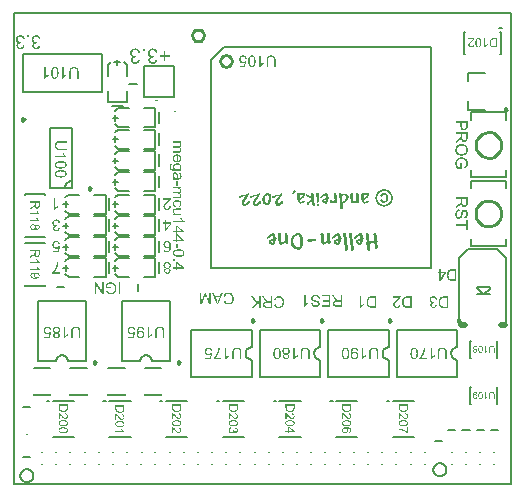
<source format=gto>
G04*
G04 #@! TF.GenerationSoftware,Altium Limited,Altium Designer,22.11.1 (43)*
G04*
G04 Layer_Color=65535*
%FSLAX25Y25*%
%MOIN*%
G70*
G04*
G04 #@! TF.SameCoordinates,AC619126-FB02-4A1E-A7BB-D0A721C26677*
G04*
G04*
G04 #@! TF.FilePolarity,Positive*
G04*
G01*
G75*
%ADD10C,0.01000*%
%ADD11C,0.00984*%
%ADD12C,0.00591*%
%ADD13C,0.00787*%
%ADD14C,0.00394*%
%ADD15C,0.00300*%
%ADD16C,0.00669*%
%ADD17C,0.01968*%
G36*
X151704Y94022D02*
X151700Y93974D01*
Y93926D01*
X151695Y93869D01*
X151691Y93803D01*
X151678Y93672D01*
X151656Y93537D01*
X151630Y93406D01*
X151612Y93349D01*
X151595Y93292D01*
Y93288D01*
X151590Y93279D01*
X151582Y93266D01*
X151573Y93244D01*
X151547Y93191D01*
X151507Y93130D01*
X151455Y93056D01*
X151385Y92982D01*
X151306Y92908D01*
X151210Y92842D01*
X151206D01*
X151197Y92833D01*
X151184Y92824D01*
X151162Y92816D01*
X151136Y92803D01*
X151105Y92790D01*
X151070Y92772D01*
X151031Y92755D01*
X150939Y92724D01*
X150839Y92698D01*
X150725Y92680D01*
X150603Y92672D01*
X150599D01*
X150585D01*
X150559D01*
X150533Y92676D01*
X150494Y92680D01*
X150450Y92685D01*
X150402Y92693D01*
X150349Y92706D01*
X150236Y92741D01*
X150175Y92763D01*
X150113Y92790D01*
X150052Y92820D01*
X149991Y92859D01*
X149934Y92903D01*
X149877Y92951D01*
X149873Y92955D01*
X149864Y92964D01*
X149851Y92982D01*
X149829Y93004D01*
X149808Y93034D01*
X149781Y93069D01*
X149751Y93113D01*
X149720Y93165D01*
X149689Y93222D01*
X149659Y93283D01*
X149628Y93353D01*
X149598Y93432D01*
X149572Y93515D01*
X149545Y93607D01*
X149523Y93707D01*
X149506Y93812D01*
Y93808D01*
X149502Y93803D01*
X149488Y93777D01*
X149467Y93738D01*
X149440Y93690D01*
X149410Y93637D01*
X149379Y93585D01*
X149340Y93532D01*
X149305Y93489D01*
X149301Y93484D01*
X149296Y93480D01*
X149283Y93467D01*
X149266Y93449D01*
X149244Y93427D01*
X149217Y93401D01*
X149156Y93344D01*
X149078Y93279D01*
X148986Y93205D01*
X148881Y93126D01*
X148767Y93047D01*
X147671Y92348D01*
Y93017D01*
X148510Y93550D01*
X148514Y93554D01*
X148527Y93559D01*
X148545Y93572D01*
X148571Y93589D01*
X148601Y93607D01*
X148636Y93633D01*
X148715Y93685D01*
X148807Y93747D01*
X148898Y93808D01*
X148986Y93873D01*
X149065Y93934D01*
X149069D01*
X149073Y93943D01*
X149095Y93961D01*
X149130Y93987D01*
X149170Y94026D01*
X149213Y94065D01*
X149257Y94114D01*
X149301Y94162D01*
X149331Y94205D01*
X149336Y94210D01*
X149344Y94227D01*
X149357Y94249D01*
X149375Y94280D01*
X149392Y94319D01*
X149410Y94358D01*
X149427Y94402D01*
X149440Y94450D01*
Y94454D01*
X149445Y94468D01*
X149449Y94489D01*
X149453Y94520D01*
Y94564D01*
X149458Y94616D01*
X149462Y94677D01*
Y95363D01*
X147671D01*
Y95897D01*
X151704D01*
Y94022D01*
D02*
G37*
G36*
X149012Y91509D02*
X149008D01*
X148999D01*
X148981Y91505D01*
X148960Y91500D01*
X148933Y91496D01*
X148907Y91492D01*
X148833Y91474D01*
X148754Y91452D01*
X148671Y91426D01*
X148588Y91391D01*
X148510Y91347D01*
X148501Y91343D01*
X148479Y91321D01*
X148444Y91291D01*
X148400Y91247D01*
X148348Y91190D01*
X148300Y91120D01*
X148247Y91037D01*
X148199Y90941D01*
Y90937D01*
X148195Y90928D01*
X148191Y90915D01*
X148182Y90893D01*
X148173Y90867D01*
X148160Y90836D01*
X148151Y90801D01*
X148143Y90762D01*
X148121Y90670D01*
X148099Y90561D01*
X148086Y90447D01*
X148081Y90320D01*
Y90268D01*
X148086Y90242D01*
Y90211D01*
X148094Y90141D01*
X148103Y90058D01*
X148116Y89966D01*
X148138Y89875D01*
X148169Y89787D01*
Y89783D01*
X148173Y89779D01*
X148178Y89765D01*
X148186Y89748D01*
X148208Y89709D01*
X148234Y89656D01*
X148269Y89599D01*
X148313Y89538D01*
X148361Y89486D01*
X148418Y89438D01*
X148427Y89433D01*
X148444Y89420D01*
X148479Y89398D01*
X148523Y89376D01*
X148575Y89359D01*
X148632Y89337D01*
X148697Y89324D01*
X148763Y89320D01*
X148767D01*
X148772D01*
X148794D01*
X148833Y89324D01*
X148877Y89333D01*
X148929Y89346D01*
X148986Y89368D01*
X149043Y89394D01*
X149095Y89433D01*
X149100Y89438D01*
X149117Y89455D01*
X149143Y89481D01*
X149178Y89521D01*
X149213Y89569D01*
X149252Y89634D01*
X149292Y89709D01*
X149331Y89796D01*
X149336Y89805D01*
X149340Y89814D01*
X149344Y89831D01*
X149349Y89849D01*
X149357Y89875D01*
X149371Y89910D01*
X149379Y89945D01*
X149392Y89993D01*
X149410Y90041D01*
X149423Y90102D01*
X149440Y90167D01*
X149462Y90242D01*
X149480Y90320D01*
X149506Y90412D01*
X149528Y90513D01*
Y90517D01*
X149532Y90535D01*
X149541Y90565D01*
X149550Y90600D01*
X149563Y90648D01*
X149576Y90701D01*
X149593Y90753D01*
X149611Y90814D01*
X149650Y90945D01*
X149694Y91072D01*
X149716Y91133D01*
X149738Y91190D01*
X149759Y91242D01*
X149781Y91286D01*
Y91291D01*
X149790Y91299D01*
X149799Y91312D01*
X149808Y91334D01*
X149838Y91387D01*
X149882Y91448D01*
X149939Y91522D01*
X150000Y91592D01*
X150074Y91662D01*
X150153Y91719D01*
X150157D01*
X150161Y91723D01*
X150175Y91732D01*
X150192Y91741D01*
X150240Y91763D01*
X150301Y91789D01*
X150376Y91815D01*
X150463Y91837D01*
X150559Y91854D01*
X150660Y91859D01*
X150664D01*
X150673D01*
X150690D01*
X150712Y91854D01*
X150738D01*
X150769Y91850D01*
X150847Y91837D01*
X150935Y91815D01*
X151027Y91789D01*
X151127Y91745D01*
X151228Y91688D01*
X151232D01*
X151241Y91680D01*
X151254Y91671D01*
X151271Y91658D01*
X151320Y91614D01*
X151381Y91557D01*
X151446Y91487D01*
X151512Y91400D01*
X151577Y91299D01*
X151634Y91181D01*
Y91177D01*
X151638Y91168D01*
X151647Y91146D01*
X151656Y91124D01*
X151665Y91094D01*
X151678Y91055D01*
X151691Y91011D01*
X151704Y90963D01*
X151717Y90910D01*
X151730Y90854D01*
X151752Y90731D01*
X151770Y90591D01*
X151774Y90443D01*
Y90368D01*
X151770Y90329D01*
X151765Y90281D01*
X151761Y90233D01*
X151757Y90176D01*
X151739Y90054D01*
X151713Y89918D01*
X151673Y89783D01*
X151625Y89652D01*
Y89647D01*
X151617Y89639D01*
X151612Y89617D01*
X151599Y89595D01*
X151582Y89569D01*
X151564Y89534D01*
X151521Y89460D01*
X151459Y89372D01*
X151385Y89285D01*
X151302Y89202D01*
X151201Y89127D01*
X151197Y89123D01*
X151188Y89119D01*
X151175Y89110D01*
X151153Y89097D01*
X151127Y89084D01*
X151097Y89066D01*
X151057Y89053D01*
X151018Y89031D01*
X150926Y88996D01*
X150817Y88966D01*
X150699Y88939D01*
X150568Y88926D01*
X150529Y89438D01*
X150533D01*
X150546Y89442D01*
X150564D01*
X150590Y89446D01*
X150625Y89455D01*
X150660Y89464D01*
X150743Y89490D01*
X150834Y89525D01*
X150931Y89578D01*
X151022Y89639D01*
X151062Y89678D01*
X151101Y89722D01*
X151105Y89726D01*
X151110Y89731D01*
X151119Y89748D01*
X151132Y89765D01*
X151145Y89792D01*
X151162Y89822D01*
X151180Y89857D01*
X151201Y89897D01*
X151219Y89945D01*
X151236Y89997D01*
X151254Y90054D01*
X151267Y90115D01*
X151280Y90185D01*
X151289Y90259D01*
X151298Y90338D01*
Y90465D01*
X151293Y90500D01*
Y90539D01*
X151289Y90583D01*
X151285Y90635D01*
X151276Y90688D01*
X151254Y90806D01*
X151223Y90919D01*
X151180Y91028D01*
X151149Y91081D01*
X151119Y91124D01*
Y91129D01*
X151110Y91133D01*
X151088Y91159D01*
X151049Y91194D01*
X150996Y91234D01*
X150935Y91273D01*
X150861Y91308D01*
X150782Y91334D01*
X150738Y91339D01*
X150690Y91343D01*
X150686D01*
X150681D01*
X150655Y91339D01*
X150616Y91334D01*
X150568Y91325D01*
X150511Y91304D01*
X150450Y91277D01*
X150393Y91242D01*
X150336Y91190D01*
X150332Y91181D01*
X150323Y91173D01*
X150310Y91155D01*
X150297Y91133D01*
X150284Y91107D01*
X150266Y91072D01*
X150244Y91033D01*
X150223Y90985D01*
X150201Y90928D01*
X150179Y90862D01*
X150153Y90788D01*
X150127Y90701D01*
X150100Y90609D01*
X150070Y90504D01*
X150043Y90386D01*
Y90377D01*
X150039Y90355D01*
X150030Y90325D01*
X150017Y90281D01*
X150008Y90229D01*
X149991Y90167D01*
X149978Y90102D01*
X149956Y90032D01*
X149917Y89883D01*
X149877Y89735D01*
X149855Y89665D01*
X149834Y89604D01*
X149812Y89543D01*
X149790Y89495D01*
Y89490D01*
X149781Y89477D01*
X149773Y89460D01*
X149759Y89438D01*
X149746Y89407D01*
X149724Y89372D01*
X149676Y89298D01*
X149620Y89210D01*
X149550Y89127D01*
X149467Y89044D01*
X149423Y89009D01*
X149379Y88974D01*
X149375D01*
X149366Y88966D01*
X149353Y88957D01*
X149336Y88948D01*
X149314Y88935D01*
X149283Y88922D01*
X149213Y88887D01*
X149130Y88857D01*
X149034Y88830D01*
X148925Y88813D01*
X148807Y88804D01*
X148802D01*
X148794D01*
X148776D01*
X148754Y88808D01*
X148724D01*
X148693Y88813D01*
X148610Y88826D01*
X148518Y88848D01*
X148418Y88883D01*
X148313Y88931D01*
X148256Y88957D01*
X148204Y88992D01*
X148199D01*
X148191Y89001D01*
X148178Y89009D01*
X148156Y89027D01*
X148108Y89066D01*
X148042Y89127D01*
X147972Y89202D01*
X147898Y89293D01*
X147828Y89398D01*
X147762Y89521D01*
Y89525D01*
X147754Y89538D01*
X147749Y89556D01*
X147736Y89582D01*
X147727Y89613D01*
X147714Y89652D01*
X147697Y89696D01*
X147684Y89748D01*
X147671Y89800D01*
X147653Y89862D01*
X147631Y89993D01*
X147614Y90137D01*
X147605Y90294D01*
Y90347D01*
X147609Y90386D01*
Y90434D01*
X147614Y90487D01*
X147618Y90548D01*
X147627Y90618D01*
X147644Y90762D01*
X147671Y90915D01*
X147710Y91068D01*
X147762Y91216D01*
Y91221D01*
X147771Y91234D01*
X147780Y91251D01*
X147793Y91277D01*
X147810Y91308D01*
X147828Y91343D01*
X147880Y91426D01*
X147946Y91518D01*
X148029Y91614D01*
X148125Y91710D01*
X148239Y91793D01*
X148243Y91798D01*
X148252Y91802D01*
X148269Y91811D01*
X148295Y91824D01*
X148326Y91841D01*
X148361Y91859D01*
X148405Y91881D01*
X148453Y91898D01*
X148501Y91920D01*
X148558Y91937D01*
X148684Y91972D01*
X148820Y91998D01*
X148894Y92007D01*
X148968Y92012D01*
X149012Y91509D01*
D02*
G37*
G36*
X151704Y85190D02*
X151228D01*
Y86519D01*
X147671D01*
Y87052D01*
X151228D01*
Y88380D01*
X151704D01*
Y85190D01*
D02*
G37*
G36*
X151704Y119689D02*
X151700Y119601D01*
X151695Y119501D01*
X151687Y119400D01*
X151678Y119304D01*
X151673Y119256D01*
X151665Y119217D01*
Y119212D01*
X151660Y119204D01*
Y119186D01*
X151656Y119169D01*
X151647Y119142D01*
X151643Y119112D01*
X151621Y119042D01*
X151595Y118963D01*
X151560Y118880D01*
X151521Y118797D01*
X151472Y118719D01*
Y118714D01*
X151468Y118710D01*
X151446Y118684D01*
X151416Y118649D01*
X151372Y118600D01*
X151320Y118552D01*
X151250Y118496D01*
X151175Y118443D01*
X151084Y118395D01*
X151079D01*
X151070Y118391D01*
X151057Y118382D01*
X151040Y118373D01*
X151018Y118365D01*
X150987Y118356D01*
X150922Y118330D01*
X150839Y118308D01*
X150747Y118286D01*
X150642Y118273D01*
X150533Y118268D01*
X150529D01*
X150511D01*
X150485D01*
X150445Y118273D01*
X150402Y118277D01*
X150354Y118286D01*
X150297Y118295D01*
X150231Y118308D01*
X150166Y118325D01*
X150096Y118347D01*
X150026Y118373D01*
X149952Y118408D01*
X149877Y118443D01*
X149803Y118487D01*
X149733Y118539D01*
X149663Y118596D01*
X149659Y118600D01*
X149650Y118614D01*
X149633Y118631D01*
X149606Y118662D01*
X149580Y118697D01*
X149550Y118745D01*
X149519Y118801D01*
X149488Y118867D01*
X149453Y118946D01*
X149423Y119029D01*
X149392Y119129D01*
X149366Y119234D01*
X149344Y119357D01*
X149327Y119488D01*
X149314Y119627D01*
X149309Y119785D01*
Y120816D01*
X147670D01*
Y121349D01*
X151704D01*
Y119689D01*
D02*
G37*
G36*
Y115708D02*
X151700Y115659D01*
Y115611D01*
X151695Y115555D01*
X151691Y115489D01*
X151678Y115358D01*
X151656Y115223D01*
X151630Y115091D01*
X151612Y115035D01*
X151595Y114978D01*
Y114973D01*
X151590Y114965D01*
X151582Y114952D01*
X151573Y114930D01*
X151547Y114877D01*
X151507Y114816D01*
X151455Y114742D01*
X151385Y114667D01*
X151306Y114593D01*
X151210Y114528D01*
X151206D01*
X151197Y114519D01*
X151184Y114510D01*
X151162Y114501D01*
X151136Y114488D01*
X151105Y114475D01*
X151070Y114458D01*
X151031Y114440D01*
X150939Y114410D01*
X150839Y114383D01*
X150725Y114366D01*
X150603Y114357D01*
X150598D01*
X150585D01*
X150559D01*
X150533Y114362D01*
X150494Y114366D01*
X150450Y114370D01*
X150402Y114379D01*
X150349Y114392D01*
X150236Y114427D01*
X150174Y114449D01*
X150113Y114475D01*
X150052Y114506D01*
X149991Y114545D01*
X149934Y114589D01*
X149877Y114637D01*
X149873Y114641D01*
X149864Y114650D01*
X149851Y114667D01*
X149829Y114689D01*
X149808Y114720D01*
X149781Y114755D01*
X149751Y114799D01*
X149720Y114851D01*
X149689Y114908D01*
X149659Y114969D01*
X149628Y115039D01*
X149598Y115118D01*
X149572Y115201D01*
X149545Y115292D01*
X149523Y115393D01*
X149506Y115498D01*
Y115493D01*
X149502Y115489D01*
X149488Y115463D01*
X149467Y115424D01*
X149440Y115375D01*
X149410Y115323D01*
X149379Y115271D01*
X149340Y115218D01*
X149305Y115174D01*
X149301Y115170D01*
X149296Y115166D01*
X149283Y115153D01*
X149266Y115135D01*
X149244Y115113D01*
X149217Y115087D01*
X149156Y115030D01*
X149078Y114965D01*
X148986Y114890D01*
X148881Y114812D01*
X148767Y114733D01*
X147670Y114034D01*
Y114702D01*
X148510Y115236D01*
X148514Y115240D01*
X148527Y115244D01*
X148545Y115258D01*
X148571Y115275D01*
X148601Y115292D01*
X148636Y115319D01*
X148715Y115371D01*
X148807Y115432D01*
X148898Y115493D01*
X148986Y115559D01*
X149065Y115620D01*
X149069D01*
X149073Y115629D01*
X149095Y115646D01*
X149130Y115673D01*
X149170Y115712D01*
X149213Y115751D01*
X149257Y115799D01*
X149301Y115847D01*
X149331Y115891D01*
X149336Y115895D01*
X149344Y115913D01*
X149357Y115935D01*
X149375Y115965D01*
X149392Y116005D01*
X149410Y116044D01*
X149427Y116088D01*
X149440Y116136D01*
Y116140D01*
X149445Y116153D01*
X149449Y116175D01*
X149453Y116206D01*
Y116250D01*
X149458Y116302D01*
X149462Y116363D01*
Y117049D01*
X147670D01*
Y117582D01*
X151704D01*
Y115708D01*
D02*
G37*
G36*
X149703Y113680D02*
X149729D01*
X149799Y113675D01*
X149882Y113667D01*
X149982Y113654D01*
X150087Y113641D01*
X150205Y113619D01*
X150332Y113588D01*
X150459Y113553D01*
X150590Y113510D01*
X150721Y113457D01*
X150852Y113396D01*
X150974Y113326D01*
X151097Y113243D01*
X151206Y113147D01*
X151210Y113142D01*
X151232Y113120D01*
X151258Y113090D01*
X151293Y113051D01*
X151337Y112994D01*
X151385Y112933D01*
X151437Y112858D01*
X151490Y112771D01*
X151542Y112675D01*
X151595Y112570D01*
X151643Y112456D01*
X151687Y112330D01*
X151722Y112198D01*
X151748Y112059D01*
X151770Y111910D01*
X151774Y111753D01*
Y111700D01*
X151770Y111661D01*
X151765Y111609D01*
X151761Y111552D01*
X151752Y111490D01*
X151739Y111421D01*
X151726Y111342D01*
X151708Y111263D01*
X151687Y111180D01*
X151660Y111093D01*
X151630Y111005D01*
X151595Y110918D01*
X151556Y110835D01*
X151507Y110748D01*
X151503Y110743D01*
X151494Y110726D01*
X151481Y110704D01*
X151459Y110673D01*
X151433Y110634D01*
X151398Y110595D01*
X151359Y110547D01*
X151315Y110494D01*
X151263Y110437D01*
X151206Y110380D01*
X151145Y110324D01*
X151079Y110267D01*
X151009Y110214D01*
X150931Y110158D01*
X150847Y110110D01*
X150760Y110062D01*
X150756Y110057D01*
X150738Y110053D01*
X150712Y110040D01*
X150677Y110027D01*
X150633Y110005D01*
X150577Y109987D01*
X150515Y109965D01*
X150445Y109943D01*
X150371Y109922D01*
X150288Y109900D01*
X150196Y109878D01*
X150105Y109861D01*
X150004Y109847D01*
X149899Y109834D01*
X149794Y109830D01*
X149681Y109826D01*
X149672D01*
X149654D01*
X149620D01*
X149576Y109830D01*
X149523Y109834D01*
X149462Y109839D01*
X149392Y109847D01*
X149314Y109856D01*
X149231Y109869D01*
X149143Y109887D01*
X149051Y109904D01*
X148960Y109930D01*
X148864Y109961D01*
X148772Y109992D01*
X148676Y110031D01*
X148584Y110075D01*
X148580Y110079D01*
X148562Y110088D01*
X148536Y110101D01*
X148505Y110118D01*
X148466Y110145D01*
X148418Y110175D01*
X148365Y110214D01*
X148309Y110254D01*
X148252Y110302D01*
X148191Y110354D01*
X148129Y110415D01*
X148068Y110477D01*
X148011Y110542D01*
X147955Y110617D01*
X147898Y110695D01*
X147850Y110778D01*
X147845Y110783D01*
X147841Y110800D01*
X147828Y110822D01*
X147810Y110857D01*
X147793Y110901D01*
X147771Y110949D01*
X147749Y111005D01*
X147727Y111071D01*
X147705Y111141D01*
X147684Y111215D01*
X147662Y111298D01*
X147644Y111381D01*
X147614Y111565D01*
X147609Y111661D01*
X147605Y111757D01*
Y111814D01*
X147609Y111853D01*
X147614Y111901D01*
X147618Y111962D01*
X147627Y112024D01*
X147640Y112098D01*
X147653Y112172D01*
X147670Y112255D01*
X147692Y112338D01*
X147719Y112426D01*
X147749Y112513D01*
X147789Y112601D01*
X147828Y112688D01*
X147876Y112775D01*
X147880Y112780D01*
X147889Y112793D01*
X147906Y112819D01*
X147928Y112850D01*
X147955Y112884D01*
X147990Y112928D01*
X148029Y112976D01*
X148073Y113029D01*
X148125Y113086D01*
X148182Y113138D01*
X148243Y113195D01*
X148309Y113252D01*
X148383Y113308D01*
X148457Y113361D01*
X148540Y113409D01*
X148628Y113457D01*
X148632Y113461D01*
X148649Y113466D01*
X148676Y113479D01*
X148711Y113492D01*
X148754Y113510D01*
X148807Y113527D01*
X148864Y113549D01*
X148933Y113571D01*
X149003Y113593D01*
X149082Y113614D01*
X149165Y113632D01*
X149252Y113649D01*
X149436Y113675D01*
X149537Y113680D01*
X149633Y113684D01*
X149637D01*
X149646D01*
X149659D01*
X149676D01*
X149703Y113680D01*
D02*
G37*
G36*
X149768Y109266D02*
X149821Y109262D01*
X149882Y109257D01*
X149952Y109249D01*
X150026Y109240D01*
X150109Y109227D01*
X150196Y109209D01*
X150380Y109166D01*
X150476Y109140D01*
X150572Y109105D01*
X150668Y109070D01*
X150765Y109026D01*
X150769Y109021D01*
X150786Y109013D01*
X150813Y109000D01*
X150847Y108982D01*
X150891Y108956D01*
X150939Y108925D01*
X150992Y108886D01*
X151053Y108847D01*
X151114Y108799D01*
X151175Y108746D01*
X151236Y108689D01*
X151302Y108624D01*
X151363Y108558D01*
X151420Y108484D01*
X151477Y108405D01*
X151525Y108322D01*
X151529Y108318D01*
X151534Y108300D01*
X151547Y108274D01*
X151564Y108239D01*
X151582Y108195D01*
X151603Y108143D01*
X151625Y108082D01*
X151652Y108016D01*
X151673Y107942D01*
X151695Y107859D01*
X151717Y107772D01*
X151735Y107676D01*
X151752Y107579D01*
X151765Y107475D01*
X151770Y107365D01*
X151774Y107256D01*
Y107182D01*
X151770Y107142D01*
X151765Y107099D01*
X151761Y107051D01*
X151757Y106994D01*
X151739Y106871D01*
X151713Y106736D01*
X151678Y106600D01*
X151630Y106465D01*
Y106461D01*
X151625Y106448D01*
X151617Y106430D01*
X151603Y106408D01*
X151590Y106378D01*
X151573Y106343D01*
X151529Y106264D01*
X151472Y106172D01*
X151407Y106080D01*
X151328Y105993D01*
X151236Y105910D01*
X151232Y105906D01*
X151223Y105901D01*
X151210Y105893D01*
X151193Y105875D01*
X151166Y105862D01*
X151136Y105840D01*
X151101Y105818D01*
X151057Y105796D01*
X151014Y105770D01*
X150965Y105748D01*
X150909Y105722D01*
X150852Y105696D01*
X150721Y105648D01*
X150577Y105604D01*
X150445Y106089D01*
X150450D01*
X150459Y106094D01*
X150476Y106098D01*
X150498Y106107D01*
X150520Y106115D01*
X150550Y106124D01*
X150620Y106150D01*
X150699Y106185D01*
X150778Y106225D01*
X150856Y106268D01*
X150926Y106316D01*
X150935Y106321D01*
X150957Y106343D01*
X150987Y106373D01*
X151031Y106413D01*
X151075Y106469D01*
X151123Y106535D01*
X151166Y106614D01*
X151210Y106701D01*
Y106705D01*
X151215Y106714D01*
X151219Y106727D01*
X151228Y106745D01*
X151236Y106767D01*
X151245Y106797D01*
X151267Y106863D01*
X151285Y106946D01*
X151302Y107037D01*
X151315Y107142D01*
X151320Y107252D01*
Y107313D01*
X151315Y107343D01*
Y107383D01*
X151311Y107422D01*
X151306Y107470D01*
X151293Y107566D01*
X151271Y107676D01*
X151245Y107780D01*
X151206Y107885D01*
Y107890D01*
X151201Y107898D01*
X151193Y107912D01*
X151184Y107929D01*
X151162Y107977D01*
X151127Y108038D01*
X151084Y108108D01*
X151031Y108178D01*
X150974Y108252D01*
X150909Y108318D01*
X150900Y108327D01*
X150878Y108344D01*
X150839Y108375D01*
X150791Y108410D01*
X150734Y108449D01*
X150664Y108493D01*
X150590Y108532D01*
X150511Y108567D01*
X150507D01*
X150494Y108571D01*
X150476Y108580D01*
X150445Y108589D01*
X150410Y108602D01*
X150371Y108615D01*
X150323Y108628D01*
X150271Y108641D01*
X150214Y108659D01*
X150148Y108672D01*
X150013Y108694D01*
X149860Y108711D01*
X149698Y108720D01*
X149694D01*
X149676D01*
X149646D01*
X149611Y108716D01*
X149563D01*
X149510Y108711D01*
X149449Y108703D01*
X149384Y108698D01*
X149239Y108676D01*
X149091Y108641D01*
X148938Y108598D01*
X148794Y108536D01*
X148789Y108532D01*
X148776Y108528D01*
X148759Y108519D01*
X148732Y108501D01*
X148706Y108484D01*
X148671Y108458D01*
X148593Y108401D01*
X148505Y108322D01*
X148413Y108230D01*
X148330Y108126D01*
X148291Y108064D01*
X148256Y107999D01*
Y107994D01*
X148247Y107981D01*
X148239Y107964D01*
X148230Y107938D01*
X148217Y107903D01*
X148199Y107863D01*
X148186Y107820D01*
X148169Y107772D01*
X148151Y107719D01*
X148138Y107658D01*
X148108Y107531D01*
X148090Y107392D01*
X148081Y107243D01*
Y107208D01*
X148086Y107182D01*
Y107151D01*
X148090Y107116D01*
X148094Y107077D01*
X148099Y107029D01*
X148112Y106928D01*
X148138Y106815D01*
X148169Y106692D01*
X148212Y106570D01*
Y106565D01*
X148217Y106557D01*
X148225Y106539D01*
X148234Y106513D01*
X148247Y106487D01*
X148265Y106456D01*
X148300Y106382D01*
X148344Y106299D01*
X148392Y106216D01*
X148440Y106137D01*
X148496Y106067D01*
X149252D01*
Y107252D01*
X149729D01*
Y105543D01*
X148230D01*
X148225Y105547D01*
X148217Y105560D01*
X148199Y105582D01*
X148178Y105613D01*
X148151Y105648D01*
X148125Y105692D01*
X148090Y105740D01*
X148055Y105792D01*
X148020Y105849D01*
X147981Y105914D01*
X147902Y106050D01*
X147828Y106199D01*
X147762Y106356D01*
Y106360D01*
X147754Y106373D01*
X147749Y106395D01*
X147736Y106430D01*
X147727Y106465D01*
X147714Y106513D01*
X147697Y106561D01*
X147684Y106618D01*
X147670Y106684D01*
X147653Y106749D01*
X147631Y106893D01*
X147614Y107051D01*
X147605Y107212D01*
Y107269D01*
X147609Y107313D01*
X147614Y107365D01*
X147618Y107426D01*
X147627Y107496D01*
X147636Y107571D01*
X147649Y107649D01*
X147666Y107737D01*
X147688Y107824D01*
X147714Y107920D01*
X147740Y108012D01*
X147775Y108104D01*
X147815Y108200D01*
X147858Y108292D01*
X147863Y108296D01*
X147872Y108314D01*
X147885Y108340D01*
X147906Y108370D01*
X147933Y108410D01*
X147963Y108458D01*
X148003Y108510D01*
X148046Y108567D01*
X148094Y108624D01*
X148151Y108685D01*
X148208Y108746D01*
X148274Y108807D01*
X148348Y108864D01*
X148422Y108921D01*
X148505Y108978D01*
X148593Y109026D01*
X148597Y109030D01*
X148615Y109035D01*
X148641Y109048D01*
X148676Y109065D01*
X148724Y109083D01*
X148776Y109105D01*
X148837Y109126D01*
X148907Y109148D01*
X148981Y109170D01*
X149065Y109192D01*
X149156Y109214D01*
X149248Y109231D01*
X149349Y109249D01*
X149449Y109262D01*
X149558Y109266D01*
X149668Y109271D01*
X149676D01*
X149694D01*
X149724D01*
X149768Y109266D01*
D02*
G37*
G36*
X5513Y149287D02*
X4878D01*
Y149921D01*
X5513D01*
Y149287D01*
D02*
G37*
G36*
X7968Y149995D02*
X8007D01*
X8061Y149990D01*
X8120Y149980D01*
X8184Y149970D01*
X8258Y149956D01*
X8337Y149936D01*
X8416Y149911D01*
X8499Y149887D01*
X8583Y149852D01*
X8666Y149808D01*
X8745Y149764D01*
X8829Y149710D01*
X8903Y149646D01*
X8908Y149641D01*
X8917Y149631D01*
X8937Y149611D01*
X8967Y149582D01*
X8996Y149547D01*
X9031Y149503D01*
X9065Y149454D01*
X9104Y149395D01*
X9144Y149336D01*
X9183Y149262D01*
X9223Y149188D01*
X9257Y149105D01*
X9286Y149016D01*
X9316Y148923D01*
X9336Y148824D01*
X9350Y148721D01*
X8794Y148647D01*
Y148652D01*
X8789Y148667D01*
X8785Y148691D01*
X8775Y148726D01*
X8765Y148765D01*
X8755Y148809D01*
X8721Y148913D01*
X8676Y149026D01*
X8622Y149139D01*
X8553Y149242D01*
X8514Y149287D01*
X8475Y149331D01*
X8470D01*
X8465Y149341D01*
X8450Y149351D01*
X8435Y149365D01*
X8386Y149395D01*
X8317Y149434D01*
X8234Y149474D01*
X8140Y149503D01*
X8027Y149528D01*
X7909Y149538D01*
X7869D01*
X7840Y149533D01*
X7810Y149528D01*
X7766Y149523D01*
X7678Y149503D01*
X7569Y149474D01*
X7456Y149424D01*
X7402Y149390D01*
X7348Y149355D01*
X7294Y149316D01*
X7240Y149267D01*
X7235Y149262D01*
X7230Y149252D01*
X7215Y149237D01*
X7195Y149218D01*
X7176Y149193D01*
X7156Y149159D01*
X7131Y149124D01*
X7102Y149080D01*
X7053Y148982D01*
X7013Y148868D01*
X6979Y148736D01*
X6974Y148667D01*
X6969Y148593D01*
Y148588D01*
Y148578D01*
Y148554D01*
X6974Y148529D01*
X6979Y148495D01*
X6984Y148460D01*
X6999Y148372D01*
X7033Y148268D01*
X7077Y148165D01*
X7107Y148111D01*
X7141Y148062D01*
X7181Y148012D01*
X7225Y147963D01*
X7230Y147958D01*
X7235Y147953D01*
X7250Y147939D01*
X7269Y147924D01*
X7294Y147904D01*
X7323Y147884D01*
X7397Y147835D01*
X7491Y147791D01*
X7599Y147752D01*
X7722Y147722D01*
X7791Y147717D01*
X7860Y147712D01*
X7889D01*
X7924Y147717D01*
X7968D01*
X8027Y147727D01*
X8091Y147737D01*
X8170Y147752D01*
X8253Y147771D01*
X8194Y147284D01*
X8184D01*
X8160Y147289D01*
X8130Y147294D01*
X8066D01*
X8042Y147289D01*
X8007D01*
X7973Y147284D01*
X7889Y147269D01*
X7791Y147250D01*
X7683Y147215D01*
X7569Y147171D01*
X7461Y147107D01*
X7456D01*
X7446Y147097D01*
X7436Y147087D01*
X7417Y147073D01*
X7368Y147028D01*
X7314Y146964D01*
X7264Y146886D01*
X7215Y146787D01*
X7195Y146733D01*
X7186Y146669D01*
X7176Y146605D01*
X7171Y146536D01*
Y146531D01*
Y146522D01*
Y146507D01*
X7176Y146482D01*
X7181Y146428D01*
X7195Y146354D01*
X7220Y146276D01*
X7259Y146192D01*
X7314Y146103D01*
X7343Y146064D01*
X7382Y146025D01*
X7392Y146015D01*
X7422Y145995D01*
X7466Y145961D01*
X7525Y145921D01*
X7604Y145887D01*
X7697Y145852D01*
X7801Y145833D01*
X7919Y145823D01*
X7948D01*
X7973Y145828D01*
X8002D01*
X8032Y145833D01*
X8111Y145848D01*
X8194Y145872D01*
X8288Y145912D01*
X8376Y145961D01*
X8465Y146030D01*
X8475Y146039D01*
X8499Y146069D01*
X8539Y146113D01*
X8578Y146182D01*
X8627Y146266D01*
X8671Y146374D01*
X8711Y146497D01*
X8740Y146640D01*
X9296Y146541D01*
Y146536D01*
X9291Y146517D01*
X9286Y146487D01*
X9277Y146448D01*
X9262Y146404D01*
X9247Y146349D01*
X9227Y146290D01*
X9203Y146226D01*
X9139Y146084D01*
X9104Y146015D01*
X9060Y145941D01*
X9011Y145872D01*
X8957Y145803D01*
X8898Y145734D01*
X8834Y145675D01*
X8829Y145670D01*
X8819Y145661D01*
X8794Y145646D01*
X8770Y145626D01*
X8731Y145602D01*
X8691Y145577D01*
X8642Y145547D01*
X8583Y145518D01*
X8524Y145493D01*
X8455Y145464D01*
X8381Y145439D01*
X8302Y145415D01*
X8214Y145395D01*
X8125Y145380D01*
X8032Y145370D01*
X7933Y145365D01*
X7869D01*
X7835Y145370D01*
X7801Y145375D01*
X7707Y145385D01*
X7604Y145405D01*
X7486Y145434D01*
X7368Y145474D01*
X7250Y145528D01*
X7245D01*
X7235Y145533D01*
X7220Y145543D01*
X7195Y145557D01*
X7141Y145592D01*
X7072Y145641D01*
X6994Y145705D01*
X6915Y145779D01*
X6836Y145862D01*
X6767Y145961D01*
Y145966D01*
X6763Y145971D01*
X6753Y145990D01*
X6743Y146010D01*
X6728Y146035D01*
X6713Y146064D01*
X6684Y146138D01*
X6654Y146226D01*
X6625Y146325D01*
X6605Y146433D01*
X6600Y146546D01*
Y146551D01*
Y146561D01*
Y146576D01*
Y146595D01*
X6610Y146654D01*
X6620Y146723D01*
X6639Y146807D01*
X6669Y146896D01*
X6708Y146989D01*
X6763Y147082D01*
Y147087D01*
X6767Y147092D01*
X6792Y147122D01*
X6826Y147166D01*
X6881Y147220D01*
X6944Y147284D01*
X7028Y147348D01*
X7122Y147407D01*
X7230Y147466D01*
X7225D01*
X7210Y147471D01*
X7191Y147476D01*
X7161Y147486D01*
X7131Y147496D01*
X7092Y147511D01*
X6999Y147550D01*
X6900Y147604D01*
X6797Y147668D01*
X6694Y147752D01*
X6605Y147855D01*
X6600Y147860D01*
X6595Y147870D01*
X6585Y147884D01*
X6571Y147909D01*
X6551Y147934D01*
X6531Y147968D01*
X6511Y148007D01*
X6492Y148057D01*
X6472Y148106D01*
X6453Y148160D01*
X6413Y148283D01*
X6389Y148426D01*
X6379Y148504D01*
Y148583D01*
Y148588D01*
Y148608D01*
X6384Y148642D01*
Y148681D01*
X6393Y148736D01*
X6403Y148795D01*
X6413Y148859D01*
X6433Y148932D01*
X6457Y149011D01*
X6487Y149090D01*
X6521Y149173D01*
X6566Y149257D01*
X6615Y149346D01*
X6674Y149429D01*
X6738Y149513D01*
X6817Y149592D01*
X6821Y149597D01*
X6836Y149611D01*
X6861Y149631D01*
X6895Y149656D01*
X6935Y149685D01*
X6989Y149720D01*
X7048Y149759D01*
X7117Y149793D01*
X7191Y149833D01*
X7274Y149872D01*
X7363Y149907D01*
X7461Y149936D01*
X7564Y149961D01*
X7673Y149980D01*
X7786Y149995D01*
X7909Y150000D01*
X7933D01*
X7968Y149995D01*
D02*
G37*
G36*
X2679D02*
X2718D01*
X2772Y149990D01*
X2831Y149980D01*
X2895Y149970D01*
X2969Y149956D01*
X3048Y149936D01*
X3127Y149911D01*
X3210Y149887D01*
X3294Y149852D01*
X3378Y149808D01*
X3456Y149764D01*
X3540Y149710D01*
X3614Y149646D01*
X3619Y149641D01*
X3628Y149631D01*
X3648Y149611D01*
X3678Y149582D01*
X3707Y149547D01*
X3742Y149503D01*
X3776Y149454D01*
X3815Y149395D01*
X3855Y149336D01*
X3894Y149262D01*
X3934Y149188D01*
X3968Y149105D01*
X3997Y149016D01*
X4027Y148923D01*
X4047Y148824D01*
X4061Y148721D01*
X3505Y148647D01*
Y148652D01*
X3500Y148667D01*
X3496Y148691D01*
X3486Y148726D01*
X3476Y148765D01*
X3466Y148809D01*
X3432Y148913D01*
X3387Y149026D01*
X3333Y149139D01*
X3264Y149242D01*
X3225Y149287D01*
X3186Y149331D01*
X3181D01*
X3176Y149341D01*
X3161Y149351D01*
X3146Y149365D01*
X3097Y149395D01*
X3028Y149434D01*
X2944Y149474D01*
X2851Y149503D01*
X2738Y149528D01*
X2620Y149538D01*
X2581D01*
X2551Y149533D01*
X2521Y149528D01*
X2477Y149523D01*
X2389Y149503D01*
X2280Y149474D01*
X2167Y149424D01*
X2113Y149390D01*
X2059Y149355D01*
X2005Y149316D01*
X1951Y149267D01*
X1946Y149262D01*
X1941Y149252D01*
X1926Y149237D01*
X1906Y149218D01*
X1887Y149193D01*
X1867Y149159D01*
X1843Y149124D01*
X1813Y149080D01*
X1764Y148982D01*
X1724Y148868D01*
X1690Y148736D01*
X1685Y148667D01*
X1680Y148593D01*
Y148588D01*
Y148578D01*
Y148554D01*
X1685Y148529D01*
X1690Y148495D01*
X1695Y148460D01*
X1710Y148372D01*
X1744Y148268D01*
X1788Y148165D01*
X1818Y148111D01*
X1852Y148062D01*
X1892Y148012D01*
X1936Y147963D01*
X1941Y147958D01*
X1946Y147953D01*
X1960Y147939D01*
X1980Y147924D01*
X2005Y147904D01*
X2034Y147884D01*
X2108Y147835D01*
X2202Y147791D01*
X2310Y147752D01*
X2433Y147722D01*
X2502Y147717D01*
X2571Y147712D01*
X2600D01*
X2635Y147717D01*
X2679D01*
X2738Y147727D01*
X2802Y147737D01*
X2881Y147752D01*
X2964Y147771D01*
X2905Y147284D01*
X2895D01*
X2871Y147289D01*
X2841Y147294D01*
X2777D01*
X2753Y147289D01*
X2718D01*
X2684Y147284D01*
X2600Y147269D01*
X2502Y147250D01*
X2393Y147215D01*
X2280Y147171D01*
X2172Y147107D01*
X2167D01*
X2157Y147097D01*
X2148Y147087D01*
X2128Y147073D01*
X2079Y147028D01*
X2025Y146964D01*
X1975Y146886D01*
X1926Y146787D01*
X1906Y146733D01*
X1897Y146669D01*
X1887Y146605D01*
X1882Y146536D01*
Y146531D01*
Y146522D01*
Y146507D01*
X1887Y146482D01*
X1892Y146428D01*
X1906Y146354D01*
X1931Y146276D01*
X1970Y146192D01*
X2025Y146103D01*
X2054Y146064D01*
X2093Y146025D01*
X2103Y146015D01*
X2133Y145995D01*
X2177Y145961D01*
X2236Y145921D01*
X2315Y145887D01*
X2408Y145852D01*
X2512Y145833D01*
X2630Y145823D01*
X2659D01*
X2684Y145828D01*
X2713D01*
X2743Y145833D01*
X2822Y145848D01*
X2905Y145872D01*
X2999Y145912D01*
X3087Y145961D01*
X3176Y146030D01*
X3186Y146039D01*
X3210Y146069D01*
X3250Y146113D01*
X3289Y146182D01*
X3338Y146266D01*
X3382Y146374D01*
X3422Y146497D01*
X3451Y146640D01*
X4007Y146541D01*
Y146536D01*
X4002Y146517D01*
X3997Y146487D01*
X3988Y146448D01*
X3973Y146404D01*
X3958Y146349D01*
X3938Y146290D01*
X3914Y146226D01*
X3850Y146084D01*
X3815Y146015D01*
X3771Y145941D01*
X3722Y145872D01*
X3668Y145803D01*
X3609Y145734D01*
X3545Y145675D01*
X3540Y145670D01*
X3530Y145661D01*
X3505Y145646D01*
X3481Y145626D01*
X3441Y145602D01*
X3402Y145577D01*
X3353Y145547D01*
X3294Y145518D01*
X3235Y145493D01*
X3166Y145464D01*
X3092Y145439D01*
X3013Y145415D01*
X2925Y145395D01*
X2836Y145380D01*
X2743Y145370D01*
X2644Y145365D01*
X2581D01*
X2546Y145370D01*
X2512Y145375D01*
X2418Y145385D01*
X2315Y145405D01*
X2197Y145434D01*
X2079Y145474D01*
X1960Y145528D01*
X1956D01*
X1946Y145533D01*
X1931Y145543D01*
X1906Y145557D01*
X1852Y145592D01*
X1783Y145641D01*
X1705Y145705D01*
X1626Y145779D01*
X1547Y145862D01*
X1478Y145961D01*
Y145966D01*
X1474Y145971D01*
X1464Y145990D01*
X1454Y146010D01*
X1439Y146035D01*
X1424Y146064D01*
X1395Y146138D01*
X1365Y146226D01*
X1336Y146325D01*
X1316Y146433D01*
X1311Y146546D01*
Y146551D01*
Y146561D01*
Y146576D01*
Y146595D01*
X1321Y146654D01*
X1331Y146723D01*
X1350Y146807D01*
X1380Y146896D01*
X1419Y146989D01*
X1474Y147082D01*
Y147087D01*
X1478Y147092D01*
X1503Y147122D01*
X1537Y147166D01*
X1592Y147220D01*
X1656Y147284D01*
X1739Y147348D01*
X1833Y147407D01*
X1941Y147466D01*
X1936D01*
X1921Y147471D01*
X1901Y147476D01*
X1872Y147486D01*
X1843Y147496D01*
X1803Y147511D01*
X1710Y147550D01*
X1611Y147604D01*
X1508Y147668D01*
X1405Y147752D01*
X1316Y147855D01*
X1311Y147860D01*
X1306Y147870D01*
X1296Y147884D01*
X1282Y147909D01*
X1262Y147934D01*
X1242Y147968D01*
X1223Y148007D01*
X1203Y148057D01*
X1183Y148106D01*
X1163Y148160D01*
X1124Y148283D01*
X1099Y148426D01*
X1090Y148504D01*
Y148583D01*
Y148588D01*
Y148608D01*
X1095Y148642D01*
Y148681D01*
X1104Y148736D01*
X1114Y148795D01*
X1124Y148859D01*
X1144Y148932D01*
X1168Y149011D01*
X1198Y149090D01*
X1232Y149173D01*
X1277Y149257D01*
X1326Y149346D01*
X1385Y149429D01*
X1449Y149513D01*
X1528Y149592D01*
X1532Y149597D01*
X1547Y149611D01*
X1572Y149631D01*
X1606Y149656D01*
X1646Y149685D01*
X1700Y149720D01*
X1759Y149759D01*
X1828Y149793D01*
X1901Y149833D01*
X1985Y149872D01*
X2074Y149907D01*
X2172Y149936D01*
X2275Y149961D01*
X2384Y149980D01*
X2497Y149995D01*
X2620Y150000D01*
X2644D01*
X2679Y149995D01*
D02*
G37*
G36*
X44090Y144779D02*
X43386D01*
Y145484D01*
X44090D01*
Y144779D01*
D02*
G37*
G36*
X46815Y145565D02*
X46859D01*
X46919Y145560D01*
X46984Y145549D01*
X47055Y145538D01*
X47137Y145522D01*
X47224Y145500D01*
X47312Y145473D01*
X47405Y145445D01*
X47497Y145407D01*
X47590Y145358D01*
X47677Y145309D01*
X47770Y145249D01*
X47852Y145178D01*
X47858Y145172D01*
X47869Y145161D01*
X47890Y145140D01*
X47923Y145107D01*
X47956Y145069D01*
X47994Y145019D01*
X48032Y144965D01*
X48076Y144899D01*
X48120Y144834D01*
X48164Y144752D01*
X48207Y144670D01*
X48245Y144577D01*
X48278Y144479D01*
X48311Y144375D01*
X48333Y144266D01*
X48349Y144151D01*
X47732Y144069D01*
Y144075D01*
X47727Y144091D01*
X47721Y144118D01*
X47710Y144157D01*
X47699Y144200D01*
X47688Y144250D01*
X47650Y144364D01*
X47601Y144490D01*
X47541Y144615D01*
X47465Y144730D01*
X47421Y144779D01*
X47377Y144828D01*
X47372D01*
X47366Y144839D01*
X47350Y144850D01*
X47334Y144867D01*
X47279Y144899D01*
X47203Y144943D01*
X47110Y144987D01*
X47006Y145019D01*
X46880Y145047D01*
X46749Y145058D01*
X46706D01*
X46673Y145052D01*
X46640Y145047D01*
X46591Y145041D01*
X46493Y145019D01*
X46373Y144987D01*
X46247Y144932D01*
X46187Y144894D01*
X46127Y144856D01*
X46067Y144812D01*
X46007Y144757D01*
X46001Y144752D01*
X45996Y144741D01*
X45979Y144725D01*
X45958Y144703D01*
X45936Y144676D01*
X45914Y144637D01*
X45887Y144599D01*
X45854Y144550D01*
X45799Y144441D01*
X45756Y144315D01*
X45717Y144168D01*
X45712Y144091D01*
X45706Y144009D01*
Y144004D01*
Y143993D01*
Y143966D01*
X45712Y143938D01*
X45717Y143900D01*
X45723Y143862D01*
X45739Y143764D01*
X45777Y143649D01*
X45827Y143534D01*
X45859Y143474D01*
X45898Y143420D01*
X45941Y143365D01*
X45990Y143310D01*
X45996Y143305D01*
X46001Y143299D01*
X46018Y143283D01*
X46040Y143267D01*
X46067Y143245D01*
X46100Y143223D01*
X46181Y143168D01*
X46285Y143119D01*
X46405Y143076D01*
X46542Y143043D01*
X46618Y143037D01*
X46695Y143032D01*
X46727D01*
X46766Y143037D01*
X46815D01*
X46880Y143048D01*
X46951Y143059D01*
X47039Y143076D01*
X47131Y143097D01*
X47066Y142557D01*
X47055D01*
X47028Y142562D01*
X46995Y142568D01*
X46924D01*
X46897Y142562D01*
X46859D01*
X46820Y142557D01*
X46727Y142541D01*
X46618Y142519D01*
X46498Y142481D01*
X46373Y142431D01*
X46253Y142360D01*
X46247D01*
X46236Y142350D01*
X46225Y142339D01*
X46203Y142322D01*
X46149Y142273D01*
X46089Y142202D01*
X46034Y142115D01*
X45979Y142006D01*
X45958Y141946D01*
X45947Y141875D01*
X45936Y141804D01*
X45930Y141727D01*
Y141722D01*
Y141711D01*
Y141694D01*
X45936Y141667D01*
X45941Y141607D01*
X45958Y141525D01*
X45985Y141438D01*
X46029Y141345D01*
X46089Y141247D01*
X46121Y141203D01*
X46165Y141159D01*
X46176Y141148D01*
X46209Y141126D01*
X46258Y141088D01*
X46323Y141045D01*
X46411Y141006D01*
X46515Y140968D01*
X46629Y140946D01*
X46760Y140935D01*
X46793D01*
X46820Y140941D01*
X46853D01*
X46886Y140946D01*
X46973Y140963D01*
X47066Y140990D01*
X47170Y141034D01*
X47268Y141088D01*
X47366Y141165D01*
X47377Y141176D01*
X47405Y141208D01*
X47448Y141258D01*
X47492Y141334D01*
X47546Y141427D01*
X47596Y141547D01*
X47639Y141683D01*
X47672Y141842D01*
X48289Y141733D01*
Y141727D01*
X48284Y141705D01*
X48278Y141673D01*
X48267Y141629D01*
X48251Y141580D01*
X48235Y141520D01*
X48213Y141454D01*
X48185Y141383D01*
X48114Y141225D01*
X48076Y141148D01*
X48027Y141066D01*
X47972Y140990D01*
X47912Y140913D01*
X47847Y140837D01*
X47776Y140772D01*
X47770Y140766D01*
X47759Y140755D01*
X47732Y140739D01*
X47705Y140717D01*
X47661Y140690D01*
X47618Y140662D01*
X47563Y140630D01*
X47497Y140597D01*
X47432Y140569D01*
X47355Y140537D01*
X47273Y140509D01*
X47186Y140482D01*
X47088Y140460D01*
X46990Y140444D01*
X46886Y140433D01*
X46777Y140428D01*
X46706D01*
X46667Y140433D01*
X46629Y140438D01*
X46525Y140449D01*
X46411Y140471D01*
X46280Y140504D01*
X46149Y140548D01*
X46018Y140608D01*
X46012D01*
X46001Y140613D01*
X45985Y140624D01*
X45958Y140640D01*
X45898Y140679D01*
X45821Y140733D01*
X45734Y140804D01*
X45646Y140886D01*
X45559Y140979D01*
X45483Y141088D01*
Y141094D01*
X45477Y141099D01*
X45466Y141121D01*
X45455Y141143D01*
X45439Y141170D01*
X45423Y141203D01*
X45390Y141285D01*
X45357Y141383D01*
X45324Y141492D01*
X45302Y141612D01*
X45297Y141738D01*
Y141743D01*
Y141754D01*
Y141771D01*
Y141793D01*
X45308Y141858D01*
X45319Y141935D01*
X45341Y142027D01*
X45373Y142126D01*
X45417Y142229D01*
X45477Y142333D01*
Y142339D01*
X45483Y142344D01*
X45510Y142377D01*
X45548Y142426D01*
X45608Y142486D01*
X45679Y142557D01*
X45772Y142628D01*
X45876Y142693D01*
X45996Y142759D01*
X45990D01*
X45974Y142764D01*
X45952Y142770D01*
X45919Y142781D01*
X45887Y142792D01*
X45843Y142808D01*
X45739Y142852D01*
X45630Y142912D01*
X45515Y142983D01*
X45401Y143076D01*
X45302Y143190D01*
X45297Y143196D01*
X45292Y143207D01*
X45281Y143223D01*
X45264Y143250D01*
X45242Y143278D01*
X45221Y143316D01*
X45199Y143360D01*
X45177Y143414D01*
X45155Y143469D01*
X45133Y143529D01*
X45090Y143665D01*
X45062Y143824D01*
X45051Y143911D01*
Y143998D01*
Y144004D01*
Y144026D01*
X45057Y144064D01*
Y144108D01*
X45068Y144168D01*
X45079Y144233D01*
X45090Y144304D01*
X45111Y144386D01*
X45139Y144473D01*
X45171Y144561D01*
X45210Y144654D01*
X45259Y144746D01*
X45313Y144845D01*
X45379Y144938D01*
X45450Y145030D01*
X45537Y145118D01*
X45543Y145123D01*
X45559Y145140D01*
X45586Y145161D01*
X45625Y145189D01*
X45668Y145221D01*
X45728Y145260D01*
X45794Y145303D01*
X45870Y145342D01*
X45952Y145385D01*
X46045Y145429D01*
X46143Y145467D01*
X46253Y145500D01*
X46367Y145527D01*
X46487Y145549D01*
X46613Y145565D01*
X46749Y145571D01*
X46777D01*
X46815Y145565D01*
D02*
G37*
G36*
X40945D02*
X40989D01*
X41049Y145560D01*
X41115Y145549D01*
X41186Y145538D01*
X41267Y145522D01*
X41355Y145500D01*
X41442Y145473D01*
X41535Y145445D01*
X41628Y145407D01*
X41721Y145358D01*
X41808Y145309D01*
X41901Y145249D01*
X41983Y145178D01*
X41988Y145172D01*
X41999Y145161D01*
X42021Y145140D01*
X42054Y145107D01*
X42086Y145069D01*
X42125Y145019D01*
X42163Y144965D01*
X42207Y144899D01*
X42250Y144834D01*
X42294Y144752D01*
X42338Y144670D01*
X42376Y144577D01*
X42409Y144479D01*
X42441Y144375D01*
X42463Y144266D01*
X42480Y144151D01*
X41863Y144069D01*
Y144075D01*
X41857Y144091D01*
X41852Y144118D01*
X41841Y144157D01*
X41830Y144200D01*
X41819Y144250D01*
X41781Y144364D01*
X41732Y144490D01*
X41671Y144615D01*
X41595Y144730D01*
X41551Y144779D01*
X41508Y144828D01*
X41502D01*
X41497Y144839D01*
X41480Y144850D01*
X41464Y144867D01*
X41410Y144899D01*
X41333Y144943D01*
X41240Y144987D01*
X41137Y145019D01*
X41011Y145047D01*
X40880Y145058D01*
X40836D01*
X40803Y145052D01*
X40771Y145047D01*
X40721Y145041D01*
X40623Y145019D01*
X40503Y144987D01*
X40378Y144932D01*
X40317Y144894D01*
X40257Y144856D01*
X40197Y144812D01*
X40137Y144757D01*
X40132Y144752D01*
X40126Y144741D01*
X40110Y144725D01*
X40088Y144703D01*
X40066Y144676D01*
X40045Y144637D01*
X40017Y144599D01*
X39984Y144550D01*
X39930Y144441D01*
X39886Y144315D01*
X39848Y144168D01*
X39842Y144091D01*
X39837Y144009D01*
Y144004D01*
Y143993D01*
Y143966D01*
X39842Y143938D01*
X39848Y143900D01*
X39853Y143862D01*
X39870Y143764D01*
X39908Y143649D01*
X39957Y143534D01*
X39990Y143474D01*
X40028Y143420D01*
X40072Y143365D01*
X40121Y143310D01*
X40126Y143305D01*
X40132Y143299D01*
X40148Y143283D01*
X40170Y143267D01*
X40197Y143245D01*
X40230Y143223D01*
X40312Y143168D01*
X40416Y143119D01*
X40536Y143076D01*
X40672Y143043D01*
X40749Y143037D01*
X40825Y143032D01*
X40858D01*
X40896Y143037D01*
X40945D01*
X41011Y143048D01*
X41082Y143059D01*
X41169Y143076D01*
X41262Y143097D01*
X41197Y142557D01*
X41186D01*
X41158Y142562D01*
X41126Y142568D01*
X41055D01*
X41027Y142562D01*
X40989D01*
X40951Y142557D01*
X40858Y142541D01*
X40749Y142519D01*
X40629Y142481D01*
X40503Y142431D01*
X40383Y142360D01*
X40378D01*
X40367Y142350D01*
X40356Y142339D01*
X40334Y142322D01*
X40279Y142273D01*
X40219Y142202D01*
X40165Y142115D01*
X40110Y142006D01*
X40088Y141946D01*
X40077Y141875D01*
X40066Y141804D01*
X40061Y141727D01*
Y141722D01*
Y141711D01*
Y141694D01*
X40066Y141667D01*
X40072Y141607D01*
X40088Y141525D01*
X40115Y141438D01*
X40159Y141345D01*
X40219Y141247D01*
X40252Y141203D01*
X40296Y141159D01*
X40306Y141148D01*
X40339Y141126D01*
X40388Y141088D01*
X40454Y141045D01*
X40541Y141006D01*
X40645Y140968D01*
X40760Y140946D01*
X40891Y140935D01*
X40924D01*
X40951Y140941D01*
X40984D01*
X41016Y140946D01*
X41104Y140963D01*
X41197Y140990D01*
X41300Y141034D01*
X41399Y141088D01*
X41497Y141165D01*
X41508Y141176D01*
X41535Y141208D01*
X41579Y141258D01*
X41622Y141334D01*
X41677Y141427D01*
X41726Y141547D01*
X41770Y141683D01*
X41803Y141842D01*
X42420Y141733D01*
Y141727D01*
X42414Y141705D01*
X42409Y141673D01*
X42398Y141629D01*
X42381Y141580D01*
X42365Y141520D01*
X42343Y141454D01*
X42316Y141383D01*
X42245Y141225D01*
X42207Y141148D01*
X42158Y141066D01*
X42103Y140990D01*
X42043Y140913D01*
X41977Y140837D01*
X41906Y140772D01*
X41901Y140766D01*
X41890Y140755D01*
X41863Y140739D01*
X41835Y140717D01*
X41792Y140690D01*
X41748Y140662D01*
X41693Y140630D01*
X41628Y140597D01*
X41562Y140569D01*
X41486Y140537D01*
X41404Y140509D01*
X41317Y140482D01*
X41218Y140460D01*
X41120Y140444D01*
X41016Y140433D01*
X40907Y140428D01*
X40836D01*
X40798Y140433D01*
X40760Y140438D01*
X40656Y140449D01*
X40541Y140471D01*
X40410Y140504D01*
X40279Y140548D01*
X40148Y140608D01*
X40143D01*
X40132Y140613D01*
X40115Y140624D01*
X40088Y140640D01*
X40028Y140679D01*
X39952Y140733D01*
X39864Y140804D01*
X39777Y140886D01*
X39690Y140979D01*
X39613Y141088D01*
Y141094D01*
X39608Y141099D01*
X39597Y141121D01*
X39586Y141143D01*
X39569Y141170D01*
X39553Y141203D01*
X39520Y141285D01*
X39487Y141383D01*
X39455Y141492D01*
X39433Y141612D01*
X39428Y141738D01*
Y141743D01*
Y141754D01*
Y141771D01*
Y141793D01*
X39438Y141858D01*
X39449Y141935D01*
X39471Y142027D01*
X39504Y142126D01*
X39548Y142229D01*
X39608Y142333D01*
Y142339D01*
X39613Y142344D01*
X39640Y142377D01*
X39679Y142426D01*
X39739Y142486D01*
X39810Y142557D01*
X39902Y142628D01*
X40006Y142693D01*
X40126Y142759D01*
X40121D01*
X40104Y142764D01*
X40083Y142770D01*
X40050Y142781D01*
X40017Y142792D01*
X39974Y142808D01*
X39870Y142852D01*
X39761Y142912D01*
X39646Y142983D01*
X39531Y143076D01*
X39433Y143190D01*
X39428Y143196D01*
X39422Y143207D01*
X39411Y143223D01*
X39395Y143250D01*
X39373Y143278D01*
X39351Y143316D01*
X39329Y143360D01*
X39307Y143414D01*
X39285Y143469D01*
X39264Y143529D01*
X39220Y143665D01*
X39193Y143824D01*
X39182Y143911D01*
Y143998D01*
Y144004D01*
Y144026D01*
X39187Y144064D01*
Y144108D01*
X39198Y144168D01*
X39209Y144233D01*
X39220Y144304D01*
X39242Y144386D01*
X39269Y144473D01*
X39302Y144561D01*
X39340Y144654D01*
X39389Y144746D01*
X39444Y144845D01*
X39509Y144938D01*
X39580Y145030D01*
X39668Y145118D01*
X39673Y145123D01*
X39690Y145140D01*
X39717Y145161D01*
X39755Y145189D01*
X39799Y145221D01*
X39859Y145260D01*
X39924Y145303D01*
X40001Y145342D01*
X40083Y145385D01*
X40176Y145429D01*
X40274Y145467D01*
X40383Y145500D01*
X40498Y145527D01*
X40618Y145549D01*
X40743Y145565D01*
X40880Y145571D01*
X40907D01*
X40945Y145565D01*
D02*
G37*
G36*
X50992Y143289D02*
X52362D01*
Y142710D01*
X50992D01*
Y141339D01*
X50407D01*
Y142710D01*
X49037D01*
Y143289D01*
X50407D01*
Y144670D01*
X50992D01*
Y143289D01*
D02*
G37*
G36*
X30372Y63726D02*
X29852D01*
X27834Y66742D01*
Y63726D01*
X27347D01*
Y67565D01*
X27872D01*
X29885Y64553D01*
Y67565D01*
X30372D01*
Y63726D01*
D02*
G37*
G36*
X32801Y67624D02*
X32851Y67619D01*
X32909Y67615D01*
X32976Y67607D01*
X33047Y67598D01*
X33122Y67586D01*
X33205Y67569D01*
X33288Y67549D01*
X33380Y67524D01*
X33467Y67499D01*
X33554Y67465D01*
X33646Y67428D01*
X33733Y67386D01*
X33737Y67382D01*
X33754Y67374D01*
X33779Y67361D01*
X33808Y67341D01*
X33845Y67316D01*
X33891Y67286D01*
X33941Y67249D01*
X33995Y67207D01*
X34049Y67162D01*
X34108Y67108D01*
X34166Y67054D01*
X34224Y66991D01*
X34278Y66921D01*
X34332Y66850D01*
X34386Y66771D01*
X34432Y66688D01*
X34436Y66683D01*
X34440Y66667D01*
X34453Y66642D01*
X34469Y66609D01*
X34486Y66563D01*
X34507Y66513D01*
X34528Y66454D01*
X34549Y66388D01*
X34569Y66317D01*
X34590Y66238D01*
X34611Y66151D01*
X34628Y66063D01*
X34644Y65968D01*
X34657Y65872D01*
X34661Y65768D01*
X34665Y65664D01*
Y65656D01*
Y65639D01*
Y65610D01*
X34661Y65568D01*
X34657Y65518D01*
X34652Y65460D01*
X34644Y65394D01*
X34636Y65323D01*
X34623Y65244D01*
X34607Y65161D01*
X34565Y64986D01*
X34540Y64894D01*
X34507Y64803D01*
X34474Y64711D01*
X34432Y64620D01*
X34428Y64616D01*
X34420Y64599D01*
X34407Y64574D01*
X34390Y64541D01*
X34365Y64499D01*
X34336Y64454D01*
X34299Y64404D01*
X34261Y64345D01*
X34216Y64287D01*
X34166Y64229D01*
X34112Y64171D01*
X34049Y64108D01*
X33987Y64050D01*
X33916Y63996D01*
X33841Y63942D01*
X33762Y63896D01*
X33758Y63892D01*
X33741Y63888D01*
X33716Y63875D01*
X33683Y63859D01*
X33642Y63842D01*
X33592Y63821D01*
X33533Y63801D01*
X33471Y63775D01*
X33400Y63755D01*
X33321Y63734D01*
X33238Y63713D01*
X33147Y63696D01*
X33055Y63680D01*
X32955Y63667D01*
X32851Y63663D01*
X32747Y63659D01*
X32676D01*
X32639Y63663D01*
X32597Y63667D01*
X32552Y63671D01*
X32498Y63676D01*
X32381Y63692D01*
X32252Y63717D01*
X32123Y63750D01*
X31994Y63796D01*
X31990D01*
X31978Y63801D01*
X31961Y63809D01*
X31940Y63821D01*
X31911Y63834D01*
X31878Y63850D01*
X31803Y63892D01*
X31716Y63946D01*
X31628Y64008D01*
X31545Y64083D01*
X31466Y64171D01*
X31462Y64175D01*
X31458Y64183D01*
X31449Y64196D01*
X31433Y64212D01*
X31420Y64237D01*
X31399Y64266D01*
X31378Y64300D01*
X31358Y64341D01*
X31333Y64383D01*
X31312Y64429D01*
X31287Y64483D01*
X31262Y64537D01*
X31216Y64662D01*
X31175Y64799D01*
X31637Y64924D01*
Y64920D01*
X31641Y64911D01*
X31645Y64894D01*
X31653Y64874D01*
X31661Y64853D01*
X31670Y64824D01*
X31695Y64757D01*
X31728Y64682D01*
X31765Y64608D01*
X31807Y64533D01*
X31853Y64466D01*
X31857Y64458D01*
X31878Y64437D01*
X31907Y64408D01*
X31944Y64366D01*
X31998Y64325D01*
X32061Y64279D01*
X32136Y64237D01*
X32219Y64196D01*
X32223D01*
X32231Y64192D01*
X32244Y64187D01*
X32260Y64179D01*
X32281Y64171D01*
X32310Y64162D01*
X32373Y64142D01*
X32452Y64125D01*
X32539Y64108D01*
X32639Y64096D01*
X32743Y64092D01*
X32801D01*
X32830Y64096D01*
X32868D01*
X32905Y64100D01*
X32951Y64104D01*
X33042Y64117D01*
X33147Y64137D01*
X33246Y64162D01*
X33346Y64200D01*
X33350D01*
X33359Y64204D01*
X33371Y64212D01*
X33388Y64221D01*
X33434Y64241D01*
X33492Y64275D01*
X33558Y64316D01*
X33625Y64366D01*
X33696Y64420D01*
X33758Y64483D01*
X33766Y64491D01*
X33783Y64512D01*
X33812Y64549D01*
X33845Y64595D01*
X33883Y64649D01*
X33924Y64716D01*
X33962Y64786D01*
X33995Y64861D01*
Y64865D01*
X33999Y64878D01*
X34008Y64894D01*
X34016Y64924D01*
X34028Y64957D01*
X34041Y64994D01*
X34053Y65040D01*
X34066Y65090D01*
X34082Y65144D01*
X34095Y65206D01*
X34116Y65336D01*
X34133Y65481D01*
X34141Y65635D01*
Y65639D01*
Y65656D01*
Y65685D01*
X34137Y65718D01*
Y65764D01*
X34133Y65814D01*
X34124Y65872D01*
X34120Y65934D01*
X34099Y66072D01*
X34066Y66213D01*
X34024Y66359D01*
X33966Y66496D01*
X33962Y66500D01*
X33958Y66513D01*
X33949Y66529D01*
X33933Y66554D01*
X33916Y66579D01*
X33891Y66613D01*
X33837Y66688D01*
X33762Y66771D01*
X33675Y66858D01*
X33575Y66937D01*
X33517Y66975D01*
X33454Y67008D01*
X33450D01*
X33438Y67016D01*
X33421Y67024D01*
X33396Y67033D01*
X33363Y67045D01*
X33325Y67062D01*
X33284Y67074D01*
X33238Y67091D01*
X33188Y67108D01*
X33130Y67120D01*
X33009Y67149D01*
X32876Y67166D01*
X32735Y67174D01*
X32701D01*
X32676Y67170D01*
X32647D01*
X32614Y67166D01*
X32577Y67162D01*
X32531Y67158D01*
X32435Y67145D01*
X32327Y67120D01*
X32210Y67091D01*
X32094Y67049D01*
X32090D01*
X32082Y67045D01*
X32065Y67037D01*
X32040Y67029D01*
X32015Y67016D01*
X31986Y67000D01*
X31915Y66966D01*
X31836Y66925D01*
X31757Y66879D01*
X31682Y66833D01*
X31616Y66779D01*
Y66059D01*
X32743D01*
Y65606D01*
X31116D01*
Y67033D01*
X31121Y67037D01*
X31133Y67045D01*
X31154Y67062D01*
X31183Y67083D01*
X31216Y67108D01*
X31258Y67133D01*
X31304Y67166D01*
X31354Y67199D01*
X31408Y67232D01*
X31470Y67270D01*
X31599Y67345D01*
X31740Y67415D01*
X31890Y67478D01*
X31894D01*
X31907Y67486D01*
X31928Y67490D01*
X31961Y67503D01*
X31994Y67511D01*
X32040Y67524D01*
X32086Y67540D01*
X32140Y67553D01*
X32202Y67565D01*
X32265Y67582D01*
X32402Y67603D01*
X32552Y67619D01*
X32706Y67628D01*
X32760D01*
X32801Y67624D01*
D02*
G37*
G36*
X35942Y63726D02*
X35434D01*
Y67565D01*
X35942D01*
Y63726D01*
D02*
G37*
G36*
X56273Y114147D02*
X55886D01*
X55890Y114138D01*
X55915Y114122D01*
X55952Y114093D01*
X55998Y114051D01*
X56052Y114001D01*
X56106Y113943D01*
X56160Y113876D01*
X56210Y113797D01*
Y113793D01*
X56214Y113789D01*
X56223Y113777D01*
X56231Y113760D01*
X56239Y113739D01*
X56252Y113714D01*
X56273Y113656D01*
X56298Y113581D01*
X56314Y113498D01*
X56331Y113402D01*
X56335Y113302D01*
Y113252D01*
X56331Y113223D01*
X56327Y113194D01*
X56318Y113123D01*
X56302Y113044D01*
X56281Y112961D01*
X56248Y112878D01*
X56206Y112799D01*
Y112795D01*
X56202Y112791D01*
X56181Y112766D01*
X56152Y112732D01*
X56115Y112687D01*
X56060Y112641D01*
X56002Y112595D01*
X55932Y112554D01*
X55848Y112516D01*
X55852Y112512D01*
X55869Y112499D01*
X55894Y112483D01*
X55923Y112454D01*
X55961Y112425D01*
X56002Y112383D01*
X56048Y112337D01*
X56094Y112283D01*
X56135Y112225D01*
X56181Y112158D01*
X56223Y112088D01*
X56260Y112013D01*
X56289Y111930D01*
X56314Y111842D01*
X56331Y111751D01*
X56335Y111655D01*
Y111613D01*
X56331Y111588D01*
X56327Y111551D01*
X56322Y111513D01*
X56314Y111468D01*
X56306Y111418D01*
X56277Y111318D01*
X56235Y111210D01*
X56210Y111160D01*
X56181Y111110D01*
X56144Y111060D01*
X56102Y111019D01*
X56098Y111014D01*
X56090Y111010D01*
X56077Y110998D01*
X56060Y110985D01*
X56036Y110964D01*
X56006Y110948D01*
X55969Y110927D01*
X55927Y110906D01*
X55882Y110885D01*
X55832Y110865D01*
X55773Y110844D01*
X55711Y110827D01*
X55640Y110815D01*
X55565Y110802D01*
X55486Y110798D01*
X55399Y110794D01*
X53490D01*
Y111264D01*
X55241D01*
X55245D01*
X55253D01*
X55270D01*
X55287D01*
X55337Y111268D01*
X55399D01*
X55466Y111276D01*
X55532Y111285D01*
X55594Y111293D01*
X55649Y111310D01*
X55653D01*
X55669Y111318D01*
X55690Y111330D01*
X55719Y111347D01*
X55753Y111372D01*
X55786Y111397D01*
X55819Y111434D01*
X55848Y111476D01*
X55852Y111480D01*
X55861Y111497D01*
X55873Y111522D01*
X55890Y111555D01*
X55902Y111597D01*
X55915Y111647D01*
X55923Y111701D01*
X55927Y111759D01*
Y111788D01*
X55923Y111809D01*
Y111834D01*
X55919Y111863D01*
X55902Y111930D01*
X55882Y112009D01*
X55844Y112092D01*
X55798Y112171D01*
X55765Y112212D01*
X55732Y112250D01*
X55728D01*
X55724Y112258D01*
X55711Y112267D01*
X55694Y112279D01*
X55674Y112296D01*
X55649Y112312D01*
X55615Y112329D01*
X55582Y112346D01*
X55540Y112366D01*
X55495Y112383D01*
X55441Y112400D01*
X55387Y112416D01*
X55324Y112429D01*
X55253Y112437D01*
X55183Y112441D01*
X55104Y112445D01*
X53490D01*
Y112915D01*
X55295D01*
X55299D01*
X55308D01*
X55324D01*
X55349D01*
X55374Y112920D01*
X55403D01*
X55474Y112928D01*
X55549Y112945D01*
X55628Y112965D01*
X55703Y112995D01*
X55769Y113032D01*
X55778Y113036D01*
X55794Y113053D01*
X55819Y113082D01*
X55848Y113119D01*
X55877Y113173D01*
X55902Y113236D01*
X55919Y113315D01*
X55927Y113406D01*
Y113440D01*
X55923Y113477D01*
X55915Y113527D01*
X55902Y113585D01*
X55882Y113648D01*
X55857Y113710D01*
X55819Y113777D01*
X55815Y113785D01*
X55798Y113806D01*
X55778Y113835D01*
X55740Y113868D01*
X55699Y113910D01*
X55644Y113951D01*
X55582Y113989D01*
X55511Y114022D01*
X55507D01*
X55503Y114026D01*
X55490Y114030D01*
X55474Y114034D01*
X55453Y114039D01*
X55428Y114047D01*
X55399Y114051D01*
X55366Y114059D01*
X55324Y114068D01*
X55282Y114072D01*
X55237Y114080D01*
X55183Y114084D01*
X55129Y114089D01*
X55066Y114093D01*
X55004Y114097D01*
X54933D01*
X53490D01*
Y114567D01*
X56273D01*
Y114147D01*
D02*
G37*
G36*
X54921Y110249D02*
X54971D01*
X55029Y110241D01*
X55095Y110232D01*
X55174Y110224D01*
X55253Y110207D01*
X55341Y110191D01*
X55428Y110166D01*
X55520Y110137D01*
X55611Y110103D01*
X55699Y110062D01*
X55786Y110012D01*
X55869Y109958D01*
X55944Y109895D01*
X55948Y109891D01*
X55961Y109879D01*
X55981Y109858D01*
X56006Y109829D01*
X56036Y109795D01*
X56069Y109750D01*
X56102Y109700D01*
X56139Y109642D01*
X56177Y109579D01*
X56210Y109508D01*
X56243Y109429D01*
X56273Y109346D01*
X56298Y109255D01*
X56318Y109163D01*
X56331Y109059D01*
X56335Y108955D01*
Y108930D01*
X56331Y108901D01*
Y108864D01*
X56322Y108814D01*
X56314Y108760D01*
X56302Y108697D01*
X56289Y108631D01*
X56268Y108560D01*
X56243Y108489D01*
X56210Y108410D01*
X56173Y108335D01*
X56131Y108260D01*
X56077Y108186D01*
X56019Y108111D01*
X55952Y108044D01*
X55948Y108040D01*
X55936Y108027D01*
X55915Y108011D01*
X55882Y107990D01*
X55844Y107961D01*
X55798Y107932D01*
X55740Y107898D01*
X55678Y107865D01*
X55607Y107836D01*
X55528Y107803D01*
X55441Y107774D01*
X55345Y107745D01*
X55241Y107724D01*
X55129Y107707D01*
X55012Y107695D01*
X54887Y107691D01*
X54879D01*
X54858D01*
X54817D01*
X54763Y107695D01*
Y109771D01*
X54758D01*
X54742D01*
X54717Y109766D01*
X54688Y109762D01*
X54646Y109758D01*
X54604Y109750D01*
X54554Y109741D01*
X54501Y109729D01*
X54388Y109696D01*
X54268Y109650D01*
X54213Y109621D01*
X54155Y109592D01*
X54105Y109554D01*
X54055Y109513D01*
X54051Y109508D01*
X54047Y109500D01*
X54035Y109488D01*
X54018Y109471D01*
X54001Y109446D01*
X53980Y109421D01*
X53956Y109388D01*
X53935Y109350D01*
X53889Y109267D01*
X53851Y109167D01*
X53835Y109113D01*
X53826Y109055D01*
X53818Y108993D01*
X53814Y108930D01*
Y108905D01*
X53818Y108889D01*
X53822Y108839D01*
X53831Y108776D01*
X53847Y108710D01*
X53872Y108635D01*
X53901Y108560D01*
X53947Y108489D01*
Y108485D01*
X53956Y108481D01*
X53972Y108460D01*
X54005Y108427D01*
X54055Y108385D01*
X54114Y108339D01*
X54193Y108290D01*
X54284Y108240D01*
X54388Y108198D01*
X54326Y107707D01*
X54322D01*
X54305Y107711D01*
X54284Y107720D01*
X54255Y107732D01*
X54218Y107745D01*
X54176Y107761D01*
X54130Y107782D01*
X54080Y107803D01*
X53976Y107861D01*
X53864Y107936D01*
X53810Y107982D01*
X53756Y108027D01*
X53706Y108077D01*
X53660Y108136D01*
X53656Y108140D01*
X53652Y108148D01*
X53639Y108169D01*
X53623Y108190D01*
X53606Y108223D01*
X53585Y108260D01*
X53564Y108302D01*
X53544Y108352D01*
X53523Y108406D01*
X53502Y108468D01*
X53481Y108531D01*
X53465Y108601D01*
X53448Y108676D01*
X53435Y108755D01*
X53431Y108843D01*
X53427Y108930D01*
Y108955D01*
X53431Y108988D01*
Y109030D01*
X53440Y109084D01*
X53448Y109142D01*
X53461Y109209D01*
X53473Y109280D01*
X53494Y109354D01*
X53519Y109433D01*
X53548Y109517D01*
X53585Y109596D01*
X53627Y109679D01*
X53677Y109754D01*
X53735Y109829D01*
X53802Y109899D01*
X53806Y109904D01*
X53818Y109916D01*
X53839Y109933D01*
X53872Y109953D01*
X53910Y109983D01*
X53956Y110012D01*
X54010Y110045D01*
X54072Y110074D01*
X54143Y110107D01*
X54222Y110141D01*
X54309Y110170D01*
X54405Y110199D01*
X54505Y110220D01*
X54613Y110236D01*
X54729Y110249D01*
X54854Y110253D01*
X54862D01*
X54883D01*
X54921Y110249D01*
D02*
G37*
G36*
X54962Y107291D02*
X55000D01*
X55037Y107287D01*
X55083Y107283D01*
X55137Y107279D01*
X55249Y107262D01*
X55370Y107237D01*
X55499Y107200D01*
X55628Y107154D01*
X55632D01*
X55644Y107146D01*
X55661Y107137D01*
X55682Y107125D01*
X55711Y107112D01*
X55744Y107091D01*
X55819Y107046D01*
X55902Y106987D01*
X55990Y106917D01*
X56073Y106829D01*
X56148Y106734D01*
X56152Y106729D01*
X56156Y106721D01*
X56164Y106705D01*
X56177Y106684D01*
X56189Y106659D01*
X56206Y106625D01*
X56223Y106592D01*
X56243Y106551D01*
X56260Y106505D01*
X56277Y106455D01*
X56306Y106347D01*
X56327Y106226D01*
X56335Y106160D01*
Y106072D01*
X56331Y106043D01*
Y106010D01*
X56322Y105968D01*
X56314Y105918D01*
X56302Y105864D01*
X56285Y105806D01*
X56264Y105744D01*
X56235Y105677D01*
X56206Y105611D01*
X56164Y105540D01*
X56119Y105473D01*
X56065Y105403D01*
X56002Y105340D01*
X55932Y105278D01*
X56273D01*
Y104845D01*
X53868D01*
X53860D01*
X53839D01*
X53806D01*
X53764D01*
X53710Y104849D01*
X53648Y104853D01*
X53581Y104858D01*
X53510Y104862D01*
X53361Y104878D01*
X53207Y104899D01*
X53136Y104916D01*
X53065Y104932D01*
X53003Y104953D01*
X52949Y104978D01*
X52945D01*
X52936Y104982D01*
X52924Y104991D01*
X52903Y105003D01*
X52853Y105036D01*
X52795Y105082D01*
X52724Y105140D01*
X52653Y105211D01*
X52583Y105298D01*
X52520Y105398D01*
Y105403D01*
X52512Y105411D01*
X52508Y105427D01*
X52495Y105448D01*
X52483Y105477D01*
X52470Y105511D01*
X52458Y105548D01*
X52441Y105594D01*
X52425Y105644D01*
X52412Y105698D01*
X52400Y105752D01*
X52387Y105814D01*
X52371Y105952D01*
X52362Y106101D01*
Y106151D01*
X52366Y106185D01*
X52371Y106226D01*
X52375Y106276D01*
X52383Y106330D01*
X52391Y106388D01*
X52416Y106517D01*
X52458Y106650D01*
X52483Y106721D01*
X52512Y106784D01*
X52549Y106850D01*
X52587Y106908D01*
X52591Y106913D01*
X52599Y106921D01*
X52612Y106938D01*
X52628Y106954D01*
X52653Y106979D01*
X52683Y107004D01*
X52716Y107029D01*
X52757Y107058D01*
X52799Y107087D01*
X52849Y107112D01*
X52907Y107137D01*
X52965Y107158D01*
X53032Y107179D01*
X53103Y107191D01*
X53178Y107200D01*
X53261D01*
X53198Y106742D01*
X53194D01*
X53190D01*
X53165Y106734D01*
X53128Y106725D01*
X53082Y106713D01*
X53028Y106692D01*
X52978Y106663D01*
X52928Y106630D01*
X52886Y106584D01*
X52882Y106576D01*
X52866Y106551D01*
X52845Y106513D01*
X52820Y106459D01*
X52795Y106388D01*
X52774Y106309D01*
X52757Y106214D01*
X52753Y106105D01*
Y106072D01*
X52757Y106051D01*
Y106022D01*
X52762Y105993D01*
X52770Y105918D01*
X52786Y105839D01*
X52811Y105756D01*
X52841Y105673D01*
X52886Y105602D01*
Y105598D01*
X52890Y105594D01*
X52911Y105573D01*
X52940Y105544D01*
X52982Y105502D01*
X53032Y105465D01*
X53094Y105423D01*
X53169Y105386D01*
X53252Y105357D01*
X53261D01*
X53269Y105353D01*
X53282D01*
X53298Y105348D01*
X53323Y105344D01*
X53348D01*
X53381Y105340D01*
X53419Y105336D01*
X53461Y105332D01*
X53510D01*
X53564Y105328D01*
X53627D01*
X53693Y105323D01*
X53768D01*
X53851D01*
X53847Y105328D01*
X53835Y105336D01*
X53818Y105357D01*
X53793Y105377D01*
X53768Y105411D01*
X53739Y105444D01*
X53706Y105490D01*
X53673Y105536D01*
X53635Y105590D01*
X53606Y105648D01*
X53573Y105710D01*
X53548Y105781D01*
X53523Y105852D01*
X53506Y105927D01*
X53494Y106010D01*
X53490Y106093D01*
Y106118D01*
X53494Y106147D01*
X53498Y106189D01*
X53502Y106235D01*
X53510Y106293D01*
X53523Y106351D01*
X53540Y106418D01*
X53564Y106488D01*
X53589Y106563D01*
X53623Y106638D01*
X53664Y106709D01*
X53710Y106784D01*
X53764Y106854D01*
X53831Y106921D01*
X53901Y106983D01*
X53906Y106987D01*
X53922Y106996D01*
X53943Y107012D01*
X53976Y107033D01*
X54014Y107054D01*
X54064Y107083D01*
X54118Y107108D01*
X54180Y107137D01*
X54251Y107166D01*
X54326Y107195D01*
X54409Y107225D01*
X54496Y107245D01*
X54588Y107266D01*
X54688Y107283D01*
X54787Y107291D01*
X54896Y107295D01*
X54900D01*
X54912D01*
X54933D01*
X54962Y107291D01*
D02*
G37*
G36*
X54297Y104283D02*
X54347Y104275D01*
X54405Y104267D01*
X54467Y104250D01*
X54530Y104225D01*
X54596Y104196D01*
X54604Y104192D01*
X54625Y104179D01*
X54654Y104159D01*
X54696Y104130D01*
X54738Y104096D01*
X54783Y104055D01*
X54825Y104009D01*
X54866Y103955D01*
X54871Y103946D01*
X54883Y103926D01*
X54904Y103897D01*
X54925Y103855D01*
X54950Y103805D01*
X54975Y103747D01*
X55000Y103680D01*
X55020Y103614D01*
Y103605D01*
X55029Y103589D01*
X55033Y103555D01*
X55045Y103510D01*
X55054Y103451D01*
X55066Y103377D01*
X55079Y103293D01*
X55091Y103193D01*
Y103185D01*
X55095Y103169D01*
X55099Y103139D01*
X55104Y103102D01*
X55112Y103052D01*
X55120Y102998D01*
X55129Y102940D01*
X55137Y102873D01*
X55162Y102736D01*
X55191Y102599D01*
X55208Y102532D01*
X55224Y102465D01*
X55241Y102407D01*
X55258Y102353D01*
X55262D01*
X55274D01*
X55291D01*
X55308Y102349D01*
X55349D01*
X55366D01*
X55378D01*
X55382D01*
X55391D01*
X55407D01*
X55424D01*
X55474Y102357D01*
X55536Y102366D01*
X55603Y102382D01*
X55669Y102407D01*
X55732Y102441D01*
X55782Y102486D01*
X55790Y102495D01*
X55798Y102503D01*
X55807Y102520D01*
X55819Y102540D01*
X55832Y102561D01*
X55865Y102619D01*
X55894Y102694D01*
X55919Y102786D01*
X55936Y102894D01*
X55944Y103019D01*
Y103073D01*
X55940Y103102D01*
Y103131D01*
X55932Y103206D01*
X55915Y103285D01*
X55894Y103364D01*
X55865Y103443D01*
X55827Y103510D01*
X55823Y103518D01*
X55807Y103535D01*
X55773Y103564D01*
X55732Y103597D01*
X55678Y103635D01*
X55603Y103676D01*
X55520Y103709D01*
X55470Y103726D01*
X55416Y103743D01*
X55478Y104204D01*
X55482D01*
X55490Y104200D01*
X55507Y104196D01*
X55528Y104192D01*
X55553Y104184D01*
X55582Y104175D01*
X55649Y104155D01*
X55724Y104125D01*
X55803Y104092D01*
X55882Y104051D01*
X55952Y104001D01*
X55956D01*
X55961Y103992D01*
X55981Y103971D01*
X56015Y103938D01*
X56056Y103892D01*
X56102Y103834D01*
X56148Y103763D01*
X56194Y103680D01*
X56235Y103585D01*
Y103580D01*
X56239Y103572D01*
X56243Y103555D01*
X56252Y103535D01*
X56260Y103510D01*
X56268Y103481D01*
X56277Y103443D01*
X56285Y103402D01*
X56293Y103360D01*
X56302Y103310D01*
X56318Y103202D01*
X56331Y103081D01*
X56335Y102952D01*
Y102894D01*
X56331Y102865D01*
Y102827D01*
X56322Y102748D01*
X56314Y102657D01*
X56298Y102561D01*
X56277Y102465D01*
X56248Y102378D01*
Y102374D01*
X56243Y102370D01*
X56239Y102357D01*
X56231Y102341D01*
X56214Y102303D01*
X56189Y102253D01*
X56160Y102199D01*
X56123Y102145D01*
X56081Y102095D01*
X56036Y102050D01*
X56031Y102045D01*
X56015Y102033D01*
X55986Y102012D01*
X55948Y101991D01*
X55902Y101966D01*
X55848Y101941D01*
X55786Y101916D01*
X55715Y101900D01*
X55711D01*
X55690Y101896D01*
X55661Y101891D01*
X55615Y101887D01*
X55557Y101883D01*
X55482Y101879D01*
X55436D01*
X55391Y101875D01*
X55341D01*
X55282D01*
X54654D01*
X54646D01*
X54625D01*
X54592D01*
X54550D01*
X54496D01*
X54438D01*
X54372Y101871D01*
X54305D01*
X54163Y101866D01*
X54093D01*
X54026Y101862D01*
X53964Y101858D01*
X53910Y101854D01*
X53860Y101850D01*
X53822Y101846D01*
X53814D01*
X53793Y101841D01*
X53760Y101833D01*
X53714Y101821D01*
X53664Y101804D01*
X53610Y101783D01*
X53548Y101758D01*
X53490Y101729D01*
Y102220D01*
X53498Y102224D01*
X53514Y102233D01*
X53548Y102245D01*
X53589Y102258D01*
X53639Y102274D01*
X53698Y102291D01*
X53764Y102303D01*
X53839Y102312D01*
X53835Y102316D01*
X53831Y102324D01*
X53818Y102337D01*
X53802Y102357D01*
X53785Y102382D01*
X53760Y102407D01*
X53714Y102474D01*
X53660Y102553D01*
X53606Y102636D01*
X53560Y102728D01*
X53519Y102819D01*
Y102823D01*
X53514Y102832D01*
X53510Y102844D01*
X53506Y102861D01*
X53498Y102882D01*
X53490Y102911D01*
X53473Y102973D01*
X53456Y103052D01*
X53440Y103139D01*
X53431Y103235D01*
X53427Y103339D01*
Y103385D01*
X53431Y103414D01*
X53435Y103451D01*
X53440Y103497D01*
X53444Y103547D01*
X53456Y103597D01*
X53481Y103714D01*
X53519Y103830D01*
X53544Y103884D01*
X53577Y103942D01*
X53610Y103992D01*
X53648Y104042D01*
X53652Y104046D01*
X53660Y104055D01*
X53673Y104063D01*
X53689Y104080D01*
X53710Y104100D01*
X53739Y104121D01*
X53768Y104142D01*
X53806Y104163D01*
X53885Y104209D01*
X53985Y104250D01*
X54039Y104267D01*
X54097Y104275D01*
X54159Y104283D01*
X54222Y104288D01*
X54226D01*
X54230D01*
X54255D01*
X54297Y104283D01*
D02*
G37*
G36*
X55116Y99882D02*
X54642D01*
Y101334D01*
X55116D01*
Y99882D01*
D02*
G37*
G36*
X56273Y98946D02*
X55886D01*
X55890Y98938D01*
X55915Y98921D01*
X55952Y98892D01*
X55998Y98851D01*
X56052Y98801D01*
X56106Y98742D01*
X56160Y98676D01*
X56210Y98597D01*
Y98593D01*
X56214Y98588D01*
X56223Y98576D01*
X56231Y98559D01*
X56239Y98539D01*
X56252Y98514D01*
X56273Y98455D01*
X56298Y98380D01*
X56314Y98297D01*
X56331Y98202D01*
X56335Y98102D01*
Y98052D01*
X56331Y98023D01*
X56327Y97993D01*
X56318Y97923D01*
X56302Y97844D01*
X56281Y97761D01*
X56248Y97677D01*
X56206Y97598D01*
Y97594D01*
X56202Y97590D01*
X56181Y97565D01*
X56152Y97532D01*
X56115Y97486D01*
X56060Y97440D01*
X56002Y97395D01*
X55932Y97353D01*
X55848Y97315D01*
X55852Y97311D01*
X55869Y97299D01*
X55894Y97282D01*
X55923Y97253D01*
X55961Y97224D01*
X56002Y97182D01*
X56048Y97137D01*
X56094Y97083D01*
X56135Y97024D01*
X56181Y96958D01*
X56223Y96887D01*
X56260Y96812D01*
X56289Y96729D01*
X56314Y96641D01*
X56331Y96550D01*
X56335Y96454D01*
Y96413D01*
X56331Y96388D01*
X56327Y96350D01*
X56322Y96313D01*
X56314Y96267D01*
X56306Y96217D01*
X56277Y96117D01*
X56235Y96009D01*
X56210Y95959D01*
X56181Y95909D01*
X56144Y95859D01*
X56102Y95818D01*
X56098Y95814D01*
X56090Y95810D01*
X56077Y95797D01*
X56060Y95785D01*
X56036Y95764D01*
X56006Y95747D01*
X55969Y95726D01*
X55927Y95705D01*
X55882Y95685D01*
X55832Y95664D01*
X55773Y95643D01*
X55711Y95626D01*
X55640Y95614D01*
X55565Y95601D01*
X55486Y95597D01*
X55399Y95593D01*
X53490D01*
Y96063D01*
X55241D01*
X55245D01*
X55253D01*
X55270D01*
X55287D01*
X55337Y96067D01*
X55399D01*
X55466Y96076D01*
X55532Y96084D01*
X55594Y96092D01*
X55649Y96109D01*
X55653D01*
X55669Y96117D01*
X55690Y96130D01*
X55719Y96147D01*
X55753Y96171D01*
X55786Y96196D01*
X55819Y96234D01*
X55848Y96275D01*
X55852Y96280D01*
X55861Y96296D01*
X55873Y96321D01*
X55890Y96355D01*
X55902Y96396D01*
X55915Y96446D01*
X55923Y96500D01*
X55927Y96558D01*
Y96587D01*
X55923Y96608D01*
Y96633D01*
X55919Y96662D01*
X55902Y96729D01*
X55882Y96808D01*
X55844Y96891D01*
X55798Y96970D01*
X55765Y97012D01*
X55732Y97049D01*
X55728D01*
X55724Y97057D01*
X55711Y97066D01*
X55694Y97078D01*
X55674Y97095D01*
X55649Y97112D01*
X55615Y97128D01*
X55582Y97145D01*
X55540Y97166D01*
X55495Y97182D01*
X55441Y97199D01*
X55387Y97216D01*
X55324Y97228D01*
X55253Y97236D01*
X55183Y97241D01*
X55104Y97245D01*
X53490D01*
Y97715D01*
X55295D01*
X55299D01*
X55308D01*
X55324D01*
X55349D01*
X55374Y97719D01*
X55403D01*
X55474Y97727D01*
X55549Y97744D01*
X55628Y97765D01*
X55703Y97794D01*
X55769Y97831D01*
X55778Y97835D01*
X55794Y97852D01*
X55819Y97881D01*
X55848Y97919D01*
X55877Y97973D01*
X55902Y98035D01*
X55919Y98114D01*
X55927Y98206D01*
Y98239D01*
X55923Y98276D01*
X55915Y98326D01*
X55902Y98385D01*
X55882Y98447D01*
X55857Y98509D01*
X55819Y98576D01*
X55815Y98584D01*
X55798Y98605D01*
X55778Y98634D01*
X55740Y98667D01*
X55699Y98709D01*
X55644Y98751D01*
X55582Y98788D01*
X55511Y98821D01*
X55507D01*
X55503Y98826D01*
X55490Y98830D01*
X55474Y98834D01*
X55453Y98838D01*
X55428Y98846D01*
X55399Y98851D01*
X55366Y98859D01*
X55324Y98867D01*
X55282Y98871D01*
X55237Y98880D01*
X55183Y98884D01*
X55129Y98888D01*
X55066Y98892D01*
X55004Y98896D01*
X54933D01*
X53490D01*
Y99366D01*
X56273D01*
Y98946D01*
D02*
G37*
G36*
X54941Y95027D02*
X54983D01*
X55029Y95023D01*
X55079Y95019D01*
X55137Y95015D01*
X55258Y94994D01*
X55391Y94969D01*
X55528Y94936D01*
X55657Y94886D01*
X55661D01*
X55674Y94878D01*
X55690Y94869D01*
X55711Y94857D01*
X55740Y94840D01*
X55773Y94824D01*
X55848Y94774D01*
X55927Y94711D01*
X56015Y94632D01*
X56094Y94541D01*
X56164Y94433D01*
Y94428D01*
X56173Y94420D01*
X56181Y94403D01*
X56189Y94379D01*
X56206Y94349D01*
X56218Y94316D01*
X56235Y94279D01*
X56252Y94237D01*
X56264Y94187D01*
X56281Y94137D01*
X56310Y94025D01*
X56327Y93900D01*
X56335Y93771D01*
Y93725D01*
X56331Y93696D01*
X56327Y93659D01*
X56322Y93613D01*
X56314Y93563D01*
X56306Y93509D01*
X56277Y93393D01*
X56235Y93268D01*
X56210Y93205D01*
X56181Y93143D01*
X56144Y93085D01*
X56102Y93031D01*
X56098Y93027D01*
X56090Y93018D01*
X56077Y93002D01*
X56060Y92985D01*
X56036Y92960D01*
X56006Y92935D01*
X55973Y92906D01*
X55936Y92877D01*
X55890Y92843D01*
X55844Y92814D01*
X55790Y92781D01*
X55732Y92752D01*
X55669Y92727D01*
X55603Y92702D01*
X55528Y92677D01*
X55453Y92660D01*
X55382Y93118D01*
X55387D01*
X55395Y93122D01*
X55407Y93126D01*
X55428Y93130D01*
X55478Y93147D01*
X55540Y93172D01*
X55607Y93205D01*
X55678Y93243D01*
X55744Y93293D01*
X55803Y93351D01*
X55811Y93359D01*
X55827Y93380D01*
X55848Y93418D01*
X55877Y93463D01*
X55902Y93521D01*
X55927Y93588D01*
X55944Y93667D01*
X55948Y93750D01*
Y93784D01*
X55944Y93809D01*
X55940Y93842D01*
X55936Y93875D01*
X55915Y93958D01*
X55886Y94050D01*
X55865Y94096D01*
X55840Y94146D01*
X55811Y94191D01*
X55773Y94241D01*
X55736Y94287D01*
X55690Y94329D01*
X55686Y94333D01*
X55678Y94337D01*
X55665Y94349D01*
X55640Y94362D01*
X55615Y94379D01*
X55582Y94399D01*
X55540Y94420D01*
X55495Y94437D01*
X55441Y94458D01*
X55382Y94478D01*
X55316Y94499D01*
X55241Y94516D01*
X55162Y94528D01*
X55079Y94541D01*
X54983Y94545D01*
X54883Y94549D01*
X54879D01*
X54858D01*
X54829D01*
X54792Y94545D01*
X54746Y94541D01*
X54692Y94537D01*
X54634Y94532D01*
X54571Y94524D01*
X54438Y94499D01*
X54301Y94458D01*
X54238Y94437D01*
X54176Y94408D01*
X54118Y94374D01*
X54068Y94337D01*
X54064Y94333D01*
X54055Y94329D01*
X54043Y94316D01*
X54030Y94299D01*
X54010Y94274D01*
X53989Y94249D01*
X53964Y94220D01*
X53943Y94187D01*
X53893Y94104D01*
X53856Y94008D01*
X53839Y93954D01*
X53826Y93900D01*
X53818Y93838D01*
X53814Y93775D01*
Y93750D01*
X53818Y93730D01*
Y93705D01*
X53822Y93680D01*
X53835Y93613D01*
X53856Y93542D01*
X53885Y93463D01*
X53926Y93388D01*
X53980Y93313D01*
X53985Y93309D01*
X53989Y93305D01*
X54014Y93284D01*
X54055Y93251D01*
X54080Y93234D01*
X54109Y93214D01*
X54147Y93193D01*
X54184Y93172D01*
X54226Y93155D01*
X54276Y93135D01*
X54326Y93118D01*
X54384Y93101D01*
X54442Y93089D01*
X54509Y93076D01*
X54446Y92615D01*
X54442D01*
X54426Y92619D01*
X54401Y92623D01*
X54367Y92631D01*
X54326Y92644D01*
X54280Y92656D01*
X54230Y92673D01*
X54172Y92694D01*
X54055Y92744D01*
X53993Y92777D01*
X53930Y92814D01*
X53868Y92852D01*
X53806Y92897D01*
X53752Y92952D01*
X53698Y93006D01*
X53693Y93010D01*
X53685Y93018D01*
X53673Y93039D01*
X53656Y93060D01*
X53635Y93093D01*
X53610Y93126D01*
X53589Y93172D01*
X53564Y93218D01*
X53535Y93272D01*
X53514Y93330D01*
X53490Y93393D01*
X53469Y93459D01*
X53452Y93534D01*
X53440Y93609D01*
X53431Y93688D01*
X53427Y93771D01*
Y93796D01*
X53431Y93825D01*
Y93867D01*
X53440Y93913D01*
X53448Y93971D01*
X53456Y94033D01*
X53473Y94100D01*
X53494Y94170D01*
X53519Y94245D01*
X53548Y94320D01*
X53585Y94399D01*
X53627Y94474D01*
X53677Y94549D01*
X53731Y94620D01*
X53797Y94686D01*
X53802Y94691D01*
X53814Y94703D01*
X53835Y94720D01*
X53868Y94740D01*
X53906Y94765D01*
X53951Y94794D01*
X54010Y94828D01*
X54072Y94857D01*
X54143Y94890D01*
X54222Y94923D01*
X54309Y94953D01*
X54405Y94977D01*
X54509Y94998D01*
X54621Y95015D01*
X54742Y95027D01*
X54866Y95032D01*
X54871D01*
X54887D01*
X54912D01*
X54941Y95027D01*
D02*
G37*
G36*
X56273Y91754D02*
X54729D01*
X54725D01*
X54713D01*
X54696D01*
X54671D01*
X54638D01*
X54604D01*
X54530Y91749D01*
X54446D01*
X54363Y91741D01*
X54288Y91737D01*
X54255Y91733D01*
X54230Y91729D01*
X54222Y91724D01*
X54201Y91720D01*
X54163Y91708D01*
X54122Y91687D01*
X54076Y91662D01*
X54030Y91629D01*
X53980Y91587D01*
X53939Y91537D01*
X53935Y91529D01*
X53922Y91512D01*
X53906Y91479D01*
X53889Y91437D01*
X53868Y91387D01*
X53851Y91325D01*
X53839Y91254D01*
X53835Y91179D01*
Y91142D01*
X53839Y91105D01*
X53847Y91050D01*
X53860Y90988D01*
X53881Y90921D01*
X53906Y90855D01*
X53943Y90784D01*
Y90780D01*
X53947Y90776D01*
X53964Y90755D01*
X53989Y90722D01*
X54022Y90680D01*
X54064Y90639D01*
X54114Y90593D01*
X54172Y90551D01*
X54238Y90518D01*
X54242D01*
X54247Y90514D01*
X54259Y90510D01*
X54272Y90505D01*
X54292Y90501D01*
X54317Y90493D01*
X54342Y90485D01*
X54376Y90476D01*
X54455Y90464D01*
X54546Y90451D01*
X54654Y90443D01*
X54779Y90439D01*
X56273D01*
Y89969D01*
X53490D01*
Y90389D01*
X53897D01*
X53893Y90393D01*
X53876Y90406D01*
X53856Y90422D01*
X53822Y90447D01*
X53789Y90481D01*
X53747Y90522D01*
X53706Y90568D01*
X53664Y90622D01*
X53619Y90684D01*
X53577Y90751D01*
X53535Y90822D01*
X53502Y90901D01*
X53469Y90988D01*
X53448Y91075D01*
X53431Y91171D01*
X53427Y91275D01*
Y91317D01*
X53431Y91363D01*
X53440Y91425D01*
X53448Y91496D01*
X53465Y91575D01*
X53490Y91654D01*
X53519Y91737D01*
Y91741D01*
X53523Y91745D01*
X53535Y91770D01*
X53556Y91808D01*
X53585Y91857D01*
X53619Y91907D01*
X53660Y91961D01*
X53706Y92011D01*
X53756Y92053D01*
X53764Y92057D01*
X53781Y92070D01*
X53814Y92086D01*
X53856Y92107D01*
X53906Y92132D01*
X53964Y92157D01*
X54030Y92178D01*
X54105Y92199D01*
X54114D01*
X54130Y92203D01*
X54168Y92207D01*
X54213Y92211D01*
X54276Y92215D01*
X54351Y92219D01*
X54442Y92224D01*
X54546D01*
X56273D01*
Y91754D01*
D02*
G37*
G36*
X56381Y88995D02*
X56385Y88983D01*
X56397Y88962D01*
X56410Y88933D01*
X56427Y88900D01*
X56451Y88858D01*
X56476Y88812D01*
X56501Y88767D01*
X56568Y88658D01*
X56647Y88542D01*
X56730Y88421D01*
X56826Y88309D01*
X56830Y88305D01*
X56838Y88297D01*
X56851Y88280D01*
X56872Y88259D01*
X56897Y88238D01*
X56922Y88209D01*
X56992Y88147D01*
X57067Y88076D01*
X57155Y88005D01*
X57246Y87943D01*
X57342Y87889D01*
Y87585D01*
X53490D01*
Y88055D01*
X56489D01*
X56481Y88064D01*
X56460Y88084D01*
X56431Y88122D01*
X56389Y88176D01*
X56339Y88238D01*
X56285Y88317D01*
X56227Y88405D01*
X56164Y88505D01*
Y88509D01*
X56156Y88517D01*
X56148Y88529D01*
X56139Y88550D01*
X56123Y88575D01*
X56110Y88604D01*
X56073Y88671D01*
X56036Y88746D01*
X55994Y88829D01*
X55956Y88916D01*
X55923Y89000D01*
X56377D01*
X56381Y88995D01*
D02*
G37*
G36*
X57329Y84781D02*
Y84395D01*
X54842D01*
Y83874D01*
X54409D01*
Y84395D01*
X53490D01*
Y84865D01*
X54409D01*
Y86537D01*
X54842D01*
X57329Y84781D01*
D02*
G37*
G36*
Y81799D02*
Y81412D01*
X54842D01*
Y80892D01*
X54409D01*
Y81412D01*
X53490D01*
Y81882D01*
X54409D01*
Y83554D01*
X54842D01*
X57329Y81799D01*
D02*
G37*
G36*
X55116Y79016D02*
X54642D01*
Y80467D01*
X55116D01*
Y79016D01*
D02*
G37*
G36*
X55495Y78620D02*
X55553D01*
X55620Y78616D01*
X55694Y78612D01*
X55773Y78608D01*
X55861Y78600D01*
X55948Y78591D01*
X56131Y78566D01*
X56310Y78533D01*
X56397Y78512D01*
X56476Y78487D01*
X56481D01*
X56493Y78479D01*
X56518Y78471D01*
X56547Y78462D01*
X56580Y78446D01*
X56622Y78429D01*
X56664Y78408D01*
X56714Y78383D01*
X56818Y78325D01*
X56922Y78250D01*
X57026Y78167D01*
X57071Y78121D01*
X57117Y78071D01*
X57121Y78067D01*
X57125Y78059D01*
X57138Y78042D01*
X57150Y78021D01*
X57171Y77996D01*
X57188Y77963D01*
X57209Y77926D01*
X57229Y77880D01*
X57250Y77834D01*
X57271Y77780D01*
X57292Y77722D01*
X57309Y77664D01*
X57321Y77597D01*
X57333Y77526D01*
X57338Y77451D01*
X57342Y77377D01*
Y77327D01*
X57338Y77298D01*
X57333Y77268D01*
X57325Y77193D01*
X57313Y77110D01*
X57288Y77019D01*
X57258Y76927D01*
X57217Y76836D01*
Y76832D01*
X57213Y76823D01*
X57204Y76811D01*
X57192Y76794D01*
X57167Y76753D01*
X57125Y76698D01*
X57076Y76636D01*
X57013Y76574D01*
X56938Y76507D01*
X56855Y76449D01*
X56851D01*
X56842Y76441D01*
X56830Y76436D01*
X56813Y76424D01*
X56793Y76411D01*
X56763Y76395D01*
X56730Y76382D01*
X56697Y76362D01*
X56614Y76324D01*
X56518Y76287D01*
X56406Y76245D01*
X56285Y76212D01*
X56281D01*
X56268Y76208D01*
X56252Y76203D01*
X56223Y76199D01*
X56189Y76191D01*
X56148Y76183D01*
X56102Y76174D01*
X56048Y76166D01*
X55986Y76162D01*
X55919Y76153D01*
X55844Y76145D01*
X55765Y76137D01*
X55678Y76133D01*
X55586Y76129D01*
X55486Y76124D01*
X55382D01*
X55374D01*
X55353D01*
X55316D01*
X55270D01*
X55212Y76129D01*
X55149Y76133D01*
X55075Y76137D01*
X54996Y76141D01*
X54908Y76149D01*
X54821Y76158D01*
X54638Y76183D01*
X54459Y76220D01*
X54372Y76241D01*
X54292Y76266D01*
X54288D01*
X54276Y76274D01*
X54251Y76278D01*
X54226Y76291D01*
X54189Y76307D01*
X54151Y76324D01*
X54105Y76345D01*
X54055Y76370D01*
X53951Y76428D01*
X53847Y76499D01*
X53743Y76582D01*
X53698Y76632D01*
X53652Y76682D01*
X53648Y76686D01*
X53644Y76694D01*
X53631Y76711D01*
X53619Y76732D01*
X53602Y76757D01*
X53581Y76790D01*
X53560Y76827D01*
X53540Y76873D01*
X53519Y76919D01*
X53498Y76973D01*
X53481Y77027D01*
X53461Y77090D01*
X53448Y77156D01*
X53435Y77227D01*
X53431Y77298D01*
X53427Y77377D01*
Y77402D01*
X53431Y77431D01*
X53435Y77468D01*
X53440Y77514D01*
X53448Y77568D01*
X53461Y77626D01*
X53477Y77693D01*
X53498Y77759D01*
X53523Y77830D01*
X53556Y77905D01*
X53594Y77976D01*
X53639Y78046D01*
X53693Y78117D01*
X53752Y78184D01*
X53822Y78246D01*
X53826Y78250D01*
X53843Y78263D01*
X53872Y78279D01*
X53914Y78304D01*
X53968Y78333D01*
X54030Y78367D01*
X54109Y78400D01*
X54197Y78433D01*
X54301Y78471D01*
X54413Y78504D01*
X54542Y78537D01*
X54684Y78566D01*
X54837Y78591D01*
X55004Y78608D01*
X55187Y78620D01*
X55382Y78625D01*
X55391D01*
X55411D01*
X55449D01*
X55495Y78620D01*
D02*
G37*
G36*
X54026Y74843D02*
X53490D01*
Y75380D01*
X54026D01*
Y74843D01*
D02*
G37*
G36*
X57329Y72559D02*
Y72172D01*
X54842D01*
Y71652D01*
X54409D01*
Y72172D01*
X53490D01*
Y72642D01*
X54409D01*
Y74315D01*
X54842D01*
X57329Y72559D01*
D02*
G37*
G36*
X51629Y74394D02*
X51670D01*
X51716Y74390D01*
X51775Y74382D01*
X51837Y74369D01*
X51903Y74357D01*
X51974Y74340D01*
X52049Y74315D01*
X52124Y74290D01*
X52203Y74257D01*
X52278Y74219D01*
X52353Y74174D01*
X52428Y74124D01*
X52494Y74065D01*
X52498Y74061D01*
X52511Y74049D01*
X52527Y74032D01*
X52548Y74003D01*
X52573Y73970D01*
X52602Y73932D01*
X52636Y73887D01*
X52665Y73832D01*
X52698Y73774D01*
X52731Y73712D01*
X52760Y73641D01*
X52785Y73570D01*
X52806Y73491D01*
X52823Y73404D01*
X52835Y73317D01*
X52839Y73225D01*
Y73221D01*
Y73208D01*
Y73188D01*
X52835Y73163D01*
Y73129D01*
X52831Y73092D01*
X52823Y73050D01*
X52815Y73005D01*
X52794Y72909D01*
X52760Y72805D01*
X52715Y72701D01*
X52685Y72651D01*
X52652Y72601D01*
X52648Y72597D01*
X52644Y72589D01*
X52631Y72576D01*
X52615Y72559D01*
X52598Y72539D01*
X52573Y72518D01*
X52544Y72489D01*
X52511Y72464D01*
X52436Y72406D01*
X52344Y72347D01*
X52236Y72297D01*
X52112Y72256D01*
X52116D01*
X52124Y72252D01*
X52141Y72243D01*
X52157Y72235D01*
X52182Y72227D01*
X52211Y72210D01*
X52274Y72177D01*
X52344Y72135D01*
X52415Y72081D01*
X52486Y72023D01*
X52544Y71952D01*
Y71948D01*
X52548Y71944D01*
X52557Y71931D01*
X52565Y71915D01*
X52590Y71873D01*
X52615Y71819D01*
X52640Y71748D01*
X52665Y71665D01*
X52681Y71574D01*
X52685Y71474D01*
Y71470D01*
Y71457D01*
X52681Y71432D01*
Y71403D01*
X52677Y71370D01*
X52669Y71328D01*
X52661Y71282D01*
X52648Y71228D01*
X52631Y71174D01*
X52611Y71120D01*
X52590Y71062D01*
X52561Y70999D01*
X52523Y70941D01*
X52486Y70883D01*
X52440Y70825D01*
X52386Y70771D01*
X52382Y70767D01*
X52373Y70758D01*
X52357Y70746D01*
X52332Y70725D01*
X52303Y70704D01*
X52265Y70679D01*
X52224Y70654D01*
X52174Y70625D01*
X52120Y70600D01*
X52057Y70575D01*
X51995Y70550D01*
X51924Y70529D01*
X51845Y70509D01*
X51766Y70496D01*
X51679Y70488D01*
X51587Y70484D01*
X51537D01*
X51504Y70488D01*
X51463Y70492D01*
X51413Y70500D01*
X51358Y70509D01*
X51296Y70521D01*
X51234Y70538D01*
X51167Y70554D01*
X51101Y70579D01*
X51034Y70609D01*
X50963Y70642D01*
X50901Y70683D01*
X50834Y70725D01*
X50776Y70779D01*
X50772Y70783D01*
X50764Y70792D01*
X50747Y70808D01*
X50726Y70829D01*
X50705Y70858D01*
X50680Y70891D01*
X50651Y70933D01*
X50622Y70974D01*
X50593Y71025D01*
X50564Y71078D01*
X50539Y71137D01*
X50518Y71199D01*
X50497Y71266D01*
X50481Y71337D01*
X50472Y71411D01*
X50468Y71486D01*
Y71490D01*
Y71499D01*
Y71511D01*
Y71532D01*
X50472Y71553D01*
X50477Y71582D01*
X50485Y71644D01*
X50502Y71715D01*
X50526Y71794D01*
X50564Y71873D01*
X50610Y71952D01*
Y71956D01*
X50618Y71961D01*
X50635Y71985D01*
X50668Y72019D01*
X50714Y72064D01*
X50776Y72110D01*
X50847Y72164D01*
X50934Y72210D01*
X51034Y72256D01*
X51030D01*
X51017Y72260D01*
X51001Y72268D01*
X50976Y72277D01*
X50947Y72289D01*
X50913Y72306D01*
X50834Y72347D01*
X50747Y72397D01*
X50660Y72464D01*
X50572Y72539D01*
X50497Y72630D01*
X50493Y72634D01*
X50489Y72643D01*
X50481Y72655D01*
X50468Y72676D01*
X50456Y72701D01*
X50439Y72730D01*
X50423Y72763D01*
X50402Y72801D01*
X50368Y72888D01*
X50339Y72992D01*
X50318Y73109D01*
X50310Y73171D01*
Y73238D01*
Y73242D01*
Y73258D01*
X50314Y73283D01*
Y73321D01*
X50323Y73362D01*
X50327Y73412D01*
X50339Y73466D01*
X50352Y73525D01*
X50373Y73591D01*
X50393Y73658D01*
X50423Y73724D01*
X50456Y73795D01*
X50497Y73866D01*
X50543Y73932D01*
X50597Y74003D01*
X50660Y74065D01*
X50664Y74070D01*
X50676Y74078D01*
X50697Y74094D01*
X50722Y74115D01*
X50760Y74144D01*
X50801Y74169D01*
X50851Y74203D01*
X50905Y74232D01*
X50968Y74261D01*
X51038Y74294D01*
X51113Y74319D01*
X51192Y74344D01*
X51279Y74369D01*
X51371Y74386D01*
X51471Y74394D01*
X51575Y74398D01*
X51600D01*
X51629Y74394D01*
D02*
G37*
G36*
X51571Y81481D02*
X51612Y81476D01*
X51662Y81472D01*
X51720Y81460D01*
X51783Y81447D01*
X51854Y81431D01*
X51928Y81406D01*
X52008Y81381D01*
X52087Y81343D01*
X52166Y81302D01*
X52249Y81252D01*
X52324Y81194D01*
X52403Y81127D01*
X52473Y81052D01*
X52478Y81048D01*
X52490Y81031D01*
X52507Y81006D01*
X52532Y80969D01*
X52561Y80923D01*
X52590Y80865D01*
X52623Y80794D01*
X52656Y80711D01*
X52694Y80620D01*
X52727Y80516D01*
X52756Y80399D01*
X52785Y80270D01*
X52810Y80129D01*
X52827Y79975D01*
X52839Y79808D01*
X52844Y79629D01*
Y79625D01*
Y79617D01*
Y79600D01*
Y79580D01*
Y79555D01*
X52839Y79521D01*
Y79488D01*
X52835Y79446D01*
X52831Y79355D01*
X52823Y79251D01*
X52810Y79134D01*
X52794Y79010D01*
X52769Y78877D01*
X52744Y78743D01*
X52710Y78610D01*
X52669Y78477D01*
X52623Y78348D01*
X52569Y78223D01*
X52503Y78111D01*
X52432Y78011D01*
X52428Y78007D01*
X52415Y77990D01*
X52394Y77970D01*
X52365Y77940D01*
X52332Y77907D01*
X52286Y77870D01*
X52236Y77832D01*
X52178Y77791D01*
X52112Y77749D01*
X52037Y77712D01*
X51957Y77674D01*
X51870Y77641D01*
X51779Y77612D01*
X51679Y77591D01*
X51575Y77574D01*
X51463Y77570D01*
X51417D01*
X51388Y77574D01*
X51350Y77579D01*
X51304Y77583D01*
X51254Y77591D01*
X51200Y77604D01*
X51080Y77633D01*
X51021Y77653D01*
X50955Y77678D01*
X50893Y77708D01*
X50834Y77745D01*
X50776Y77782D01*
X50718Y77828D01*
X50714Y77832D01*
X50705Y77841D01*
X50689Y77853D01*
X50672Y77874D01*
X50647Y77899D01*
X50622Y77932D01*
X50593Y77970D01*
X50564Y78011D01*
X50535Y78057D01*
X50506Y78111D01*
X50477Y78169D01*
X50447Y78232D01*
X50423Y78298D01*
X50402Y78369D01*
X50381Y78444D01*
X50368Y78527D01*
X50839Y78565D01*
Y78560D01*
X50843Y78552D01*
X50847Y78540D01*
X50851Y78519D01*
X50863Y78469D01*
X50884Y78411D01*
X50909Y78344D01*
X50942Y78277D01*
X50976Y78215D01*
X51017Y78161D01*
X51021Y78157D01*
X51026Y78153D01*
X51038Y78140D01*
X51051Y78128D01*
X51092Y78094D01*
X51151Y78057D01*
X51217Y78020D01*
X51300Y77990D01*
X51392Y77965D01*
X51442Y77961D01*
X51492Y77957D01*
X51529D01*
X51575Y77965D01*
X51629Y77974D01*
X51691Y77990D01*
X51758Y78011D01*
X51824Y78044D01*
X51891Y78086D01*
X51895D01*
X51899Y78094D01*
X51912Y78103D01*
X51928Y78115D01*
X51966Y78153D01*
X52016Y78207D01*
X52074Y78273D01*
X52132Y78356D01*
X52186Y78452D01*
X52240Y78560D01*
Y78565D01*
X52245Y78573D01*
X52253Y78594D01*
X52261Y78619D01*
X52270Y78648D01*
X52282Y78689D01*
X52294Y78735D01*
X52307Y78785D01*
X52320Y78843D01*
X52328Y78910D01*
X52340Y78985D01*
X52353Y79064D01*
X52361Y79147D01*
X52365Y79238D01*
X52369Y79338D01*
X52373Y79438D01*
X52373Y79438D01*
Y79442D01*
X52373Y79438D01*
X52365Y79430D01*
X52357Y79417D01*
X52344Y79401D01*
X52307Y79355D01*
X52261Y79297D01*
X52199Y79234D01*
X52128Y79172D01*
X52049Y79114D01*
X51962Y79060D01*
X51957D01*
X51949Y79055D01*
X51937Y79047D01*
X51920Y79039D01*
X51895Y79030D01*
X51870Y79018D01*
X51804Y78993D01*
X51725Y78972D01*
X51637Y78951D01*
X51542Y78935D01*
X51442Y78931D01*
X51421D01*
X51396Y78935D01*
X51363D01*
X51321Y78943D01*
X51275Y78947D01*
X51221Y78960D01*
X51163Y78972D01*
X51105Y78993D01*
X51038Y79014D01*
X50972Y79043D01*
X50905Y79076D01*
X50834Y79118D01*
X50768Y79164D01*
X50701Y79218D01*
X50639Y79280D01*
X50635Y79284D01*
X50626Y79297D01*
X50610Y79313D01*
X50585Y79342D01*
X50560Y79376D01*
X50535Y79417D01*
X50502Y79467D01*
X50472Y79521D01*
X50443Y79584D01*
X50410Y79650D01*
X50385Y79725D01*
X50356Y79804D01*
X50335Y79887D01*
X50318Y79979D01*
X50310Y80075D01*
X50306Y80174D01*
Y80179D01*
Y80191D01*
Y80208D01*
X50310Y80237D01*
Y80266D01*
X50314Y80303D01*
X50318Y80349D01*
X50327Y80395D01*
X50344Y80499D01*
X50373Y80611D01*
X50410Y80728D01*
X50464Y80848D01*
Y80853D01*
X50472Y80861D01*
X50481Y80878D01*
X50493Y80898D01*
X50510Y80923D01*
X50526Y80952D01*
X50576Y81023D01*
X50635Y81098D01*
X50709Y81177D01*
X50797Y81256D01*
X50893Y81323D01*
X50897D01*
X50905Y81331D01*
X50922Y81339D01*
X50942Y81348D01*
X50968Y81360D01*
X50997Y81372D01*
X51034Y81389D01*
X51072Y81402D01*
X51163Y81435D01*
X51271Y81460D01*
X51388Y81476D01*
X51512Y81485D01*
X51537D01*
X51571Y81481D01*
D02*
G37*
G36*
X51234Y87615D02*
X52906D01*
Y87182D01*
X51151Y84694D01*
X50764D01*
Y87182D01*
X50244D01*
Y87615D01*
X50764D01*
Y88534D01*
X51234D01*
Y87615D01*
D02*
G37*
G36*
X52846Y95618D02*
Y95598D01*
Y95564D01*
X52842Y95523D01*
X52837Y95473D01*
X52825Y95419D01*
X52812Y95361D01*
X52792Y95302D01*
Y95298D01*
X52788Y95290D01*
X52783Y95277D01*
X52775Y95257D01*
X52763Y95236D01*
X52750Y95207D01*
X52717Y95140D01*
X52675Y95061D01*
X52621Y94974D01*
X52559Y94882D01*
X52484Y94791D01*
X52480Y94787D01*
X52476Y94778D01*
X52463Y94766D01*
X52442Y94745D01*
X52421Y94724D01*
X52392Y94695D01*
X52363Y94662D01*
X52326Y94624D01*
X52284Y94583D01*
X52238Y94541D01*
X52188Y94491D01*
X52130Y94441D01*
X52072Y94387D01*
X52005Y94333D01*
X51939Y94275D01*
X51864Y94213D01*
X51856Y94208D01*
X51835Y94187D01*
X51806Y94162D01*
X51764Y94125D01*
X51714Y94083D01*
X51656Y94034D01*
X51589Y93980D01*
X51523Y93917D01*
X51381Y93788D01*
X51244Y93651D01*
X51178Y93584D01*
X51115Y93518D01*
X51061Y93455D01*
X51015Y93397D01*
X51011Y93393D01*
X51007Y93385D01*
X50994Y93368D01*
X50982Y93347D01*
X50961Y93318D01*
X50945Y93289D01*
X50903Y93214D01*
X50861Y93127D01*
X50824Y93031D01*
X50799Y92931D01*
X50795Y92881D01*
X50791Y92831D01*
Y92827D01*
Y92819D01*
Y92802D01*
X50795Y92786D01*
Y92761D01*
X50803Y92731D01*
X50816Y92669D01*
X50841Y92594D01*
X50878Y92515D01*
X50899Y92474D01*
X50928Y92436D01*
X50957Y92399D01*
X50994Y92361D01*
X50999Y92357D01*
X51003Y92353D01*
X51015Y92345D01*
X51032Y92332D01*
X51053Y92316D01*
X51078Y92299D01*
X51136Y92261D01*
X51215Y92228D01*
X51302Y92195D01*
X51406Y92174D01*
X51465Y92166D01*
X51556D01*
X51581Y92170D01*
X51610D01*
X51643Y92178D01*
X51718Y92191D01*
X51806Y92216D01*
X51897Y92253D01*
X51943Y92278D01*
X51989Y92303D01*
X52030Y92336D01*
X52072Y92374D01*
X52076Y92378D01*
X52080Y92382D01*
X52089Y92395D01*
X52105Y92411D01*
X52118Y92432D01*
X52134Y92457D01*
X52155Y92486D01*
X52172Y92519D01*
X52193Y92557D01*
X52209Y92598D01*
X52242Y92698D01*
X52267Y92806D01*
X52272Y92869D01*
X52276Y92935D01*
X52758Y92885D01*
Y92877D01*
X52754Y92861D01*
X52750Y92835D01*
X52746Y92798D01*
X52737Y92752D01*
X52725Y92698D01*
X52713Y92640D01*
X52692Y92578D01*
X52671Y92515D01*
X52646Y92444D01*
X52613Y92378D01*
X52579Y92311D01*
X52538Y92241D01*
X52492Y92178D01*
X52442Y92116D01*
X52384Y92062D01*
X52380Y92058D01*
X52367Y92049D01*
X52351Y92037D01*
X52326Y92016D01*
X52292Y91995D01*
X52251Y91970D01*
X52205Y91945D01*
X52151Y91916D01*
X52093Y91891D01*
X52026Y91866D01*
X51955Y91841D01*
X51876Y91821D01*
X51793Y91800D01*
X51706Y91787D01*
X51610Y91779D01*
X51510Y91775D01*
X51456D01*
X51419Y91779D01*
X51373Y91783D01*
X51319Y91791D01*
X51257Y91800D01*
X51194Y91812D01*
X51123Y91829D01*
X51053Y91850D01*
X50978Y91874D01*
X50907Y91904D01*
X50832Y91941D01*
X50761Y91983D01*
X50695Y92028D01*
X50633Y92083D01*
X50628Y92087D01*
X50620Y92095D01*
X50603Y92116D01*
X50583Y92137D01*
X50558Y92166D01*
X50529Y92203D01*
X50499Y92245D01*
X50470Y92295D01*
X50441Y92345D01*
X50412Y92403D01*
X50383Y92465D01*
X50358Y92532D01*
X50337Y92607D01*
X50321Y92682D01*
X50312Y92761D01*
X50308Y92844D01*
Y92848D01*
Y92852D01*
Y92865D01*
Y92881D01*
X50312Y92927D01*
X50321Y92985D01*
X50333Y93056D01*
X50350Y93131D01*
X50371Y93214D01*
X50404Y93297D01*
Y93301D01*
X50408Y93306D01*
X50412Y93318D01*
X50420Y93335D01*
X50445Y93380D01*
X50479Y93439D01*
X50524Y93509D01*
X50578Y93589D01*
X50641Y93672D01*
X50720Y93763D01*
X50724Y93767D01*
X50728Y93776D01*
X50745Y93788D01*
X50761Y93809D01*
X50787Y93834D01*
X50816Y93863D01*
X50849Y93901D01*
X50890Y93938D01*
X50940Y93984D01*
X50994Y94034D01*
X51053Y94092D01*
X51119Y94150D01*
X51190Y94217D01*
X51269Y94283D01*
X51356Y94358D01*
X51448Y94437D01*
X51452Y94441D01*
X51465Y94454D01*
X51490Y94470D01*
X51515Y94495D01*
X51552Y94525D01*
X51589Y94558D01*
X51677Y94633D01*
X51768Y94712D01*
X51856Y94795D01*
X51897Y94832D01*
X51935Y94866D01*
X51968Y94899D01*
X51993Y94924D01*
X51997Y94928D01*
X52014Y94945D01*
X52034Y94970D01*
X52064Y95003D01*
X52097Y95040D01*
X52130Y95082D01*
X52197Y95173D01*
X50304D01*
Y95627D01*
X52846D01*
Y95618D01*
D02*
G37*
G36*
X15272Y74332D02*
Y74315D01*
Y74290D01*
X15268Y74257D01*
X15264Y74211D01*
X15260Y74161D01*
X15255Y74099D01*
X15247Y74032D01*
X15239Y73953D01*
X15226Y73874D01*
X15214Y73782D01*
X15197Y73687D01*
X15176Y73583D01*
X15156Y73475D01*
X15126Y73362D01*
X15097Y73246D01*
X15093Y73238D01*
X15089Y73217D01*
X15081Y73184D01*
X15064Y73138D01*
X15047Y73080D01*
X15027Y73009D01*
X15002Y72934D01*
X14973Y72851D01*
X14939Y72759D01*
X14902Y72659D01*
X14864Y72555D01*
X14819Y72451D01*
X14723Y72231D01*
X14611Y72006D01*
X14606Y71998D01*
X14594Y71981D01*
X14577Y71948D01*
X14557Y71906D01*
X14523Y71856D01*
X14490Y71798D01*
X14448Y71732D01*
X14407Y71657D01*
X14357Y71582D01*
X14303Y71499D01*
X14186Y71332D01*
X14062Y71162D01*
X13995Y71078D01*
X13928Y70999D01*
X15809D01*
Y70546D01*
X13325D01*
Y70916D01*
X13329Y70920D01*
X13342Y70933D01*
X13363Y70958D01*
X13388Y70987D01*
X13421Y71029D01*
X13463Y71074D01*
X13504Y71128D01*
X13554Y71191D01*
X13608Y71262D01*
X13666Y71341D01*
X13729Y71428D01*
X13791Y71520D01*
X13853Y71615D01*
X13920Y71723D01*
X13991Y71836D01*
X14057Y71952D01*
X14062Y71961D01*
X14074Y71981D01*
X14091Y72014D01*
X14116Y72064D01*
X14145Y72123D01*
X14182Y72193D01*
X14220Y72272D01*
X14261Y72360D01*
X14303Y72456D01*
X14348Y72559D01*
X14394Y72672D01*
X14440Y72784D01*
X14486Y72905D01*
X14532Y73030D01*
X14611Y73283D01*
Y73287D01*
X14615Y73304D01*
X14623Y73333D01*
X14631Y73366D01*
X14644Y73412D01*
X14656Y73466D01*
X14673Y73529D01*
X14685Y73595D01*
X14702Y73670D01*
X14715Y73753D01*
X14731Y73841D01*
X14744Y73932D01*
X14760Y74028D01*
X14773Y74128D01*
X14789Y74336D01*
X15272D01*
Y74332D01*
D02*
G37*
G36*
X14654Y88569D02*
X14688D01*
X14733Y88565D01*
X14783Y88557D01*
X14837Y88549D01*
X14900Y88536D01*
X14966Y88519D01*
X15033Y88499D01*
X15104Y88478D01*
X15174Y88449D01*
X15245Y88411D01*
X15312Y88374D01*
X15382Y88328D01*
X15445Y88274D01*
X15449Y88270D01*
X15457Y88261D01*
X15474Y88245D01*
X15499Y88220D01*
X15524Y88191D01*
X15553Y88153D01*
X15582Y88112D01*
X15615Y88062D01*
X15649Y88012D01*
X15682Y87950D01*
X15715Y87887D01*
X15744Y87816D01*
X15769Y87742D01*
X15794Y87663D01*
X15811Y87579D01*
X15823Y87492D01*
X15353Y87429D01*
Y87434D01*
X15349Y87446D01*
X15345Y87467D01*
X15337Y87496D01*
X15328Y87529D01*
X15320Y87567D01*
X15291Y87654D01*
X15253Y87750D01*
X15208Y87845D01*
X15149Y87933D01*
X15116Y87970D01*
X15083Y88008D01*
X15079D01*
X15075Y88016D01*
X15062Y88024D01*
X15049Y88037D01*
X15008Y88062D01*
X14950Y88095D01*
X14879Y88128D01*
X14800Y88153D01*
X14704Y88174D01*
X14604Y88182D01*
X14571D01*
X14546Y88178D01*
X14521Y88174D01*
X14484Y88170D01*
X14409Y88153D01*
X14317Y88128D01*
X14222Y88087D01*
X14176Y88058D01*
X14130Y88029D01*
X14084Y87995D01*
X14039Y87954D01*
X14035Y87950D01*
X14030Y87941D01*
X14018Y87929D01*
X14001Y87912D01*
X13984Y87891D01*
X13968Y87862D01*
X13947Y87833D01*
X13922Y87796D01*
X13881Y87712D01*
X13847Y87617D01*
X13818Y87504D01*
X13814Y87446D01*
X13810Y87384D01*
Y87380D01*
Y87371D01*
Y87350D01*
X13814Y87330D01*
X13818Y87300D01*
X13822Y87271D01*
X13835Y87197D01*
X13864Y87109D01*
X13901Y87022D01*
X13926Y86976D01*
X13955Y86935D01*
X13989Y86893D01*
X14026Y86851D01*
X14030Y86847D01*
X14035Y86843D01*
X14047Y86831D01*
X14064Y86818D01*
X14084Y86801D01*
X14109Y86785D01*
X14172Y86743D01*
X14251Y86706D01*
X14342Y86672D01*
X14446Y86647D01*
X14504Y86643D01*
X14563Y86639D01*
X14588D01*
X14617Y86643D01*
X14654D01*
X14704Y86652D01*
X14758Y86660D01*
X14825Y86672D01*
X14896Y86689D01*
X14846Y86277D01*
X14837D01*
X14817Y86281D01*
X14792Y86286D01*
X14738D01*
X14717Y86281D01*
X14688D01*
X14659Y86277D01*
X14588Y86265D01*
X14504Y86248D01*
X14413Y86219D01*
X14317Y86181D01*
X14226Y86127D01*
X14222D01*
X14213Y86119D01*
X14205Y86111D01*
X14188Y86098D01*
X14147Y86061D01*
X14101Y86007D01*
X14059Y85940D01*
X14018Y85857D01*
X14001Y85811D01*
X13993Y85757D01*
X13984Y85703D01*
X13980Y85645D01*
Y85641D01*
Y85632D01*
Y85620D01*
X13984Y85599D01*
X13989Y85553D01*
X14001Y85491D01*
X14022Y85424D01*
X14055Y85354D01*
X14101Y85279D01*
X14126Y85246D01*
X14159Y85212D01*
X14168Y85204D01*
X14193Y85187D01*
X14230Y85158D01*
X14280Y85125D01*
X14346Y85096D01*
X14425Y85067D01*
X14513Y85050D01*
X14613Y85042D01*
X14638D01*
X14659Y85046D01*
X14683D01*
X14708Y85050D01*
X14775Y85062D01*
X14846Y85083D01*
X14925Y85116D01*
X15000Y85158D01*
X15075Y85216D01*
X15083Y85225D01*
X15104Y85250D01*
X15137Y85287D01*
X15170Y85345D01*
X15212Y85416D01*
X15249Y85508D01*
X15282Y85612D01*
X15307Y85732D01*
X15777Y85649D01*
Y85645D01*
X15773Y85628D01*
X15769Y85603D01*
X15761Y85570D01*
X15748Y85533D01*
X15736Y85487D01*
X15719Y85437D01*
X15698Y85383D01*
X15644Y85262D01*
X15615Y85204D01*
X15578Y85141D01*
X15536Y85083D01*
X15491Y85025D01*
X15440Y84967D01*
X15386Y84917D01*
X15382Y84913D01*
X15374Y84904D01*
X15353Y84892D01*
X15332Y84875D01*
X15299Y84855D01*
X15266Y84834D01*
X15224Y84809D01*
X15174Y84784D01*
X15124Y84763D01*
X15066Y84738D01*
X15004Y84717D01*
X14937Y84696D01*
X14862Y84680D01*
X14787Y84667D01*
X14708Y84659D01*
X14625Y84655D01*
X14571D01*
X14542Y84659D01*
X14513Y84663D01*
X14434Y84671D01*
X14346Y84688D01*
X14247Y84713D01*
X14147Y84746D01*
X14047Y84792D01*
X14043D01*
X14035Y84796D01*
X14022Y84804D01*
X14001Y84817D01*
X13955Y84846D01*
X13897Y84888D01*
X13831Y84942D01*
X13764Y85004D01*
X13698Y85075D01*
X13639Y85158D01*
Y85162D01*
X13635Y85167D01*
X13627Y85183D01*
X13619Y85200D01*
X13606Y85221D01*
X13593Y85246D01*
X13568Y85308D01*
X13544Y85383D01*
X13519Y85466D01*
X13502Y85558D01*
X13498Y85653D01*
Y85657D01*
Y85666D01*
Y85678D01*
Y85695D01*
X13506Y85745D01*
X13514Y85803D01*
X13531Y85874D01*
X13556Y85949D01*
X13589Y86028D01*
X13635Y86107D01*
Y86111D01*
X13639Y86115D01*
X13660Y86140D01*
X13689Y86177D01*
X13735Y86223D01*
X13789Y86277D01*
X13860Y86331D01*
X13939Y86381D01*
X14030Y86431D01*
X14026D01*
X14014Y86435D01*
X13997Y86439D01*
X13972Y86448D01*
X13947Y86456D01*
X13914Y86469D01*
X13835Y86502D01*
X13752Y86548D01*
X13664Y86602D01*
X13577Y86672D01*
X13502Y86760D01*
X13498Y86764D01*
X13494Y86772D01*
X13485Y86785D01*
X13473Y86805D01*
X13456Y86826D01*
X13440Y86855D01*
X13423Y86889D01*
X13406Y86930D01*
X13390Y86972D01*
X13373Y87018D01*
X13340Y87122D01*
X13319Y87242D01*
X13311Y87309D01*
Y87375D01*
Y87380D01*
Y87396D01*
X13315Y87425D01*
Y87459D01*
X13323Y87504D01*
X13331Y87554D01*
X13340Y87608D01*
X13356Y87671D01*
X13377Y87737D01*
X13402Y87804D01*
X13431Y87875D01*
X13469Y87945D01*
X13510Y88020D01*
X13560Y88091D01*
X13614Y88162D01*
X13681Y88228D01*
X13685Y88232D01*
X13698Y88245D01*
X13718Y88261D01*
X13747Y88282D01*
X13781Y88307D01*
X13826Y88336D01*
X13876Y88370D01*
X13935Y88399D01*
X13997Y88432D01*
X14068Y88465D01*
X14143Y88494D01*
X14226Y88519D01*
X14313Y88540D01*
X14405Y88557D01*
X14500Y88569D01*
X14604Y88573D01*
X14625D01*
X14654Y88569D01*
D02*
G37*
G36*
X14330Y92628D02*
X14338Y92636D01*
X14359Y92657D01*
X14396Y92686D01*
X14450Y92727D01*
X14513Y92777D01*
X14592Y92831D01*
X14679Y92890D01*
X14779Y92952D01*
X14783D01*
X14792Y92960D01*
X14804Y92969D01*
X14825Y92977D01*
X14850Y92994D01*
X14879Y93006D01*
X14945Y93044D01*
X15020Y93081D01*
X15104Y93123D01*
X15191Y93160D01*
X15274Y93193D01*
Y92740D01*
X15270Y92736D01*
X15258Y92731D01*
X15237Y92719D01*
X15208Y92707D01*
X15174Y92690D01*
X15133Y92665D01*
X15087Y92640D01*
X15041Y92615D01*
X14933Y92549D01*
X14817Y92469D01*
X14696Y92386D01*
X14584Y92291D01*
X14579Y92286D01*
X14571Y92278D01*
X14555Y92266D01*
X14534Y92245D01*
X14513Y92220D01*
X14484Y92195D01*
X14421Y92124D01*
X14351Y92049D01*
X14280Y91962D01*
X14218Y91870D01*
X14163Y91775D01*
X13860D01*
Y95627D01*
X14330D01*
Y92628D01*
D02*
G37*
G36*
X14694Y81450D02*
X14740Y81445D01*
X14789Y81437D01*
X14848Y81429D01*
X14910Y81416D01*
X14977Y81404D01*
X15047Y81383D01*
X15118Y81358D01*
X15189Y81329D01*
X15260Y81296D01*
X15330Y81258D01*
X15397Y81212D01*
X15463Y81162D01*
X15468Y81158D01*
X15476Y81150D01*
X15493Y81133D01*
X15513Y81108D01*
X15542Y81079D01*
X15572Y81046D01*
X15601Y81004D01*
X15634Y80954D01*
X15667Y80905D01*
X15700Y80846D01*
X15730Y80780D01*
X15759Y80713D01*
X15788Y80638D01*
X15809Y80559D01*
X15825Y80472D01*
X15838Y80384D01*
X15343Y80347D01*
Y80351D01*
X15339Y80364D01*
X15335Y80380D01*
X15330Y80405D01*
X15326Y80434D01*
X15314Y80472D01*
X15293Y80551D01*
X15260Y80638D01*
X15214Y80730D01*
X15160Y80813D01*
X15126Y80850D01*
X15093Y80888D01*
X15089D01*
X15085Y80896D01*
X15072Y80905D01*
X15056Y80917D01*
X15014Y80946D01*
X14956Y80975D01*
X14885Y81008D01*
X14802Y81038D01*
X14710Y81058D01*
X14660Y81063D01*
X14606Y81067D01*
X14573D01*
X14548Y81063D01*
X14519Y81058D01*
X14486Y81054D01*
X14407Y81033D01*
X14315Y81004D01*
X14269Y80984D01*
X14220Y80959D01*
X14170Y80929D01*
X14124Y80896D01*
X14078Y80859D01*
X14032Y80813D01*
X14028Y80809D01*
X14024Y80800D01*
X14012Y80788D01*
X13995Y80767D01*
X13978Y80738D01*
X13958Y80709D01*
X13937Y80672D01*
X13912Y80630D01*
X13891Y80584D01*
X13870Y80534D01*
X13849Y80476D01*
X13833Y80418D01*
X13816Y80351D01*
X13804Y80281D01*
X13799Y80210D01*
X13795Y80131D01*
Y80127D01*
Y80114D01*
Y80093D01*
X13799Y80064D01*
X13804Y80031D01*
X13808Y79989D01*
X13816Y79948D01*
X13824Y79898D01*
X13849Y79798D01*
X13891Y79690D01*
X13916Y79640D01*
X13949Y79590D01*
X13983Y79540D01*
X14024Y79494D01*
X14028Y79490D01*
X14032Y79486D01*
X14049Y79474D01*
X14066Y79457D01*
X14086Y79440D01*
X14116Y79419D01*
X14145Y79399D01*
X14182Y79374D01*
X14224Y79353D01*
X14265Y79332D01*
X14369Y79295D01*
X14423Y79278D01*
X14486Y79265D01*
X14548Y79261D01*
X14615Y79257D01*
X14652D01*
X14698Y79261D01*
X14752Y79270D01*
X14819Y79282D01*
X14889Y79303D01*
X14960Y79328D01*
X15031Y79365D01*
X15039Y79369D01*
X15060Y79382D01*
X15093Y79407D01*
X15135Y79436D01*
X15176Y79478D01*
X15226Y79523D01*
X15272Y79577D01*
X15314Y79636D01*
X15755Y79573D01*
X15384Y77601D01*
X13475D01*
Y78051D01*
X15010D01*
X15214Y79082D01*
X15210Y79078D01*
X15197Y79070D01*
X15180Y79062D01*
X15156Y79045D01*
X15122Y79028D01*
X15085Y79008D01*
X15043Y78983D01*
X14993Y78962D01*
X14943Y78941D01*
X14885Y78916D01*
X14764Y78879D01*
X14698Y78862D01*
X14631Y78850D01*
X14561Y78845D01*
X14490Y78841D01*
X14469D01*
X14440Y78845D01*
X14407D01*
X14365Y78854D01*
X14315Y78858D01*
X14257Y78870D01*
X14199Y78883D01*
X14132Y78904D01*
X14066Y78924D01*
X13995Y78953D01*
X13924Y78987D01*
X13853Y79028D01*
X13783Y79074D01*
X13712Y79128D01*
X13645Y79191D01*
X13641Y79195D01*
X13629Y79207D01*
X13612Y79228D01*
X13591Y79253D01*
X13562Y79286D01*
X13533Y79332D01*
X13504Y79378D01*
X13471Y79432D01*
X13438Y79494D01*
X13408Y79565D01*
X13375Y79636D01*
X13350Y79719D01*
X13329Y79802D01*
X13313Y79894D01*
X13300Y79989D01*
X13296Y80089D01*
Y80093D01*
Y80114D01*
Y80139D01*
X13300Y80177D01*
X13304Y80222D01*
X13313Y80272D01*
X13321Y80330D01*
X13333Y80397D01*
X13350Y80464D01*
X13371Y80538D01*
X13396Y80613D01*
X13425Y80688D01*
X13458Y80763D01*
X13500Y80842D01*
X13546Y80917D01*
X13600Y80988D01*
X13604Y80992D01*
X13616Y81008D01*
X13637Y81029D01*
X13666Y81058D01*
X13704Y81096D01*
X13749Y81133D01*
X13804Y81179D01*
X13866Y81221D01*
X13932Y81262D01*
X14007Y81308D01*
X14091Y81345D01*
X14182Y81379D01*
X14278Y81412D01*
X14382Y81433D01*
X14490Y81450D01*
X14606Y81454D01*
X14656D01*
X14694Y81450D01*
D02*
G37*
G36*
X100880Y82248D02*
X100914Y82241D01*
X100955Y82221D01*
X100996Y82200D01*
X101037Y82166D01*
X101078Y82125D01*
X101084Y82118D01*
X101091Y82105D01*
X101112Y82077D01*
X101126Y82043D01*
X101146Y82002D01*
X101166Y81954D01*
X101173Y81900D01*
X101180Y81845D01*
Y81838D01*
Y81818D01*
X101173Y81784D01*
X101166Y81743D01*
X101153Y81695D01*
X101132Y81640D01*
X101105Y81586D01*
X101064Y81524D01*
X101057Y81517D01*
X101043Y81497D01*
X101016Y81469D01*
X100982Y81442D01*
X100941Y81415D01*
X100893Y81387D01*
X100845Y81367D01*
X100791Y81360D01*
X100763D01*
X100729Y81353D01*
X100675D01*
X100634Y81346D01*
X100593Y81340D01*
X100538Y81333D01*
X100483Y81326D01*
X100415Y81319D01*
X100340Y81312D01*
X100258Y81299D01*
X100162Y81285D01*
X100149D01*
X100115Y81278D01*
X100060Y81271D01*
X99992Y81258D01*
X99923Y81251D01*
X99855Y81237D01*
X99794Y81230D01*
X99746Y81223D01*
X99725D01*
X99691Y81217D01*
X99650D01*
X99595Y81210D01*
X99520Y81196D01*
X99432Y81182D01*
X99329Y81169D01*
X99322D01*
X99309Y81162D01*
X99288D01*
X99254Y81155D01*
X99179Y81142D01*
X99083Y81128D01*
X98988Y81114D01*
X98892Y81101D01*
X98810Y81087D01*
X98715D01*
X98680Y81094D01*
X98639Y81101D01*
X98592Y81121D01*
X98537Y81142D01*
X98489Y81176D01*
X98441Y81217D01*
X98434Y81223D01*
X98421Y81237D01*
X98400Y81265D01*
X98380Y81299D01*
X98359Y81340D01*
X98339Y81387D01*
X98325Y81442D01*
X98318Y81497D01*
Y81503D01*
Y81524D01*
X98325Y81558D01*
X98332Y81592D01*
X98346Y81640D01*
X98359Y81695D01*
X98387Y81743D01*
X98421Y81797D01*
X98428Y81804D01*
X98441Y81818D01*
X98462Y81838D01*
X98489Y81866D01*
X98530Y81893D01*
X98571Y81913D01*
X98626Y81927D01*
X98680Y81934D01*
X98790D01*
X98844Y81941D01*
X98919D01*
X98994Y81947D01*
X99090Y81954D01*
X99186Y81968D01*
X99302Y81982D01*
X99418Y81995D01*
X99548Y82009D01*
X99677Y82029D01*
X99821Y82057D01*
X100121Y82118D01*
X100128D01*
X100149Y82125D01*
X100183Y82132D01*
X100224Y82139D01*
X100272Y82152D01*
X100326Y82159D01*
X100442Y82187D01*
X100572Y82214D01*
X100681Y82234D01*
X100729Y82241D01*
X100770Y82248D01*
X100804Y82255D01*
X100852D01*
X100880Y82248D01*
D02*
G37*
G36*
X105251Y84208D02*
X105312Y84201D01*
X105387Y84181D01*
X105476Y84154D01*
X105558Y84106D01*
X105626Y84044D01*
X105688Y83962D01*
X105695Y83949D01*
Y83935D01*
X105701Y83915D01*
X105715Y83887D01*
X105722Y83846D01*
X105736Y83805D01*
X105743Y83751D01*
X105756Y83689D01*
X105770Y83621D01*
X105783Y83546D01*
X105797Y83457D01*
X105811Y83355D01*
X105824Y83245D01*
X105838Y83129D01*
X105852Y82999D01*
Y82993D01*
Y82986D01*
X105859Y82945D01*
Y82890D01*
X105866Y82822D01*
X105872Y82747D01*
X105886Y82671D01*
X105893Y82596D01*
X105900Y82535D01*
Y82528D01*
Y82521D01*
X105906Y82501D01*
Y82473D01*
X105913Y82405D01*
X105927Y82316D01*
X105941Y82214D01*
X105954Y82091D01*
X105968Y81961D01*
X105982Y81825D01*
X106009Y81551D01*
X106023Y81422D01*
X106036Y81305D01*
X106050Y81196D01*
X106057Y81107D01*
X106063Y81039D01*
Y81012D01*
Y80991D01*
Y80984D01*
Y80964D01*
X106057Y80937D01*
Y80902D01*
X106036Y80814D01*
X105995Y80704D01*
X105968Y80657D01*
X105934Y80602D01*
X105886Y80554D01*
X105838Y80513D01*
X105777Y80479D01*
X105701Y80452D01*
X105620Y80431D01*
X105524Y80424D01*
X105483D01*
X105442Y80431D01*
X105387Y80438D01*
X105326Y80459D01*
X105271Y80479D01*
X105217Y80513D01*
X105169Y80561D01*
X105162Y80568D01*
X105148Y80588D01*
X105128Y80616D01*
X105107Y80664D01*
X105080Y80725D01*
X105060Y80800D01*
X105032Y80889D01*
X105019Y80998D01*
Y80991D01*
X105005Y80978D01*
X104991Y80964D01*
X104971Y80937D01*
X104916Y80862D01*
X104834Y80780D01*
X104745Y80677D01*
X104636Y80581D01*
X104520Y80486D01*
X104390Y80397D01*
X104383D01*
X104376Y80390D01*
X104356Y80377D01*
X104329Y80363D01*
X104260Y80329D01*
X104165Y80288D01*
X104056Y80254D01*
X103933Y80220D01*
X103803Y80192D01*
X103666Y80185D01*
X103618D01*
X103564Y80192D01*
X103496Y80206D01*
X103413Y80233D01*
X103331Y80267D01*
X103250Y80315D01*
X103168Y80377D01*
X103161Y80383D01*
X103133Y80411D01*
X103099Y80459D01*
X103051Y80520D01*
X103004Y80595D01*
X102949Y80691D01*
X102901Y80800D01*
X102860Y80930D01*
Y80937D01*
X102853Y80950D01*
X102847Y80971D01*
X102840Y81005D01*
X102833Y81053D01*
X102826Y81107D01*
X102813Y81182D01*
X102799Y81265D01*
X102792Y81367D01*
X102778Y81483D01*
X102765Y81613D01*
X102751Y81763D01*
X102744Y81927D01*
X102731Y82118D01*
X102724Y82323D01*
X102717Y82548D01*
Y82555D01*
Y82583D01*
X102710Y82624D01*
Y82685D01*
X102703Y82767D01*
X102696Y82863D01*
X102690Y82979D01*
X102683Y83115D01*
Y83122D01*
Y83129D01*
Y83150D01*
X102676Y83177D01*
X102669Y83238D01*
X102662Y83320D01*
Y83402D01*
X102655Y83484D01*
X102648Y83559D01*
Y83614D01*
Y83621D01*
Y83648D01*
X102655Y83682D01*
X102669Y83723D01*
X102690Y83778D01*
X102724Y83833D01*
X102765Y83887D01*
X102819Y83942D01*
X102826Y83949D01*
X102847Y83962D01*
X102888Y83983D01*
X102929Y84010D01*
X102990Y84038D01*
X103058Y84058D01*
X103127Y84072D01*
X103209Y84079D01*
X103243D01*
X103284Y84072D01*
X103338Y84065D01*
X103393Y84051D01*
X103454Y84038D01*
X103516Y84010D01*
X103571Y83976D01*
X103577Y83969D01*
X103591Y83956D01*
X103618Y83935D01*
X103639Y83901D01*
X103666Y83867D01*
X103693Y83819D01*
X103707Y83771D01*
X103714Y83710D01*
Y83703D01*
Y83689D01*
Y83655D01*
Y83607D01*
Y83546D01*
Y83464D01*
X103707Y83355D01*
Y83225D01*
Y83218D01*
Y83204D01*
Y83177D01*
X103700Y83136D01*
Y83095D01*
Y83047D01*
X103693Y82938D01*
X103687Y82815D01*
Y82699D01*
X103680Y82596D01*
Y82548D01*
Y82508D01*
Y82501D01*
Y82480D01*
Y82446D01*
Y82391D01*
Y82385D01*
Y82364D01*
Y82344D01*
Y82310D01*
Y82227D01*
Y82152D01*
Y82146D01*
Y82139D01*
Y82098D01*
Y82029D01*
X103687Y81947D01*
Y81845D01*
X103693Y81736D01*
X103707Y81613D01*
X103721Y81490D01*
X103741Y81367D01*
X103762Y81251D01*
X103789Y81142D01*
X103816Y81039D01*
X103857Y80957D01*
X103898Y80889D01*
X103953Y80848D01*
X103980Y80841D01*
X104008Y80834D01*
X104042D01*
X104083Y80848D01*
X104138Y80862D01*
X104199Y80889D01*
X104274Y80930D01*
X104363Y80984D01*
X104452Y81060D01*
X104465Y81066D01*
X104493Y81101D01*
X104541Y81148D01*
X104595Y81210D01*
X104657Y81292D01*
X104725Y81387D01*
X104786Y81503D01*
X104841Y81626D01*
Y81633D01*
X104848Y81640D01*
X104855Y81661D01*
X104861Y81688D01*
X104882Y81756D01*
X104902Y81852D01*
X104930Y81961D01*
X104950Y82091D01*
X104964Y82234D01*
X104971Y82391D01*
Y82398D01*
Y82426D01*
X104964Y82473D01*
X104957Y82542D01*
Y82583D01*
X104950Y82637D01*
X104943Y82692D01*
X104937Y82760D01*
X104930Y82835D01*
X104916Y82917D01*
X104902Y83006D01*
X104889Y83109D01*
Y83115D01*
X104882Y83136D01*
Y83170D01*
X104875Y83211D01*
X104868Y83259D01*
X104861Y83320D01*
X104841Y83443D01*
X104821Y83587D01*
X104807Y83716D01*
X104800Y83778D01*
Y83839D01*
X104793Y83887D01*
Y83928D01*
Y83935D01*
Y83949D01*
X104800Y83976D01*
X104807Y84003D01*
X104821Y84038D01*
X104848Y84072D01*
X104875Y84106D01*
X104916Y84140D01*
X104923D01*
X104937Y84154D01*
X104964Y84160D01*
X104991Y84174D01*
X105032Y84188D01*
X105080Y84201D01*
X105135Y84208D01*
X105189Y84215D01*
X105224D01*
X105251Y84208D01*
D02*
G37*
G36*
X91140D02*
X91202Y84201D01*
X91277Y84181D01*
X91365Y84154D01*
X91447Y84106D01*
X91516Y84044D01*
X91577Y83962D01*
X91584Y83949D01*
Y83935D01*
X91591Y83915D01*
X91604Y83887D01*
X91611Y83846D01*
X91625Y83805D01*
X91632Y83751D01*
X91645Y83689D01*
X91659Y83621D01*
X91673Y83546D01*
X91686Y83457D01*
X91700Y83355D01*
X91714Y83245D01*
X91727Y83129D01*
X91741Y82999D01*
Y82993D01*
Y82986D01*
X91748Y82945D01*
Y82890D01*
X91755Y82822D01*
X91761Y82747D01*
X91775Y82671D01*
X91782Y82596D01*
X91789Y82535D01*
Y82528D01*
Y82521D01*
X91796Y82501D01*
Y82473D01*
X91803Y82405D01*
X91816Y82316D01*
X91830Y82214D01*
X91843Y82091D01*
X91857Y81961D01*
X91871Y81825D01*
X91898Y81551D01*
X91912Y81422D01*
X91925Y81305D01*
X91939Y81196D01*
X91946Y81107D01*
X91953Y81039D01*
Y81012D01*
Y80991D01*
Y80984D01*
Y80964D01*
X91946Y80937D01*
Y80902D01*
X91925Y80814D01*
X91884Y80704D01*
X91857Y80657D01*
X91823Y80602D01*
X91775Y80554D01*
X91727Y80513D01*
X91666Y80479D01*
X91591Y80452D01*
X91509Y80431D01*
X91413Y80424D01*
X91372D01*
X91331Y80431D01*
X91277Y80438D01*
X91215Y80459D01*
X91161Y80479D01*
X91106Y80513D01*
X91058Y80561D01*
X91051Y80568D01*
X91037Y80588D01*
X91017Y80616D01*
X90997Y80664D01*
X90969Y80725D01*
X90949Y80800D01*
X90921Y80889D01*
X90908Y80998D01*
Y80991D01*
X90894Y80978D01*
X90880Y80964D01*
X90860Y80937D01*
X90805Y80862D01*
X90723Y80780D01*
X90635Y80677D01*
X90525Y80581D01*
X90409Y80486D01*
X90279Y80397D01*
X90273D01*
X90266Y80390D01*
X90245Y80377D01*
X90218Y80363D01*
X90150Y80329D01*
X90054Y80288D01*
X89945Y80254D01*
X89822Y80220D01*
X89692Y80192D01*
X89555Y80185D01*
X89508D01*
X89453Y80192D01*
X89385Y80206D01*
X89303Y80233D01*
X89221Y80267D01*
X89139Y80315D01*
X89057Y80377D01*
X89050Y80383D01*
X89023Y80411D01*
X88989Y80459D01*
X88941Y80520D01*
X88893Y80595D01*
X88838Y80691D01*
X88791Y80800D01*
X88749Y80930D01*
Y80937D01*
X88743Y80950D01*
X88736Y80971D01*
X88729Y81005D01*
X88722Y81053D01*
X88715Y81107D01*
X88702Y81182D01*
X88688Y81265D01*
X88681Y81367D01*
X88668Y81483D01*
X88654Y81613D01*
X88640Y81763D01*
X88633Y81927D01*
X88620Y82118D01*
X88613Y82323D01*
X88606Y82548D01*
Y82555D01*
Y82583D01*
X88599Y82624D01*
Y82685D01*
X88592Y82767D01*
X88586Y82863D01*
X88579Y82979D01*
X88572Y83115D01*
Y83122D01*
Y83129D01*
Y83150D01*
X88565Y83177D01*
X88558Y83238D01*
X88551Y83320D01*
Y83402D01*
X88545Y83484D01*
X88538Y83559D01*
Y83614D01*
Y83621D01*
Y83648D01*
X88545Y83682D01*
X88558Y83723D01*
X88579Y83778D01*
X88613Y83833D01*
X88654Y83887D01*
X88709Y83942D01*
X88715Y83949D01*
X88736Y83962D01*
X88777Y83983D01*
X88818Y84010D01*
X88879Y84038D01*
X88948Y84058D01*
X89016Y84072D01*
X89098Y84079D01*
X89132D01*
X89173Y84072D01*
X89228Y84065D01*
X89282Y84051D01*
X89344Y84038D01*
X89405Y84010D01*
X89460Y83976D01*
X89467Y83969D01*
X89480Y83956D01*
X89508Y83935D01*
X89528Y83901D01*
X89555Y83867D01*
X89583Y83819D01*
X89596Y83771D01*
X89603Y83710D01*
Y83703D01*
Y83689D01*
Y83655D01*
Y83607D01*
Y83546D01*
Y83464D01*
X89596Y83355D01*
Y83225D01*
Y83218D01*
Y83204D01*
Y83177D01*
X89590Y83136D01*
Y83095D01*
Y83047D01*
X89583Y82938D01*
X89576Y82815D01*
Y82699D01*
X89569Y82596D01*
Y82548D01*
Y82508D01*
Y82501D01*
Y82480D01*
Y82446D01*
Y82391D01*
Y82385D01*
Y82364D01*
Y82344D01*
Y82310D01*
Y82227D01*
Y82152D01*
Y82146D01*
Y82139D01*
Y82098D01*
Y82029D01*
X89576Y81947D01*
Y81845D01*
X89583Y81736D01*
X89596Y81613D01*
X89610Y81490D01*
X89631Y81367D01*
X89651Y81251D01*
X89678Y81142D01*
X89706Y81039D01*
X89747Y80957D01*
X89788Y80889D01*
X89842Y80848D01*
X89870Y80841D01*
X89897Y80834D01*
X89931D01*
X89972Y80848D01*
X90027Y80862D01*
X90088Y80889D01*
X90163Y80930D01*
X90252Y80984D01*
X90341Y81060D01*
X90355Y81066D01*
X90382Y81101D01*
X90430Y81148D01*
X90484Y81210D01*
X90546Y81292D01*
X90614Y81387D01*
X90675Y81503D01*
X90730Y81626D01*
Y81633D01*
X90737Y81640D01*
X90744Y81661D01*
X90751Y81688D01*
X90771Y81756D01*
X90792Y81852D01*
X90819Y81961D01*
X90839Y82091D01*
X90853Y82234D01*
X90860Y82391D01*
Y82398D01*
Y82426D01*
X90853Y82473D01*
X90846Y82542D01*
Y82583D01*
X90839Y82637D01*
X90833Y82692D01*
X90826Y82760D01*
X90819Y82835D01*
X90805Y82917D01*
X90792Y83006D01*
X90778Y83109D01*
Y83115D01*
X90771Y83136D01*
Y83170D01*
X90764Y83211D01*
X90758Y83259D01*
X90751Y83320D01*
X90730Y83443D01*
X90710Y83587D01*
X90696Y83716D01*
X90689Y83778D01*
Y83839D01*
X90682Y83887D01*
Y83928D01*
Y83935D01*
Y83949D01*
X90689Y83976D01*
X90696Y84003D01*
X90710Y84038D01*
X90737Y84072D01*
X90764Y84106D01*
X90805Y84140D01*
X90812D01*
X90826Y84154D01*
X90853Y84160D01*
X90880Y84174D01*
X90921Y84188D01*
X90969Y84201D01*
X91024Y84208D01*
X91079Y84215D01*
X91113D01*
X91140Y84208D01*
D02*
G37*
G36*
X115967Y84126D02*
X116035Y84113D01*
X116124Y84079D01*
X116220Y84024D01*
X116274Y83990D01*
X116329Y83949D01*
X116377Y83894D01*
X116431Y83833D01*
X116479Y83764D01*
X116527Y83689D01*
Y83682D01*
X116541Y83669D01*
X116548Y83641D01*
X116568Y83614D01*
X116582Y83566D01*
X116602Y83518D01*
X116630Y83464D01*
X116650Y83395D01*
X116698Y83252D01*
X116732Y83081D01*
X116759Y82897D01*
X116773Y82699D01*
Y82548D01*
X116787Y82555D01*
X116821Y82562D01*
X116875Y82569D01*
X116951Y82576D01*
X116957D01*
X116985Y82562D01*
X117019Y82542D01*
X117039Y82521D01*
X117060Y82494D01*
Y82487D01*
X117067Y82480D01*
X117087Y82439D01*
X117108Y82385D01*
X117114Y82330D01*
Y82323D01*
Y82303D01*
Y82269D01*
X117108Y82234D01*
X117094Y82152D01*
X117080Y82118D01*
X117060Y82084D01*
Y82077D01*
X117046Y82070D01*
X117033Y82050D01*
X117005Y82029D01*
X116971Y82009D01*
X116923Y81975D01*
X116869Y81947D01*
X116794Y81913D01*
Y81906D01*
Y81893D01*
Y81866D01*
Y81831D01*
Y81790D01*
X116787Y81743D01*
X116780Y81626D01*
X116766Y81490D01*
X116753Y81340D01*
X116725Y81189D01*
X116691Y81032D01*
Y81025D01*
X116684Y81012D01*
X116677Y80991D01*
X116671Y80964D01*
X116643Y80889D01*
X116616Y80793D01*
X116568Y80684D01*
X116520Y80568D01*
X116466Y80452D01*
X116397Y80342D01*
X116391Y80329D01*
X116363Y80301D01*
X116329Y80254D01*
X116288Y80199D01*
X116233Y80151D01*
X116179Y80103D01*
X116124Y80076D01*
X116069Y80062D01*
X116001D01*
X115926Y80069D01*
X115830Y80083D01*
X115714Y80097D01*
X115591Y80124D01*
X115455Y80158D01*
X115318Y80206D01*
X115311D01*
X115305Y80213D01*
X115284Y80220D01*
X115257Y80233D01*
X115188Y80260D01*
X115100Y80308D01*
X115004Y80363D01*
X114902Y80424D01*
X114799Y80506D01*
X114697Y80588D01*
X114683Y80602D01*
X114656Y80629D01*
X114615Y80677D01*
X114567Y80732D01*
X114526Y80800D01*
X114485Y80875D01*
X114458Y80950D01*
X114444Y81025D01*
Y81032D01*
Y81060D01*
Y81101D01*
X114451Y81148D01*
X114464Y81265D01*
X114478Y81312D01*
X114492Y81360D01*
Y81367D01*
X114499Y81381D01*
X114512Y81394D01*
X114526Y81422D01*
X114574Y81490D01*
X114642Y81558D01*
X114649Y81565D01*
X114669Y81579D01*
X114704Y81599D01*
X114765Y81640D01*
X114799Y81668D01*
X114847Y81695D01*
X114902Y81722D01*
X114963Y81756D01*
X115031Y81797D01*
X115113Y81845D01*
X115202Y81893D01*
X115298Y81947D01*
X115305D01*
X115318Y81961D01*
X115346Y81975D01*
X115380Y81995D01*
X115475Y82043D01*
X115578Y82105D01*
X115687Y82166D01*
X115783Y82227D01*
X115830Y82255D01*
X115865Y82275D01*
X115892Y82296D01*
X115912Y82310D01*
Y82521D01*
Y82535D01*
Y82569D01*
X115906Y82630D01*
X115899Y82699D01*
X115892Y82781D01*
X115871Y82870D01*
X115851Y82958D01*
X115824Y83047D01*
X115817Y83054D01*
X115810Y83081D01*
X115789Y83115D01*
X115762Y83156D01*
X115735Y83197D01*
X115701Y83232D01*
X115666Y83259D01*
X115626Y83266D01*
X115619D01*
X115591Y83259D01*
X115544Y83238D01*
X115475Y83204D01*
X115427Y83177D01*
X115380Y83143D01*
X115325Y83102D01*
X115264Y83054D01*
X115195Y82993D01*
X115127Y82924D01*
X115045Y82849D01*
X114956Y82760D01*
X114949Y82753D01*
X114936Y82740D01*
X114915Y82719D01*
X114895Y82692D01*
X114826Y82624D01*
X114744Y82542D01*
X114656Y82460D01*
X114567Y82371D01*
X114492Y82303D01*
X114458Y82275D01*
X114430Y82255D01*
X114424Y82248D01*
X114410Y82241D01*
X114383Y82227D01*
X114355Y82207D01*
X114280Y82173D01*
X114239Y82166D01*
X114198Y82159D01*
X114184D01*
X114150Y82166D01*
X114096Y82173D01*
X114041Y82193D01*
X113986Y82221D01*
X113932Y82269D01*
X113898Y82337D01*
X113884Y82378D01*
Y82426D01*
Y82439D01*
X113891Y82460D01*
X113898Y82480D01*
X113911Y82514D01*
X113932Y82555D01*
X113959Y82603D01*
X114000Y82658D01*
X114048Y82719D01*
X114109Y82794D01*
X114184Y82870D01*
X114273Y82958D01*
X114376Y83061D01*
X114499Y83163D01*
X114642Y83286D01*
X114806Y83409D01*
X114813Y83416D01*
X114833Y83430D01*
X114874Y83457D01*
X114936Y83505D01*
X114943Y83512D01*
X114970Y83532D01*
X115011Y83559D01*
X115059Y83600D01*
X115120Y83648D01*
X115195Y83703D01*
X115352Y83819D01*
X115516Y83935D01*
X115598Y83990D01*
X115673Y84038D01*
X115749Y84072D01*
X115810Y84106D01*
X115865Y84126D01*
X115906Y84133D01*
X115940D01*
X115967Y84126D01*
D02*
G37*
G36*
X108584D02*
X108652Y84113D01*
X108741Y84079D01*
X108836Y84024D01*
X108891Y83990D01*
X108946Y83949D01*
X108994Y83894D01*
X109048Y83833D01*
X109096Y83764D01*
X109144Y83689D01*
Y83682D01*
X109158Y83669D01*
X109164Y83641D01*
X109185Y83614D01*
X109198Y83566D01*
X109219Y83518D01*
X109246Y83464D01*
X109267Y83395D01*
X109315Y83252D01*
X109349Y83081D01*
X109376Y82897D01*
X109390Y82699D01*
Y82548D01*
X109403Y82555D01*
X109438Y82562D01*
X109492Y82569D01*
X109567Y82576D01*
X109574D01*
X109601Y82562D01*
X109636Y82542D01*
X109656Y82521D01*
X109677Y82494D01*
Y82487D01*
X109683Y82480D01*
X109704Y82439D01*
X109724Y82385D01*
X109731Y82330D01*
Y82323D01*
Y82303D01*
Y82269D01*
X109724Y82234D01*
X109711Y82152D01*
X109697Y82118D01*
X109677Y82084D01*
Y82077D01*
X109663Y82070D01*
X109649Y82050D01*
X109622Y82029D01*
X109588Y82009D01*
X109540Y81975D01*
X109485Y81947D01*
X109410Y81913D01*
Y81906D01*
Y81893D01*
Y81866D01*
Y81831D01*
Y81790D01*
X109403Y81743D01*
X109397Y81626D01*
X109383Y81490D01*
X109369Y81340D01*
X109342Y81189D01*
X109308Y81032D01*
Y81025D01*
X109301Y81012D01*
X109294Y80991D01*
X109287Y80964D01*
X109260Y80889D01*
X109233Y80793D01*
X109185Y80684D01*
X109137Y80568D01*
X109082Y80452D01*
X109014Y80342D01*
X109007Y80329D01*
X108980Y80301D01*
X108946Y80254D01*
X108905Y80199D01*
X108850Y80151D01*
X108795Y80103D01*
X108741Y80076D01*
X108686Y80062D01*
X108618D01*
X108543Y80069D01*
X108447Y80083D01*
X108331Y80097D01*
X108208Y80124D01*
X108072Y80158D01*
X107935Y80206D01*
X107928D01*
X107921Y80213D01*
X107901Y80220D01*
X107873Y80233D01*
X107805Y80260D01*
X107716Y80308D01*
X107621Y80363D01*
X107518Y80424D01*
X107416Y80506D01*
X107313Y80588D01*
X107300Y80602D01*
X107273Y80629D01*
X107231Y80677D01*
X107184Y80732D01*
X107143Y80800D01*
X107102Y80875D01*
X107074Y80950D01*
X107061Y81025D01*
Y81032D01*
Y81060D01*
Y81101D01*
X107068Y81148D01*
X107081Y81265D01*
X107095Y81312D01*
X107108Y81360D01*
Y81367D01*
X107115Y81381D01*
X107129Y81394D01*
X107143Y81422D01*
X107191Y81490D01*
X107259Y81558D01*
X107266Y81565D01*
X107286Y81579D01*
X107320Y81599D01*
X107382Y81640D01*
X107416Y81668D01*
X107464Y81695D01*
X107518Y81722D01*
X107580Y81756D01*
X107648Y81797D01*
X107730Y81845D01*
X107819Y81893D01*
X107914Y81947D01*
X107921D01*
X107935Y81961D01*
X107962Y81975D01*
X107996Y81995D01*
X108092Y82043D01*
X108194Y82105D01*
X108304Y82166D01*
X108399Y82227D01*
X108447Y82255D01*
X108481Y82275D01*
X108509Y82296D01*
X108529Y82310D01*
Y82521D01*
Y82535D01*
Y82569D01*
X108522Y82630D01*
X108516Y82699D01*
X108509Y82781D01*
X108488Y82870D01*
X108468Y82958D01*
X108440Y83047D01*
X108433Y83054D01*
X108427Y83081D01*
X108406Y83115D01*
X108379Y83156D01*
X108352Y83197D01*
X108317Y83232D01*
X108283Y83259D01*
X108242Y83266D01*
X108236D01*
X108208Y83259D01*
X108160Y83238D01*
X108092Y83204D01*
X108044Y83177D01*
X107996Y83143D01*
X107942Y83102D01*
X107880Y83054D01*
X107812Y82993D01*
X107744Y82924D01*
X107662Y82849D01*
X107573Y82760D01*
X107566Y82753D01*
X107553Y82740D01*
X107532Y82719D01*
X107511Y82692D01*
X107443Y82624D01*
X107361Y82542D01*
X107273Y82460D01*
X107184Y82371D01*
X107108Y82303D01*
X107074Y82275D01*
X107047Y82255D01*
X107040Y82248D01*
X107027Y82241D01*
X106999Y82227D01*
X106972Y82207D01*
X106897Y82173D01*
X106856Y82166D01*
X106815Y82159D01*
X106801D01*
X106767Y82166D01*
X106712Y82173D01*
X106658Y82193D01*
X106603Y82221D01*
X106549Y82269D01*
X106514Y82337D01*
X106501Y82378D01*
Y82426D01*
Y82439D01*
X106508Y82460D01*
X106514Y82480D01*
X106528Y82514D01*
X106549Y82555D01*
X106576Y82603D01*
X106617Y82658D01*
X106665Y82719D01*
X106726Y82794D01*
X106801Y82870D01*
X106890Y82958D01*
X106992Y83061D01*
X107115Y83163D01*
X107259Y83286D01*
X107423Y83409D01*
X107430Y83416D01*
X107450Y83430D01*
X107491Y83457D01*
X107553Y83505D01*
X107559Y83512D01*
X107587Y83532D01*
X107628Y83559D01*
X107675Y83600D01*
X107737Y83648D01*
X107812Y83703D01*
X107969Y83819D01*
X108133Y83935D01*
X108215Y83990D01*
X108290Y84038D01*
X108365Y84072D01*
X108427Y84106D01*
X108481Y84126D01*
X108522Y84133D01*
X108556D01*
X108584Y84126D01*
D02*
G37*
G36*
X86864D02*
X86933Y84113D01*
X87021Y84079D01*
X87117Y84024D01*
X87172Y83990D01*
X87226Y83949D01*
X87274Y83894D01*
X87329Y83833D01*
X87377Y83764D01*
X87424Y83689D01*
Y83682D01*
X87438Y83669D01*
X87445Y83641D01*
X87465Y83614D01*
X87479Y83566D01*
X87500Y83518D01*
X87527Y83464D01*
X87547Y83395D01*
X87595Y83252D01*
X87629Y83081D01*
X87657Y82897D01*
X87670Y82699D01*
Y82548D01*
X87684Y82555D01*
X87718Y82562D01*
X87773Y82569D01*
X87848Y82576D01*
X87855D01*
X87882Y82562D01*
X87916Y82542D01*
X87937Y82521D01*
X87957Y82494D01*
Y82487D01*
X87964Y82480D01*
X87985Y82439D01*
X88005Y82385D01*
X88012Y82330D01*
Y82323D01*
Y82303D01*
Y82269D01*
X88005Y82234D01*
X87991Y82152D01*
X87978Y82118D01*
X87957Y82084D01*
Y82077D01*
X87944Y82070D01*
X87930Y82050D01*
X87903Y82029D01*
X87868Y82009D01*
X87821Y81975D01*
X87766Y81947D01*
X87691Y81913D01*
Y81906D01*
Y81893D01*
Y81866D01*
Y81831D01*
Y81790D01*
X87684Y81743D01*
X87677Y81626D01*
X87664Y81490D01*
X87650Y81340D01*
X87622Y81189D01*
X87588Y81032D01*
Y81025D01*
X87582Y81012D01*
X87575Y80991D01*
X87568Y80964D01*
X87541Y80889D01*
X87513Y80793D01*
X87465Y80684D01*
X87418Y80568D01*
X87363Y80452D01*
X87295Y80342D01*
X87288Y80329D01*
X87261Y80301D01*
X87226Y80254D01*
X87185Y80199D01*
X87131Y80151D01*
X87076Y80103D01*
X87021Y80076D01*
X86967Y80062D01*
X86899D01*
X86823Y80069D01*
X86728Y80083D01*
X86612Y80097D01*
X86489Y80124D01*
X86352Y80158D01*
X86216Y80206D01*
X86209D01*
X86202Y80213D01*
X86181Y80220D01*
X86154Y80233D01*
X86086Y80260D01*
X85997Y80308D01*
X85901Y80363D01*
X85799Y80424D01*
X85697Y80506D01*
X85594Y80588D01*
X85580Y80602D01*
X85553Y80629D01*
X85512Y80677D01*
X85464Y80732D01*
X85423Y80800D01*
X85382Y80875D01*
X85355Y80950D01*
X85341Y81025D01*
Y81032D01*
Y81060D01*
Y81101D01*
X85348Y81148D01*
X85362Y81265D01*
X85375Y81312D01*
X85389Y81360D01*
Y81367D01*
X85396Y81381D01*
X85410Y81394D01*
X85423Y81422D01*
X85471Y81490D01*
X85539Y81558D01*
X85546Y81565D01*
X85567Y81579D01*
X85601Y81599D01*
X85662Y81640D01*
X85697Y81668D01*
X85744Y81695D01*
X85799Y81722D01*
X85860Y81756D01*
X85929Y81797D01*
X86011Y81845D01*
X86099Y81893D01*
X86195Y81947D01*
X86202D01*
X86216Y81961D01*
X86243Y81975D01*
X86277Y81995D01*
X86373Y82043D01*
X86475Y82105D01*
X86584Y82166D01*
X86680Y82227D01*
X86728Y82255D01*
X86762Y82275D01*
X86789Y82296D01*
X86810Y82310D01*
Y82521D01*
Y82535D01*
Y82569D01*
X86803Y82630D01*
X86796Y82699D01*
X86789Y82781D01*
X86769Y82870D01*
X86748Y82958D01*
X86721Y83047D01*
X86714Y83054D01*
X86707Y83081D01*
X86687Y83115D01*
X86659Y83156D01*
X86632Y83197D01*
X86598Y83232D01*
X86564Y83259D01*
X86523Y83266D01*
X86516D01*
X86489Y83259D01*
X86441Y83238D01*
X86373Y83204D01*
X86325Y83177D01*
X86277Y83143D01*
X86222Y83102D01*
X86161Y83054D01*
X86093Y82993D01*
X86024Y82924D01*
X85942Y82849D01*
X85854Y82760D01*
X85847Y82753D01*
X85833Y82740D01*
X85813Y82719D01*
X85792Y82692D01*
X85724Y82624D01*
X85642Y82542D01*
X85553Y82460D01*
X85464Y82371D01*
X85389Y82303D01*
X85355Y82275D01*
X85328Y82255D01*
X85321Y82248D01*
X85307Y82241D01*
X85280Y82227D01*
X85252Y82207D01*
X85177Y82173D01*
X85136Y82166D01*
X85095Y82159D01*
X85082D01*
X85048Y82166D01*
X84993Y82173D01*
X84938Y82193D01*
X84884Y82221D01*
X84829Y82269D01*
X84795Y82337D01*
X84781Y82378D01*
Y82426D01*
Y82439D01*
X84788Y82460D01*
X84795Y82480D01*
X84809Y82514D01*
X84829Y82555D01*
X84856Y82603D01*
X84897Y82658D01*
X84945Y82719D01*
X85007Y82794D01*
X85082Y82870D01*
X85171Y82958D01*
X85273Y83061D01*
X85396Y83163D01*
X85539Y83286D01*
X85703Y83409D01*
X85710Y83416D01*
X85731Y83430D01*
X85772Y83457D01*
X85833Y83505D01*
X85840Y83512D01*
X85867Y83532D01*
X85908Y83559D01*
X85956Y83600D01*
X86018Y83648D01*
X86093Y83703D01*
X86250Y83819D01*
X86414Y83935D01*
X86496Y83990D01*
X86571Y84038D01*
X86646Y84072D01*
X86707Y84106D01*
X86762Y84126D01*
X86803Y84133D01*
X86837D01*
X86864Y84126D01*
D02*
G37*
G36*
X95347Y84058D02*
X95402Y84051D01*
X95470Y84044D01*
X95552Y84031D01*
X95634Y84003D01*
X95730Y83976D01*
X95825Y83942D01*
X95921Y83894D01*
X96023Y83839D01*
X96126Y83771D01*
X96222Y83689D01*
X96317Y83600D01*
X96399Y83491D01*
X96481Y83368D01*
X96488Y83361D01*
X96495Y83334D01*
X96515Y83293D01*
X96543Y83232D01*
X96570Y83156D01*
X96604Y83061D01*
X96638Y82945D01*
X96672Y82815D01*
X96713Y82665D01*
X96747Y82494D01*
X96782Y82303D01*
X96809Y82091D01*
X96836Y81859D01*
X96857Y81606D01*
X96864Y81333D01*
X96870Y81039D01*
Y81032D01*
Y81005D01*
Y80971D01*
Y80923D01*
X96864Y80862D01*
Y80786D01*
X96857Y80704D01*
X96850Y80616D01*
X96836Y80520D01*
X96829Y80418D01*
X96795Y80199D01*
X96754Y79967D01*
X96693Y79741D01*
Y79735D01*
X96686Y79714D01*
X96672Y79680D01*
X96659Y79639D01*
X96638Y79591D01*
X96618Y79530D01*
X96590Y79461D01*
X96563Y79393D01*
X96488Y79236D01*
X96399Y79072D01*
X96303Y78908D01*
X96187Y78758D01*
X96180Y78751D01*
X96174Y78744D01*
X96133Y78696D01*
X96071Y78635D01*
X95989Y78567D01*
X95894Y78498D01*
X95784Y78437D01*
X95675Y78389D01*
X95614Y78382D01*
X95559Y78375D01*
X95532D01*
X95504Y78382D01*
X95463Y78396D01*
X95422Y78410D01*
X95375Y78437D01*
X95327Y78478D01*
X95272Y78526D01*
X95265Y78532D01*
X95252Y78553D01*
X95224Y78580D01*
X95197Y78614D01*
X95149Y78703D01*
X95135Y78751D01*
X95129Y78806D01*
Y78819D01*
Y78853D01*
X95135Y78908D01*
Y78976D01*
X95149Y79058D01*
X95163Y79140D01*
X95183Y79222D01*
X95211Y79298D01*
Y79304D01*
X95224Y79325D01*
X95238Y79359D01*
X95258Y79386D01*
X95279Y79420D01*
X95306Y79454D01*
X95340Y79475D01*
X95368Y79482D01*
X95388D01*
X95429Y79475D01*
X95477Y79454D01*
X95504Y79441D01*
X95518Y79420D01*
Y79414D01*
X95525Y79407D01*
X95545Y79379D01*
X95579Y79352D01*
X95600Y79338D01*
X95627D01*
X95641Y79345D01*
X95661Y79366D01*
X95682Y79407D01*
X95702Y79434D01*
X95716Y79468D01*
X95730Y79516D01*
X95750Y79571D01*
X95771Y79632D01*
X95784Y79707D01*
X95805Y79789D01*
X95825Y79885D01*
Y79892D01*
X95832Y79912D01*
Y79940D01*
X95839Y79980D01*
X95846Y80035D01*
X95853Y80103D01*
X95866Y80172D01*
X95873Y80260D01*
X95880Y80356D01*
X95894Y80459D01*
X95900Y80568D01*
X95907Y80691D01*
X95914Y80814D01*
Y80950D01*
X95921Y81094D01*
Y81244D01*
Y81258D01*
Y81285D01*
Y81340D01*
X95914Y81408D01*
Y81490D01*
X95907Y81586D01*
X95900Y81695D01*
X95894Y81811D01*
X95873Y82057D01*
X95832Y82310D01*
X95784Y82562D01*
X95750Y82671D01*
X95716Y82781D01*
Y82788D01*
X95709Y82801D01*
X95696Y82829D01*
X95675Y82863D01*
X95634Y82951D01*
X95573Y83047D01*
X95491Y83143D01*
X95402Y83232D01*
X95347Y83266D01*
X95293Y83293D01*
X95231Y83307D01*
X95170Y83314D01*
X95142D01*
X95108Y83307D01*
X95060D01*
X95006Y83293D01*
X94937Y83286D01*
X94869Y83266D01*
X94787Y83238D01*
X94705Y83211D01*
X94610Y83170D01*
X94521Y83129D01*
X94425Y83074D01*
X94330Y83006D01*
X94227Y82931D01*
X94138Y82842D01*
X94043Y82740D01*
X94036Y82733D01*
X94022Y82713D01*
X93995Y82678D01*
X93968Y82637D01*
X93927Y82583D01*
X93886Y82514D01*
X93845Y82439D01*
X93797Y82350D01*
X93749Y82255D01*
X93708Y82152D01*
X93667Y82043D01*
X93626Y81920D01*
X93599Y81797D01*
X93572Y81661D01*
X93558Y81524D01*
X93551Y81381D01*
Y81374D01*
Y81353D01*
Y81319D01*
X93558Y81271D01*
X93565Y81210D01*
X93572Y81142D01*
X93585Y81066D01*
X93599Y80984D01*
X93653Y80793D01*
X93681Y80698D01*
X93722Y80588D01*
X93770Y80486D01*
X93824Y80377D01*
X93886Y80267D01*
X93961Y80165D01*
X93968Y80158D01*
X93981Y80137D01*
X94002Y80110D01*
X94029Y80069D01*
X94070Y80028D01*
X94118Y79974D01*
X94173Y79912D01*
X94227Y79851D01*
X94371Y79721D01*
X94528Y79591D01*
X94712Y79468D01*
X94808Y79414D01*
X94910Y79366D01*
X94917Y79359D01*
X94944Y79345D01*
X94978Y79318D01*
X95013Y79270D01*
X95054Y79202D01*
X95088Y79113D01*
X95101Y79058D01*
X95115Y79004D01*
X95122Y78935D01*
Y78860D01*
Y78853D01*
Y78840D01*
X95115Y78812D01*
Y78778D01*
X95088Y78710D01*
X95074Y78669D01*
X95047Y78635D01*
X95040Y78628D01*
X95033Y78621D01*
X95013Y78608D01*
X94985Y78587D01*
X94917Y78560D01*
X94869Y78553D01*
X94821Y78546D01*
X94767D01*
X94733Y78553D01*
X94685Y78560D01*
X94630Y78567D01*
X94569Y78580D01*
X94500Y78601D01*
X94343Y78649D01*
X94261Y78683D01*
X94173Y78724D01*
X94084Y78772D01*
X93995Y78826D01*
X93899Y78888D01*
X93810Y78963D01*
X93804Y78970D01*
X93790Y78983D01*
X93763Y79004D01*
X93729Y79038D01*
X93688Y79079D01*
X93633Y79127D01*
X93578Y79188D01*
X93524Y79250D01*
X93455Y79325D01*
X93394Y79407D01*
X93326Y79502D01*
X93257Y79598D01*
X93189Y79700D01*
X93121Y79810D01*
X92998Y80056D01*
X92991Y80062D01*
X92984Y80083D01*
X92970Y80124D01*
X92950Y80172D01*
X92923Y80233D01*
X92895Y80308D01*
X92868Y80390D01*
X92841Y80479D01*
X92813Y80575D01*
X92786Y80684D01*
X92731Y80909D01*
X92697Y81155D01*
X92684Y81278D01*
Y81408D01*
Y81415D01*
Y81435D01*
Y81463D01*
X92690Y81510D01*
X92697Y81558D01*
X92704Y81626D01*
X92718Y81695D01*
X92731Y81777D01*
X92752Y81866D01*
X92779Y81961D01*
X92807Y82064D01*
X92848Y82173D01*
X92895Y82282D01*
X92943Y82398D01*
X93005Y82521D01*
X93073Y82644D01*
X93080Y82651D01*
X93093Y82671D01*
X93114Y82706D01*
X93141Y82753D01*
X93182Y82808D01*
X93230Y82870D01*
X93278Y82945D01*
X93339Y83020D01*
X93408Y83102D01*
X93483Y83184D01*
X93647Y83361D01*
X93838Y83525D01*
X94050Y83682D01*
X94056Y83689D01*
X94077Y83696D01*
X94104Y83716D01*
X94152Y83744D01*
X94207Y83771D01*
X94268Y83805D01*
X94336Y83839D01*
X94418Y83874D01*
X94507Y83908D01*
X94603Y83942D01*
X94808Y84003D01*
X95033Y84051D01*
X95149Y84058D01*
X95272Y84065D01*
X95306D01*
X95347Y84058D01*
D02*
G37*
G36*
X118255Y84174D02*
X118310Y84160D01*
X118364Y84140D01*
X118433Y84113D01*
X118494Y84072D01*
X118549Y84017D01*
X118556Y84010D01*
X118569Y83990D01*
X118590Y83949D01*
X118617Y83901D01*
X118644Y83839D01*
X118665Y83757D01*
X118678Y83675D01*
X118685Y83573D01*
Y83566D01*
Y83559D01*
Y83539D01*
Y83512D01*
X118692Y83464D01*
Y83409D01*
X118699Y83341D01*
X118706Y83252D01*
X118719Y83150D01*
X118733Y83027D01*
X118747Y82883D01*
X118761Y82719D01*
X118781Y82528D01*
X118808Y82316D01*
X118822Y82193D01*
X118836Y82070D01*
X118856Y81941D01*
X118870Y81804D01*
Y81797D01*
Y81784D01*
X118877Y81763D01*
Y81729D01*
X118890Y81654D01*
X118904Y81558D01*
X118911Y81456D01*
X118924Y81360D01*
X118931Y81278D01*
X118938Y81244D01*
Y81217D01*
X118945D01*
X118972Y81223D01*
X119013Y81230D01*
X119068Y81237D01*
X119136Y81251D01*
X119218Y81271D01*
X119314Y81285D01*
X119423Y81305D01*
X119539Y81333D01*
X119669Y81360D01*
X119806Y81387D01*
X119949Y81422D01*
X120106Y81456D01*
X120263Y81497D01*
X120605Y81579D01*
Y81586D01*
X120598Y81620D01*
X120591Y81674D01*
Y81715D01*
X120584Y81756D01*
X120577Y81811D01*
X120571Y81872D01*
X120557Y81941D01*
X120550Y82016D01*
X120536Y82105D01*
X120523Y82193D01*
X120509Y82296D01*
X120495Y82412D01*
Y82419D01*
X120489Y82439D01*
Y82473D01*
X120482Y82514D01*
X120468Y82562D01*
X120461Y82624D01*
X120441Y82760D01*
X120413Y82904D01*
X120386Y83054D01*
X120366Y83197D01*
X120352Y83266D01*
X120338Y83320D01*
X120331D01*
X120325Y83327D01*
X120297Y83341D01*
X120263Y83361D01*
X120236Y83395D01*
X120229Y83402D01*
X120222Y83430D01*
X120215Y83477D01*
X120209Y83546D01*
Y83552D01*
Y83566D01*
X120222Y83593D01*
X120236Y83635D01*
X120263Y83675D01*
X120297Y83730D01*
X120352Y83792D01*
X120420Y83853D01*
X120427Y83860D01*
X120454Y83880D01*
X120495Y83908D01*
X120543Y83942D01*
X120605Y83976D01*
X120666Y84003D01*
X120728Y84024D01*
X120789Y84031D01*
X120809D01*
X120837Y84024D01*
X120871Y84017D01*
X120953Y83990D01*
X121001Y83969D01*
X121049Y83935D01*
X121103Y83894D01*
X121151Y83846D01*
X121199Y83785D01*
X121240Y83710D01*
X121274Y83621D01*
X121308Y83518D01*
X121329Y83402D01*
X121342Y83266D01*
Y83259D01*
Y83252D01*
Y83238D01*
Y83211D01*
X121349Y83177D01*
Y83143D01*
X121356Y83095D01*
Y83040D01*
X121363Y82972D01*
X121370Y82904D01*
X121376Y82822D01*
X121383Y82733D01*
X121390Y82637D01*
X121404Y82528D01*
X121411Y82412D01*
X121424Y82282D01*
Y82275D01*
Y82255D01*
X121431Y82227D01*
Y82193D01*
X121438Y82146D01*
Y82098D01*
X121451Y81982D01*
X121458Y81866D01*
X121465Y81756D01*
X121472Y81709D01*
Y81668D01*
X121479Y81633D01*
Y81606D01*
X121493D01*
X121527Y81586D01*
X121554Y81572D01*
X121581Y81551D01*
X121609Y81517D01*
X121643Y81469D01*
X121650Y81463D01*
X121656Y81442D01*
X121670Y81422D01*
X121684Y81387D01*
X121718Y81305D01*
X121725Y81265D01*
X121732Y81230D01*
Y81223D01*
Y81210D01*
Y81182D01*
X121725Y81155D01*
X121711Y81080D01*
X121677Y81005D01*
Y80998D01*
X121663Y80991D01*
X121636Y80950D01*
X121588Y80909D01*
X121554Y80896D01*
X121520Y80889D01*
Y80882D01*
Y80868D01*
X121527Y80834D01*
X121534Y80786D01*
X121540Y80718D01*
X121554Y80629D01*
X121574Y80513D01*
X121581Y80452D01*
X121595Y80377D01*
Y80370D01*
X121602Y80342D01*
X121609Y80295D01*
X121622Y80240D01*
X121629Y80172D01*
X121643Y80090D01*
X121656Y80001D01*
X121670Y79912D01*
X121704Y79714D01*
X121725Y79523D01*
X121738Y79427D01*
X121745Y79345D01*
X121752Y79270D01*
Y79202D01*
Y79195D01*
Y79168D01*
X121745Y79127D01*
X121732Y79079D01*
X121718Y79024D01*
X121691Y78970D01*
X121650Y78915D01*
X121602Y78860D01*
X121595Y78853D01*
X121574Y78840D01*
X121547Y78819D01*
X121506Y78792D01*
X121458Y78765D01*
X121397Y78744D01*
X121335Y78731D01*
X121274Y78724D01*
X121240D01*
X121199Y78731D01*
X121151Y78744D01*
X121096Y78765D01*
X121035Y78799D01*
X120967Y78840D01*
X120905Y78895D01*
X120898Y78901D01*
X120878Y78922D01*
X120851Y78963D01*
X120823Y79011D01*
X120796Y79072D01*
X120768Y79147D01*
X120748Y79229D01*
X120741Y79325D01*
Y79338D01*
Y79366D01*
Y79414D01*
Y79482D01*
X120734Y79557D01*
Y79653D01*
Y79755D01*
X120728Y79864D01*
X120714Y80103D01*
X120693Y80349D01*
X120666Y80588D01*
X120652Y80704D01*
X120632Y80807D01*
X120618D01*
X120584Y80800D01*
X120536Y80793D01*
X120461Y80780D01*
X120379Y80766D01*
X120277Y80745D01*
X120168Y80725D01*
X120051Y80704D01*
X119792Y80650D01*
X119526Y80581D01*
X119273Y80506D01*
X119150Y80465D01*
X119041Y80418D01*
Y80411D01*
Y80377D01*
X119047Y80329D01*
X119054Y80288D01*
Y80247D01*
X119061Y80199D01*
X119068Y80144D01*
X119075Y80083D01*
X119088Y80008D01*
X119095Y79926D01*
X119109Y79844D01*
X119123Y79741D01*
X119143Y79639D01*
Y79632D01*
X119150Y79605D01*
X119157Y79564D01*
X119164Y79509D01*
X119177Y79441D01*
X119184Y79366D01*
X119198Y79284D01*
X119211Y79202D01*
X119239Y79017D01*
X119259Y78833D01*
X119266Y78751D01*
X119273Y78669D01*
X119280Y78601D01*
Y78539D01*
Y78532D01*
Y78505D01*
X119273Y78464D01*
X119259Y78416D01*
X119239Y78362D01*
X119204Y78307D01*
X119164Y78246D01*
X119109Y78191D01*
X119102Y78184D01*
X119081Y78171D01*
X119041Y78143D01*
X119000Y78116D01*
X118938Y78088D01*
X118877Y78061D01*
X118801Y78048D01*
X118726Y78041D01*
X118692D01*
X118658Y78048D01*
X118610Y78054D01*
X118562Y78068D01*
X118508Y78088D01*
X118453Y78116D01*
X118405Y78150D01*
X118398Y78157D01*
X118385Y78171D01*
X118364Y78191D01*
X118337Y78225D01*
X118317Y78266D01*
X118296Y78314D01*
X118282Y78369D01*
X118276Y78437D01*
Y78451D01*
Y78471D01*
Y78498D01*
Y78532D01*
X118269Y78580D01*
Y78642D01*
X118262Y78710D01*
X118255Y78792D01*
Y78881D01*
X118241Y78990D01*
X118235Y79113D01*
X118221Y79250D01*
X118214Y79400D01*
X118194Y79564D01*
X118180Y79748D01*
Y79755D01*
Y79762D01*
X118173Y79782D01*
Y79810D01*
X118166Y79871D01*
X118159Y79946D01*
X118153Y80021D01*
X118146Y80097D01*
X118139Y80165D01*
Y80185D01*
Y80206D01*
X118071Y80199D01*
X118057D01*
X118016Y80213D01*
X117989Y80226D01*
X117961Y80247D01*
X117927Y80274D01*
X117900Y80315D01*
X117893Y80322D01*
X117886Y80336D01*
X117873Y80356D01*
X117859Y80390D01*
X117845Y80424D01*
X117832Y80472D01*
X117818Y80520D01*
Y80575D01*
Y80581D01*
Y80602D01*
X117825Y80629D01*
Y80664D01*
X117839Y80711D01*
X117852Y80766D01*
X117873Y80827D01*
X117900Y80896D01*
Y80902D01*
X117914Y80923D01*
X117927Y80957D01*
X117948Y80984D01*
X117968Y81019D01*
X117996Y81053D01*
X118023Y81073D01*
X118050Y81080D01*
X118030Y81579D01*
Y81586D01*
Y81592D01*
X118023Y81613D01*
Y81640D01*
X118016Y81674D01*
X118009Y81722D01*
X118002Y81777D01*
X117996Y81845D01*
X117982Y81920D01*
X117975Y82009D01*
X117961Y82105D01*
X117941Y82221D01*
X117927Y82344D01*
X117907Y82473D01*
X117886Y82624D01*
X117859Y82788D01*
Y82794D01*
X117852Y82829D01*
X117845Y82870D01*
X117839Y82931D01*
X117832Y82999D01*
X117818Y83074D01*
X117791Y83245D01*
X117770Y83423D01*
X117756Y83505D01*
X117750Y83580D01*
X117743Y83655D01*
X117736Y83710D01*
X117729Y83757D01*
Y83785D01*
Y83792D01*
Y83812D01*
X117736Y83846D01*
X117743Y83887D01*
X117756Y83935D01*
X117777Y83983D01*
X117804Y84031D01*
X117845Y84072D01*
X117852Y84079D01*
X117866Y84085D01*
X117893Y84106D01*
X117927Y84126D01*
X117975Y84147D01*
X118030Y84160D01*
X118098Y84174D01*
X118173Y84181D01*
X118214D01*
X118255Y84174D01*
D02*
G37*
G36*
X112648Y84147D02*
X112709Y84140D01*
X112771Y84133D01*
X112846Y84119D01*
X112914Y84099D01*
X112982Y84072D01*
X112989Y84065D01*
X113010Y84058D01*
X113037Y84038D01*
X113064Y84010D01*
X113098Y83976D01*
X113126Y83942D01*
X113146Y83894D01*
X113153Y83839D01*
Y83833D01*
Y83812D01*
X113160Y83785D01*
Y83730D01*
X113174Y83662D01*
X113180Y83566D01*
X113187Y83512D01*
X113194Y83443D01*
X113208Y83375D01*
X113215Y83300D01*
Y83286D01*
X113221Y83259D01*
X113228Y83211D01*
X113235Y83150D01*
X113242Y83074D01*
X113256Y82993D01*
X113269Y82890D01*
X113276Y82788D01*
X113303Y82569D01*
X113331Y82337D01*
X113351Y82118D01*
X113358Y82016D01*
X113365Y81920D01*
Y81913D01*
Y81906D01*
Y81886D01*
X113372Y81859D01*
X113379Y81818D01*
Y81777D01*
X113385Y81722D01*
X113399Y81654D01*
X113406Y81579D01*
X113419Y81497D01*
X113433Y81401D01*
X113447Y81292D01*
X113467Y81176D01*
X113488Y81046D01*
X113508Y80902D01*
X113536Y80752D01*
Y80745D01*
Y80739D01*
X113542Y80718D01*
Y80691D01*
X113556Y80623D01*
X113570Y80534D01*
X113583Y80424D01*
X113604Y80295D01*
X113624Y80158D01*
X113645Y80008D01*
X113686Y79694D01*
X113720Y79373D01*
X113734Y79222D01*
X113747Y79086D01*
X113754Y78956D01*
Y78840D01*
Y78833D01*
Y78806D01*
X113747Y78765D01*
Y78717D01*
X113734Y78655D01*
X113720Y78587D01*
X113706Y78519D01*
X113679Y78444D01*
X113652Y78369D01*
X113611Y78300D01*
X113563Y78232D01*
X113508Y78171D01*
X113440Y78123D01*
X113358Y78082D01*
X113269Y78054D01*
X113167Y78048D01*
X113133D01*
X113098Y78054D01*
X113051Y78061D01*
X112996Y78068D01*
X112941Y78082D01*
X112880Y78109D01*
X112825Y78136D01*
X112818Y78143D01*
X112798Y78150D01*
X112777Y78171D01*
X112743Y78198D01*
X112716Y78232D01*
X112696Y78280D01*
X112675Y78328D01*
X112668Y78389D01*
Y78396D01*
Y78410D01*
Y78430D01*
Y78464D01*
Y78512D01*
X112675Y78574D01*
Y78642D01*
X112682Y78731D01*
Y78737D01*
Y78751D01*
Y78778D01*
X112689Y78806D01*
Y78847D01*
X112696Y78895D01*
Y78997D01*
X112702Y79113D01*
X112709Y79243D01*
X112716Y79366D01*
Y79475D01*
Y79489D01*
Y79502D01*
Y79530D01*
X112709Y79564D01*
Y79612D01*
X112702Y79666D01*
X112696Y79735D01*
X112689Y79817D01*
X112675Y79905D01*
X112661Y80015D01*
X112641Y80144D01*
X112627Y80288D01*
X112600Y80445D01*
X112573Y80623D01*
X112545Y80821D01*
Y80827D01*
X112538Y80862D01*
X112531Y80902D01*
X112525Y80964D01*
X112511Y81032D01*
X112504Y81114D01*
X112491Y81203D01*
X112477Y81292D01*
X112450Y81483D01*
X112429Y81661D01*
X112415Y81743D01*
X112409Y81818D01*
X112402Y81879D01*
Y81927D01*
Y81934D01*
Y81947D01*
X112395Y81968D01*
Y81995D01*
X112388Y82036D01*
X112381Y82084D01*
X112374Y82146D01*
X112368Y82214D01*
X112354Y82296D01*
X112340Y82378D01*
X112320Y82480D01*
X112306Y82590D01*
X112279Y82706D01*
X112258Y82835D01*
X112231Y82972D01*
X112197Y83122D01*
Y83129D01*
X112190Y83143D01*
X112183Y83170D01*
X112176Y83204D01*
X112163Y83293D01*
X112142Y83395D01*
X112122Y83505D01*
X112101Y83607D01*
X112094Y83696D01*
X112088Y83730D01*
Y83757D01*
Y83764D01*
Y83785D01*
X112094Y83819D01*
X112101Y83860D01*
X112122Y83908D01*
X112142Y83956D01*
X112176Y84010D01*
X112217Y84051D01*
X112224Y84058D01*
X112238Y84065D01*
X112272Y84085D01*
X112306Y84099D01*
X112361Y84119D01*
X112415Y84140D01*
X112484Y84147D01*
X112559Y84154D01*
X112600D01*
X112648Y84147D01*
D02*
G37*
G36*
X110681D02*
X110742Y84140D01*
X110804Y84133D01*
X110879Y84119D01*
X110947Y84099D01*
X111015Y84072D01*
X111022Y84065D01*
X111043Y84058D01*
X111070Y84038D01*
X111097Y84010D01*
X111131Y83976D01*
X111159Y83942D01*
X111179Y83894D01*
X111186Y83839D01*
Y83833D01*
Y83812D01*
X111193Y83785D01*
Y83730D01*
X111206Y83662D01*
X111213Y83566D01*
X111220Y83512D01*
X111227Y83443D01*
X111241Y83375D01*
X111248Y83300D01*
Y83286D01*
X111254Y83259D01*
X111261Y83211D01*
X111268Y83150D01*
X111275Y83074D01*
X111288Y82993D01*
X111302Y82890D01*
X111309Y82788D01*
X111336Y82569D01*
X111364Y82337D01*
X111384Y82118D01*
X111391Y82016D01*
X111398Y81920D01*
Y81913D01*
Y81906D01*
Y81886D01*
X111405Y81859D01*
X111411Y81818D01*
Y81777D01*
X111418Y81722D01*
X111432Y81654D01*
X111439Y81579D01*
X111452Y81497D01*
X111466Y81401D01*
X111480Y81292D01*
X111500Y81176D01*
X111521Y81046D01*
X111541Y80902D01*
X111568Y80752D01*
Y80745D01*
Y80739D01*
X111575Y80718D01*
Y80691D01*
X111589Y80623D01*
X111603Y80534D01*
X111616Y80424D01*
X111637Y80295D01*
X111657Y80158D01*
X111678Y80008D01*
X111719Y79694D01*
X111753Y79373D01*
X111767Y79222D01*
X111780Y79086D01*
X111787Y78956D01*
Y78840D01*
Y78833D01*
Y78806D01*
X111780Y78765D01*
Y78717D01*
X111767Y78655D01*
X111753Y78587D01*
X111739Y78519D01*
X111712Y78444D01*
X111685Y78369D01*
X111644Y78300D01*
X111596Y78232D01*
X111541Y78171D01*
X111473Y78123D01*
X111391Y78082D01*
X111302Y78054D01*
X111200Y78048D01*
X111166D01*
X111131Y78054D01*
X111084Y78061D01*
X111029Y78068D01*
X110974Y78082D01*
X110913Y78109D01*
X110858Y78136D01*
X110851Y78143D01*
X110831Y78150D01*
X110810Y78171D01*
X110776Y78198D01*
X110749Y78232D01*
X110728Y78280D01*
X110708Y78328D01*
X110701Y78389D01*
Y78396D01*
Y78410D01*
Y78430D01*
Y78464D01*
Y78512D01*
X110708Y78574D01*
Y78642D01*
X110715Y78731D01*
Y78737D01*
Y78751D01*
Y78778D01*
X110722Y78806D01*
Y78847D01*
X110728Y78895D01*
Y78997D01*
X110735Y79113D01*
X110742Y79243D01*
X110749Y79366D01*
Y79475D01*
Y79489D01*
Y79502D01*
Y79530D01*
X110742Y79564D01*
Y79612D01*
X110735Y79666D01*
X110728Y79735D01*
X110722Y79817D01*
X110708Y79905D01*
X110694Y80015D01*
X110674Y80144D01*
X110660Y80288D01*
X110633Y80445D01*
X110606Y80623D01*
X110578Y80821D01*
Y80827D01*
X110571Y80862D01*
X110564Y80902D01*
X110558Y80964D01*
X110544Y81032D01*
X110537Y81114D01*
X110523Y81203D01*
X110510Y81292D01*
X110483Y81483D01*
X110462Y81661D01*
X110448Y81743D01*
X110442Y81818D01*
X110435Y81879D01*
Y81927D01*
Y81934D01*
Y81947D01*
X110428Y81968D01*
Y81995D01*
X110421Y82036D01*
X110414Y82084D01*
X110407Y82146D01*
X110401Y82214D01*
X110387Y82296D01*
X110373Y82378D01*
X110353Y82480D01*
X110339Y82590D01*
X110312Y82706D01*
X110291Y82835D01*
X110264Y82972D01*
X110230Y83122D01*
Y83129D01*
X110223Y83143D01*
X110216Y83170D01*
X110209Y83204D01*
X110196Y83293D01*
X110175Y83395D01*
X110155Y83505D01*
X110134Y83607D01*
X110127Y83696D01*
X110121Y83730D01*
Y83757D01*
Y83764D01*
Y83785D01*
X110127Y83819D01*
X110134Y83860D01*
X110155Y83908D01*
X110175Y83956D01*
X110209Y84010D01*
X110250Y84051D01*
X110257Y84058D01*
X110271Y84065D01*
X110305Y84085D01*
X110339Y84099D01*
X110394Y84119D01*
X110448Y84140D01*
X110517Y84147D01*
X110592Y84154D01*
X110633D01*
X110681Y84147D01*
D02*
G37*
G36*
X124001Y98656D02*
X124073Y98650D01*
X124151Y98644D01*
X124241Y98632D01*
X124338Y98614D01*
X124446Y98596D01*
X124560Y98572D01*
X124680Y98536D01*
X124806Y98500D01*
X124933Y98457D01*
X125065Y98409D01*
X125191Y98349D01*
X125323Y98283D01*
X125329Y98277D01*
X125353Y98265D01*
X125389Y98241D01*
X125437Y98211D01*
X125491Y98175D01*
X125558Y98127D01*
X125636Y98067D01*
X125714Y98007D01*
X125798Y97935D01*
X125888Y97851D01*
X125972Y97766D01*
X126063Y97670D01*
X126153Y97568D01*
X126237Y97454D01*
X126315Y97340D01*
X126393Y97213D01*
X126399Y97207D01*
X126411Y97183D01*
X126429Y97147D01*
X126453Y97093D01*
X126483Y97027D01*
X126513Y96955D01*
X126549Y96871D01*
X126579Y96775D01*
X126615Y96667D01*
X126652Y96558D01*
X126681Y96438D01*
X126712Y96312D01*
X126736Y96180D01*
X126754Y96041D01*
X126766Y95903D01*
X126772Y95765D01*
Y95759D01*
Y95729D01*
Y95687D01*
X126766Y95633D01*
X126760Y95567D01*
X126754Y95489D01*
X126742Y95398D01*
X126724Y95296D01*
X126699Y95188D01*
X126675Y95074D01*
X126646Y94954D01*
X126609Y94827D01*
X126561Y94701D01*
X126507Y94569D01*
X126447Y94443D01*
X126381Y94311D01*
X126375Y94305D01*
X126363Y94280D01*
X126339Y94244D01*
X126309Y94196D01*
X126267Y94136D01*
X126219Y94070D01*
X126165Y93998D01*
X126099Y93914D01*
X126026Y93830D01*
X125948Y93746D01*
X125858Y93656D01*
X125762Y93565D01*
X125660Y93475D01*
X125546Y93391D01*
X125431Y93313D01*
X125305Y93241D01*
X125299Y93235D01*
X125275Y93223D01*
X125239Y93205D01*
X125185Y93181D01*
X125125Y93151D01*
X125047Y93121D01*
X124963Y93085D01*
X124866Y93049D01*
X124764Y93018D01*
X124656Y92982D01*
X124536Y92952D01*
X124410Y92922D01*
X124284Y92898D01*
X124151Y92880D01*
X124013Y92868D01*
X123875Y92862D01*
X123803D01*
X123749Y92868D01*
X123682Y92874D01*
X123604Y92880D01*
X123514Y92892D01*
X123418Y92910D01*
X123310Y92928D01*
X123196Y92952D01*
X123082Y92982D01*
X122955Y93024D01*
X122829Y93067D01*
X122703Y93115D01*
X122571Y93175D01*
X122444Y93241D01*
X122439Y93247D01*
X122414Y93259D01*
X122378Y93277D01*
X122330Y93307D01*
X122276Y93349D01*
X122204Y93397D01*
X122132Y93451D01*
X122054Y93511D01*
X121970Y93583D01*
X121879Y93668D01*
X121789Y93752D01*
X121699Y93848D01*
X121615Y93950D01*
X121525Y94064D01*
X121447Y94184D01*
X121369Y94311D01*
X121363Y94317D01*
X121351Y94341D01*
X121333Y94377D01*
X121309Y94431D01*
X121279Y94497D01*
X121242Y94569D01*
X121206Y94653D01*
X121170Y94749D01*
X121134Y94858D01*
X121098Y94972D01*
X121062Y95092D01*
X121032Y95218D01*
X121008Y95344D01*
X120990Y95482D01*
X120978Y95621D01*
X120972Y95765D01*
Y95771D01*
Y95801D01*
Y95837D01*
X120978Y95891D01*
X120984Y95963D01*
X120990Y96041D01*
X121002Y96132D01*
X121020Y96228D01*
X121038Y96336D01*
X121068Y96450D01*
X121098Y96570D01*
X121134Y96697D01*
X121176Y96823D01*
X121230Y96955D01*
X121291Y97081D01*
X121357Y97213D01*
X121363Y97219D01*
X121375Y97243D01*
X121399Y97280D01*
X121429Y97328D01*
X121465Y97382D01*
X121513Y97448D01*
X121573Y97526D01*
X121633Y97604D01*
X121705Y97688D01*
X121789Y97778D01*
X121873Y97862D01*
X121970Y97953D01*
X122078Y98043D01*
X122186Y98127D01*
X122306Y98205D01*
X122432Y98283D01*
X122439Y98289D01*
X122462Y98301D01*
X122499Y98319D01*
X122553Y98343D01*
X122613Y98373D01*
X122691Y98403D01*
X122775Y98439D01*
X122871Y98470D01*
X122973Y98506D01*
X123088Y98542D01*
X123202Y98572D01*
X123328Y98602D01*
X123460Y98626D01*
X123592Y98644D01*
X123737Y98656D01*
X123875Y98662D01*
X123947D01*
X124001Y98656D01*
D02*
G37*
G36*
X94143Y98264D02*
X94178D01*
X94257Y98240D01*
X94299Y98228D01*
X94341Y98204D01*
X94347Y98198D01*
X94359Y98192D01*
X94389Y98156D01*
X94425Y98108D01*
X94437Y98072D01*
X94443Y98036D01*
Y98030D01*
X94437Y98012D01*
X94431Y97988D01*
X94419Y97946D01*
X94389Y97892D01*
X94353Y97825D01*
X94305Y97741D01*
X94233Y97639D01*
X94227Y97633D01*
X94215Y97615D01*
X94197Y97585D01*
X94173Y97549D01*
X94137Y97495D01*
X94100Y97435D01*
X94058Y97363D01*
X94010Y97285D01*
X94004Y97273D01*
X93986Y97243D01*
X93962Y97201D01*
X93932Y97146D01*
X93902Y97092D01*
X93866Y97038D01*
X93836Y96996D01*
X93806Y96960D01*
X93800Y96954D01*
X93794Y96948D01*
X93758Y96924D01*
X93716Y96900D01*
X93686Y96888D01*
X93632D01*
X93602Y96894D01*
X93559Y96900D01*
X93505Y96918D01*
X93451Y96936D01*
X93397Y96966D01*
X93337Y97008D01*
X93331Y97014D01*
X93313Y97026D01*
X93289Y97050D01*
X93259Y97080D01*
X93229Y97110D01*
X93205Y97146D01*
X93187Y97189D01*
X93181Y97224D01*
Y97231D01*
Y97243D01*
X93187Y97273D01*
X93199Y97309D01*
X93223Y97363D01*
X93253Y97435D01*
X93295Y97519D01*
X93349Y97621D01*
Y97627D01*
X93355Y97633D01*
X93379Y97669D01*
X93415Y97723D01*
X93463Y97795D01*
X93523Y97868D01*
X93590Y97946D01*
X93668Y98024D01*
X93752Y98096D01*
X93764Y98102D01*
X93788Y98120D01*
X93830Y98150D01*
X93878Y98180D01*
X93932Y98216D01*
X93992Y98240D01*
X94040Y98264D01*
X94088Y98270D01*
X94112D01*
X94143Y98264D01*
D02*
G37*
G36*
X118351Y97411D02*
X118393D01*
X118435Y97405D01*
X118489Y97393D01*
X118597Y97363D01*
X118651Y97339D01*
X118705Y97309D01*
X118759Y97273D01*
X118801Y97231D01*
X118844Y97183D01*
X118874Y97122D01*
X118892Y97056D01*
X118898Y96978D01*
Y96972D01*
Y96948D01*
X118892Y96912D01*
X118886Y96864D01*
X118874Y96804D01*
X118856Y96738D01*
X118832Y96660D01*
X118796Y96569D01*
X118753Y96473D01*
X118699Y96371D01*
X118633Y96263D01*
X118555Y96149D01*
X118459Y96035D01*
X118351Y95914D01*
X118225Y95788D01*
X118080Y95668D01*
X118074Y95662D01*
X118062Y95650D01*
X118038Y95632D01*
X118008Y95608D01*
X117966Y95578D01*
X117918Y95536D01*
X117858Y95488D01*
X117792Y95440D01*
X117786Y95434D01*
X117762Y95416D01*
X117726Y95385D01*
X117678Y95349D01*
X117617Y95301D01*
X117557Y95253D01*
X117419Y95151D01*
X117413Y95145D01*
X117389Y95127D01*
X117353Y95103D01*
X117311Y95079D01*
X117221Y95019D01*
X117179Y95001D01*
X117137Y94989D01*
Y94977D01*
X117143Y94953D01*
X117155Y94905D01*
X117173Y94857D01*
X117191Y94797D01*
X117215Y94730D01*
X117245Y94670D01*
X117281Y94616D01*
X117287Y94610D01*
X117299Y94592D01*
X117323Y94568D01*
X117353Y94544D01*
X117389Y94520D01*
X117431Y94496D01*
X117479Y94478D01*
X117533Y94472D01*
X117557D01*
X117587Y94478D01*
X117630Y94484D01*
X117678Y94496D01*
X117738Y94514D01*
X117804Y94538D01*
X117876Y94568D01*
X117882Y94574D01*
X117906Y94586D01*
X117942Y94604D01*
X117990Y94628D01*
X118086Y94688D01*
X118140Y94724D01*
X118183Y94760D01*
X118189Y94766D01*
X118207Y94784D01*
X118230Y94809D01*
X118261Y94833D01*
X118297Y94857D01*
X118327Y94881D01*
X118363Y94899D01*
X118387Y94905D01*
X118405D01*
X118429Y94899D01*
X118459Y94893D01*
X118495Y94881D01*
X118531Y94863D01*
X118573Y94839D01*
X118615Y94809D01*
X118621Y94802D01*
X118633Y94791D01*
X118651Y94772D01*
X118669Y94742D01*
X118711Y94676D01*
X118723Y94634D01*
X118729Y94586D01*
Y94580D01*
X118723Y94556D01*
X118717Y94520D01*
X118699Y94478D01*
X118669Y94430D01*
X118621Y94376D01*
X118561Y94322D01*
X118477Y94268D01*
X118465Y94262D01*
X118429Y94244D01*
X118381Y94219D01*
X118309Y94183D01*
X118219Y94141D01*
X118116Y94099D01*
X118002Y94057D01*
X117876Y94009D01*
X117870D01*
X117858Y94003D01*
X117840Y93997D01*
X117816Y93991D01*
X117756Y93967D01*
X117684Y93943D01*
X117599Y93925D01*
X117515Y93901D01*
X117431Y93889D01*
X117365Y93883D01*
X117329D01*
X117305Y93889D01*
X117239Y93895D01*
X117149Y93919D01*
X117059Y93955D01*
X116956Y94003D01*
X116854Y94075D01*
X116806Y94123D01*
X116758Y94172D01*
Y94178D01*
X116746Y94183D01*
X116734Y94201D01*
X116716Y94226D01*
X116698Y94256D01*
X116674Y94292D01*
X116650Y94340D01*
X116620Y94388D01*
X116590Y94448D01*
X116560Y94508D01*
X116524Y94580D01*
X116494Y94658D01*
X116458Y94748D01*
X116428Y94839D01*
X116398Y94935D01*
X116367Y95043D01*
Y95049D01*
X116361Y95067D01*
X116355Y95091D01*
X116343Y95127D01*
X116331Y95175D01*
X116319Y95235D01*
X116307Y95301D01*
X116289Y95380D01*
X116277Y95470D01*
X116265Y95566D01*
X116253Y95674D01*
X116241Y95788D01*
X116229Y95914D01*
X116223Y96053D01*
X116217Y96197D01*
Y96347D01*
Y96353D01*
Y96365D01*
Y96383D01*
Y96407D01*
Y96443D01*
X116223Y96479D01*
X116229Y96575D01*
X116235Y96684D01*
X116247Y96804D01*
X116271Y96936D01*
X116295Y97068D01*
Y97080D01*
X116301Y97104D01*
X116313Y97140D01*
X116325Y97183D01*
X116337Y97224D01*
X116355Y97267D01*
X116374Y97303D01*
X116392Y97327D01*
X116398Y97333D01*
X116428Y97345D01*
X116470Y97369D01*
X116536Y97387D01*
X116542D01*
X116554Y97393D01*
X116572D01*
X116590Y97399D01*
X116650Y97405D01*
X116704Y97411D01*
X116734D01*
X116764Y97405D01*
X116806Y97399D01*
X116896Y97381D01*
X116944Y97363D01*
X116987Y97339D01*
X116992Y97333D01*
X117005Y97327D01*
X117023Y97309D01*
X117041Y97285D01*
X117059Y97249D01*
X117077Y97212D01*
X117089Y97171D01*
X117095Y97122D01*
X117065Y96876D01*
X117077Y96888D01*
X117101Y96918D01*
X117149Y96960D01*
X117215Y97020D01*
X117299Y97080D01*
X117395Y97146D01*
X117503Y97212D01*
X117630Y97273D01*
X117636D01*
X117648Y97279D01*
X117666Y97285D01*
X117690Y97297D01*
X117756Y97321D01*
X117840Y97345D01*
X117942Y97369D01*
X118056Y97393D01*
X118176Y97411D01*
X118297Y97417D01*
X118321D01*
X118351Y97411D01*
D02*
G37*
G36*
X97009D02*
X97051D01*
X97093Y97405D01*
X97148Y97393D01*
X97256Y97363D01*
X97310Y97339D01*
X97364Y97309D01*
X97418Y97273D01*
X97460Y97231D01*
X97502Y97183D01*
X97532Y97122D01*
X97550Y97056D01*
X97556Y96978D01*
Y96972D01*
Y96948D01*
X97550Y96912D01*
X97544Y96864D01*
X97532Y96804D01*
X97514Y96738D01*
X97490Y96660D01*
X97454Y96569D01*
X97412Y96473D01*
X97358Y96371D01*
X97292Y96263D01*
X97214Y96149D01*
X97117Y96035D01*
X97009Y95914D01*
X96883Y95788D01*
X96739Y95668D01*
X96733Y95662D01*
X96721Y95650D01*
X96697Y95632D01*
X96667Y95608D01*
X96625Y95578D01*
X96576Y95536D01*
X96516Y95488D01*
X96450Y95440D01*
X96444Y95434D01*
X96420Y95416D01*
X96384Y95385D01*
X96336Y95349D01*
X96276Y95301D01*
X96216Y95253D01*
X96078Y95151D01*
X96072Y95145D01*
X96048Y95127D01*
X96012Y95103D01*
X95969Y95079D01*
X95879Y95019D01*
X95837Y95001D01*
X95795Y94989D01*
Y94977D01*
X95801Y94953D01*
X95813Y94905D01*
X95831Y94857D01*
X95849Y94797D01*
X95873Y94730D01*
X95903Y94670D01*
X95939Y94616D01*
X95946Y94610D01*
X95957Y94592D01*
X95982Y94568D01*
X96012Y94544D01*
X96048Y94520D01*
X96090Y94496D01*
X96138Y94478D01*
X96192Y94472D01*
X96216D01*
X96246Y94478D01*
X96288Y94484D01*
X96336Y94496D01*
X96396Y94514D01*
X96462Y94538D01*
X96534Y94568D01*
X96540Y94574D01*
X96565Y94586D01*
X96601Y94604D01*
X96649Y94628D01*
X96745Y94688D01*
X96799Y94724D01*
X96841Y94760D01*
X96847Y94766D01*
X96865Y94784D01*
X96889Y94809D01*
X96919Y94833D01*
X96955Y94857D01*
X96985Y94881D01*
X97021Y94899D01*
X97045Y94905D01*
X97063D01*
X97087Y94899D01*
X97117Y94893D01*
X97154Y94881D01*
X97189Y94863D01*
X97232Y94839D01*
X97274Y94809D01*
X97280Y94802D01*
X97292Y94791D01*
X97310Y94772D01*
X97328Y94742D01*
X97370Y94676D01*
X97382Y94634D01*
X97388Y94586D01*
Y94580D01*
X97382Y94556D01*
X97376Y94520D01*
X97358Y94478D01*
X97328Y94430D01*
X97280Y94376D01*
X97220Y94322D01*
X97135Y94268D01*
X97123Y94262D01*
X97087Y94244D01*
X97039Y94219D01*
X96967Y94183D01*
X96877Y94141D01*
X96775Y94099D01*
X96661Y94057D01*
X96534Y94009D01*
X96528D01*
X96516Y94003D01*
X96498Y93997D01*
X96474Y93991D01*
X96414Y93967D01*
X96342Y93943D01*
X96258Y93925D01*
X96174Y93901D01*
X96090Y93889D01*
X96024Y93883D01*
X95987D01*
X95964Y93889D01*
X95897Y93895D01*
X95807Y93919D01*
X95717Y93955D01*
X95615Y94003D01*
X95513Y94075D01*
X95465Y94123D01*
X95417Y94172D01*
Y94178D01*
X95405Y94183D01*
X95393Y94201D01*
X95375Y94226D01*
X95357Y94256D01*
X95332Y94292D01*
X95308Y94340D01*
X95278Y94388D01*
X95248Y94448D01*
X95218Y94508D01*
X95182Y94580D01*
X95152Y94658D01*
X95116Y94748D01*
X95086Y94839D01*
X95056Y94935D01*
X95026Y95043D01*
Y95049D01*
X95020Y95067D01*
X95014Y95091D01*
X95002Y95127D01*
X94990Y95175D01*
X94978Y95235D01*
X94966Y95301D01*
X94948Y95380D01*
X94936Y95470D01*
X94924Y95566D01*
X94912Y95674D01*
X94900Y95788D01*
X94888Y95914D01*
X94882Y96053D01*
X94876Y96197D01*
Y96347D01*
Y96353D01*
Y96365D01*
Y96383D01*
Y96407D01*
Y96443D01*
X94882Y96479D01*
X94888Y96575D01*
X94894Y96684D01*
X94906Y96804D01*
X94930Y96936D01*
X94954Y97068D01*
Y97080D01*
X94960Y97104D01*
X94972Y97140D01*
X94984Y97183D01*
X94996Y97224D01*
X95014Y97267D01*
X95032Y97303D01*
X95050Y97327D01*
X95056Y97333D01*
X95086Y97345D01*
X95128Y97369D01*
X95194Y97387D01*
X95200D01*
X95212Y97393D01*
X95230D01*
X95248Y97399D01*
X95308Y97405D01*
X95363Y97411D01*
X95393D01*
X95423Y97405D01*
X95465Y97399D01*
X95555Y97381D01*
X95603Y97363D01*
X95645Y97339D01*
X95651Y97333D01*
X95663Y97327D01*
X95681Y97309D01*
X95699Y97285D01*
X95717Y97249D01*
X95735Y97212D01*
X95747Y97171D01*
X95753Y97122D01*
X95723Y96876D01*
X95735Y96888D01*
X95759Y96918D01*
X95807Y96960D01*
X95873Y97020D01*
X95957Y97080D01*
X96054Y97146D01*
X96162Y97212D01*
X96288Y97273D01*
X96294D01*
X96306Y97279D01*
X96324Y97285D01*
X96348Y97297D01*
X96414Y97321D01*
X96498Y97345D01*
X96601Y97369D01*
X96715Y97393D01*
X96835Y97411D01*
X96955Y97417D01*
X96979D01*
X97009Y97411D01*
D02*
G37*
G36*
X99966Y97435D02*
X100002Y97429D01*
X100050Y97417D01*
X100098Y97405D01*
X100153Y97381D01*
X100200Y97351D01*
X100207Y97345D01*
X100219Y97333D01*
X100243Y97315D01*
X100261Y97291D01*
X100285Y97255D01*
X100309Y97219D01*
X100321Y97176D01*
X100327Y97128D01*
Y97122D01*
Y97110D01*
Y97092D01*
Y97068D01*
X100333Y97032D01*
Y96996D01*
X100339Y96942D01*
X100345Y96882D01*
X100351Y96810D01*
X100357Y96726D01*
X100363Y96630D01*
X100375Y96521D01*
X100387Y96395D01*
X100399Y96257D01*
X100417Y96101D01*
Y96089D01*
X100423Y96065D01*
Y96017D01*
X100429Y95962D01*
X100435Y95890D01*
X100447Y95812D01*
X100453Y95728D01*
X100459Y95638D01*
X100483Y95452D01*
X100489Y95367D01*
X100495Y95283D01*
X100507Y95205D01*
X100513Y95139D01*
X100519Y95085D01*
X100525Y95043D01*
Y95037D01*
X100531Y95007D01*
X100537Y94965D01*
X100543Y94905D01*
X100561Y94820D01*
X100573Y94724D01*
X100597Y94604D01*
X100621Y94466D01*
Y94454D01*
X100627Y94430D01*
X100633Y94388D01*
X100645Y94334D01*
X100657Y94268D01*
X100669Y94195D01*
X100681Y94117D01*
X100693Y94027D01*
X100717Y93847D01*
X100741Y93667D01*
X100753Y93582D01*
X100759Y93504D01*
X100766Y93438D01*
Y93378D01*
Y93372D01*
Y93354D01*
X100759Y93330D01*
X100748Y93294D01*
X100735Y93258D01*
X100711Y93216D01*
X100681Y93180D01*
X100639Y93138D01*
X100633Y93132D01*
X100615Y93120D01*
X100585Y93108D01*
X100549Y93084D01*
X100501Y93066D01*
X100447Y93054D01*
X100381Y93042D01*
X100315Y93036D01*
X100291D01*
X100267Y93042D01*
X100237Y93048D01*
X100171Y93072D01*
X100134Y93090D01*
X100104Y93120D01*
X100098Y93126D01*
X100092Y93132D01*
X100074Y93150D01*
X100062Y93174D01*
X100044Y93204D01*
X100026Y93240D01*
X100014Y93282D01*
X100008Y93330D01*
Y93336D01*
Y93348D01*
X100002Y93378D01*
X99996Y93402D01*
Y93426D01*
X99990Y93462D01*
X99984Y93504D01*
X99972Y93552D01*
X99960Y93607D01*
X99948Y93673D01*
X99936Y93751D01*
X99918Y93835D01*
X99900Y93931D01*
Y93937D01*
X99894Y93961D01*
X99888Y93991D01*
X99876Y94033D01*
X99870Y94087D01*
X99858Y94147D01*
X99828Y94280D01*
X99804Y94418D01*
X99780Y94544D01*
X99768Y94604D01*
X99762Y94652D01*
X99756Y94694D01*
X99750Y94724D01*
X99744Y94718D01*
X99726Y94706D01*
X99702Y94676D01*
X99654Y94640D01*
X99599Y94586D01*
X99527Y94520D01*
X99437Y94436D01*
X99329Y94340D01*
X99323Y94334D01*
X99317Y94328D01*
X99275Y94292D01*
X99221Y94244D01*
X99155Y94178D01*
X99083Y94111D01*
X99011Y94045D01*
X98938Y93985D01*
X98884Y93931D01*
X98878Y93925D01*
X98866Y93913D01*
X98842Y93889D01*
X98818Y93865D01*
X98794Y93835D01*
X98770Y93805D01*
X98758Y93781D01*
X98752Y93763D01*
Y93757D01*
X98758Y93751D01*
X98764Y93715D01*
X98776Y93667D01*
X98782Y93612D01*
Y93607D01*
Y93600D01*
X98776Y93582D01*
X98764Y93564D01*
X98746Y93540D01*
X98716Y93516D01*
X98680Y93492D01*
X98632Y93468D01*
X98626Y93462D01*
X98602Y93456D01*
X98572Y93444D01*
X98530Y93432D01*
X98482Y93420D01*
X98422Y93408D01*
X98356Y93396D01*
X98271D01*
X98247Y93402D01*
X98223Y93408D01*
X98157Y93432D01*
X98121Y93450D01*
X98085Y93480D01*
X98079Y93486D01*
X98073Y93492D01*
X98055Y93510D01*
X98037Y93534D01*
X98007Y93594D01*
X98001Y93631D01*
X97995Y93673D01*
Y93685D01*
X98001Y93715D01*
X98007Y93763D01*
X98019Y93823D01*
X98049Y93895D01*
X98085Y93967D01*
X98139Y94045D01*
X98211Y94123D01*
X98217Y94129D01*
X98247Y94153D01*
X98295Y94195D01*
X98325Y94226D01*
X98368Y94262D01*
X98410Y94298D01*
X98464Y94346D01*
X98524Y94394D01*
X98590Y94448D01*
X98662Y94514D01*
X98746Y94580D01*
X98836Y94652D01*
X98932Y94736D01*
X98938Y94742D01*
X98957Y94754D01*
X98980Y94779D01*
X99017Y94809D01*
X99059Y94839D01*
X99107Y94881D01*
X99209Y94965D01*
X99317Y95055D01*
X99419Y95133D01*
X99461Y95169D01*
X99491Y95199D01*
X99521Y95223D01*
X99539Y95235D01*
X99546Y95241D01*
X99563Y95253D01*
X99588Y95271D01*
X99618Y95295D01*
X99648Y95325D01*
X99672Y95349D01*
X99690Y95380D01*
X99696Y95410D01*
X99690Y95416D01*
X99684Y95421D01*
X99666Y95434D01*
X99642Y95458D01*
X99606Y95482D01*
X99551Y95512D01*
X99479Y95554D01*
X99473D01*
X99467Y95560D01*
X99431Y95578D01*
X99395Y95602D01*
X99365Y95620D01*
X99353Y95626D01*
X99329Y95644D01*
X99287Y95668D01*
X99227Y95704D01*
X99155Y95740D01*
X99077Y95788D01*
X98987Y95836D01*
X98890Y95890D01*
X98692Y95999D01*
X98482Y96095D01*
X98379Y96143D01*
X98283Y96179D01*
X98199Y96209D01*
X98115Y96233D01*
X98109D01*
X98085Y96239D01*
X98055Y96251D01*
X98019Y96269D01*
X97977Y96287D01*
X97935Y96317D01*
X97887Y96353D01*
X97845Y96401D01*
X97839Y96407D01*
X97827Y96425D01*
X97809Y96449D01*
X97790Y96479D01*
X97755Y96557D01*
X97742Y96600D01*
X97736Y96648D01*
Y96654D01*
Y96666D01*
X97742Y96690D01*
Y96720D01*
X97767Y96792D01*
X97785Y96828D01*
X97809Y96864D01*
X97815Y96870D01*
X97821Y96876D01*
X97857Y96912D01*
X97911Y96942D01*
X97947Y96954D01*
X97983Y96960D01*
X98013D01*
X98037Y96954D01*
X98067D01*
X98103Y96942D01*
X98151Y96936D01*
X98199Y96924D01*
X98253Y96912D01*
X98319Y96888D01*
X98458Y96840D01*
X98626Y96768D01*
X98716Y96726D01*
X98812Y96678D01*
X98818Y96672D01*
X98836Y96666D01*
X98860Y96648D01*
X98896Y96630D01*
X98944Y96605D01*
X98993Y96575D01*
X99113Y96503D01*
X99239Y96419D01*
X99377Y96329D01*
X99509Y96233D01*
X99630Y96137D01*
Y96149D01*
X99624Y96179D01*
Y96233D01*
X99618Y96305D01*
X99606Y96395D01*
X99594Y96503D01*
X99576Y96623D01*
X99551Y96756D01*
Y96768D01*
X99546Y96792D01*
X99539Y96834D01*
X99527Y96888D01*
X99515Y96996D01*
X99509Y97044D01*
Y97086D01*
Y97092D01*
Y97110D01*
X99515Y97134D01*
X99527Y97171D01*
X99539Y97206D01*
X99563Y97249D01*
X99594Y97291D01*
X99636Y97333D01*
X99642Y97339D01*
X99660Y97351D01*
X99684Y97369D01*
X99714Y97387D01*
X99756Y97405D01*
X99804Y97423D01*
X99852Y97435D01*
X99906Y97441D01*
X99936D01*
X99966Y97435D01*
D02*
G37*
G36*
X107515Y97501D02*
X107551D01*
X107641Y97483D01*
X107737Y97447D01*
X107743D01*
X107755Y97435D01*
X107779Y97423D01*
X107803Y97411D01*
X107857Y97363D01*
X107881Y97339D01*
X107899Y97309D01*
Y97303D01*
X107905Y97279D01*
X107917Y97237D01*
X107929Y97176D01*
X107947Y97098D01*
X107966Y96996D01*
X107977Y96936D01*
X107990Y96870D01*
X108001Y96798D01*
X108013Y96720D01*
Y96714D01*
Y96702D01*
X108020Y96678D01*
X108026Y96648D01*
Y96611D01*
X108032Y96563D01*
X108044Y96467D01*
X108062Y96353D01*
X108074Y96233D01*
X108086Y96113D01*
X108092Y96004D01*
Y95999D01*
Y95981D01*
X108098Y95950D01*
X108104Y95902D01*
X108116Y95836D01*
X108122Y95788D01*
X108128Y95746D01*
X108134Y95692D01*
X108146Y95626D01*
X108152Y95560D01*
X108164Y95488D01*
Y95482D01*
X108170Y95458D01*
X108176Y95421D01*
X108182Y95380D01*
X108188Y95325D01*
X108200Y95265D01*
X108218Y95127D01*
X108236Y94989D01*
X108254Y94851D01*
X108260Y94784D01*
X108266Y94730D01*
X108272Y94682D01*
Y94646D01*
Y94640D01*
Y94634D01*
Y94598D01*
X108266Y94544D01*
X108260Y94484D01*
X108248Y94418D01*
X108230Y94346D01*
X108206Y94286D01*
X108170Y94232D01*
X108164Y94226D01*
X108152Y94213D01*
X108128Y94190D01*
X108092Y94165D01*
X108044Y94147D01*
X107990Y94123D01*
X107917Y94111D01*
X107839Y94105D01*
X107809D01*
X107779Y94111D01*
X107737Y94117D01*
X107641Y94135D01*
X107593Y94159D01*
X107551Y94183D01*
X107545Y94190D01*
X107533Y94195D01*
X107515Y94213D01*
X107491Y94238D01*
X107455Y94292D01*
X107443Y94328D01*
X107437Y94364D01*
Y94376D01*
Y94394D01*
Y94412D01*
Y94442D01*
Y94478D01*
X107443Y94526D01*
Y94574D01*
Y94580D01*
Y94592D01*
Y94616D01*
Y94646D01*
X107449Y94700D01*
Y94730D01*
Y94754D01*
X107443Y94748D01*
X107437Y94736D01*
X107425Y94718D01*
X107406Y94694D01*
X107352Y94628D01*
X107292Y94544D01*
X107214Y94454D01*
X107130Y94364D01*
X107040Y94280D01*
X106944Y94208D01*
X106932Y94201D01*
X106902Y94178D01*
X106848Y94153D01*
X106775Y94117D01*
X106691Y94087D01*
X106595Y94057D01*
X106487Y94039D01*
X106373Y94033D01*
X106349D01*
X106319Y94039D01*
X106283Y94045D01*
X106241Y94057D01*
X106193Y94075D01*
X106138Y94099D01*
X106084Y94135D01*
X106030Y94178D01*
X105976Y94232D01*
X105928Y94298D01*
X105886Y94376D01*
X105850Y94466D01*
X105820Y94574D01*
X105802Y94700D01*
X105796Y94845D01*
Y94851D01*
Y94869D01*
X105802Y94893D01*
X105808Y94923D01*
X105820Y94959D01*
X105838Y95001D01*
X105862Y95043D01*
X105898Y95091D01*
X105904Y95097D01*
X105916Y95109D01*
X105934Y95127D01*
X105958Y95145D01*
X106024Y95187D01*
X106060Y95199D01*
X106096Y95205D01*
X106132D01*
X106150Y95199D01*
X106210Y95193D01*
X106277Y95181D01*
X106349Y95163D01*
X106409Y95127D01*
X106457Y95085D01*
X106475Y95055D01*
X106481Y95025D01*
Y95019D01*
X106487Y94995D01*
X106493Y94959D01*
X106505Y94917D01*
X106529Y94833D01*
X106547Y94791D01*
X106565Y94760D01*
Y94754D01*
X106571Y94748D01*
X106601Y94718D01*
X106649Y94694D01*
X106685Y94688D01*
X106721Y94682D01*
X106727D01*
X106757Y94694D01*
X106806Y94712D01*
X106836Y94736D01*
X106872Y94760D01*
X106914Y94791D01*
X106962Y94833D01*
X107016Y94881D01*
X107076Y94941D01*
X107136Y95013D01*
X107208Y95091D01*
X107286Y95187D01*
X107370Y95295D01*
Y95307D01*
Y95325D01*
X107364Y95343D01*
Y95373D01*
X107358Y95403D01*
X107346Y95488D01*
X107334Y95596D01*
X107322Y95728D01*
X107298Y95884D01*
X107274Y96059D01*
Y96065D01*
X107268Y96083D01*
Y96107D01*
X107262Y96143D01*
X107256Y96185D01*
X107244Y96233D01*
X107226Y96353D01*
X107202Y96485D01*
X107178Y96623D01*
X107148Y96768D01*
X107118Y96900D01*
X107112Y96912D01*
X107106Y96942D01*
X107094Y96984D01*
X107082Y97038D01*
X107058Y97158D01*
X107046Y97206D01*
Y97249D01*
Y97255D01*
Y97267D01*
X107052Y97285D01*
X107064Y97315D01*
X107082Y97339D01*
X107106Y97375D01*
X107142Y97405D01*
X107190Y97435D01*
X107196D01*
X107214Y97447D01*
X107244Y97459D01*
X107280Y97471D01*
X107364Y97495D01*
X107413Y97501D01*
X107461Y97507D01*
X107485D01*
X107515Y97501D01*
D02*
G37*
G36*
X114883Y97489D02*
X114937Y97483D01*
X115003Y97465D01*
X115081Y97441D01*
X115153Y97399D01*
X115214Y97345D01*
X115268Y97273D01*
X115274Y97261D01*
Y97249D01*
X115280Y97231D01*
X115292Y97206D01*
X115298Y97171D01*
X115310Y97134D01*
X115316Y97086D01*
X115328Y97032D01*
X115340Y96972D01*
X115352Y96906D01*
X115364Y96828D01*
X115376Y96738D01*
X115388Y96642D01*
X115400Y96539D01*
X115412Y96425D01*
Y96419D01*
Y96413D01*
X115418Y96377D01*
Y96329D01*
X115424Y96269D01*
X115430Y96203D01*
X115442Y96137D01*
X115448Y96071D01*
X115454Y96017D01*
Y96011D01*
Y96004D01*
X115460Y95986D01*
Y95962D01*
X115466Y95902D01*
X115478Y95824D01*
X115490Y95734D01*
X115502Y95626D01*
X115514Y95512D01*
X115526Y95391D01*
X115550Y95151D01*
X115562Y95037D01*
X115574Y94935D01*
X115586Y94839D01*
X115592Y94760D01*
X115598Y94700D01*
Y94676D01*
Y94658D01*
Y94652D01*
Y94634D01*
X115592Y94610D01*
Y94580D01*
X115574Y94502D01*
X115538Y94406D01*
X115514Y94364D01*
X115484Y94316D01*
X115442Y94274D01*
X115400Y94238D01*
X115346Y94208D01*
X115280Y94183D01*
X115208Y94165D01*
X115123Y94159D01*
X115087D01*
X115051Y94165D01*
X115003Y94172D01*
X114949Y94190D01*
X114901Y94208D01*
X114853Y94238D01*
X114811Y94280D01*
X114805Y94286D01*
X114793Y94304D01*
X114775Y94328D01*
X114757Y94370D01*
X114733Y94424D01*
X114715Y94490D01*
X114691Y94568D01*
X114679Y94664D01*
Y94658D01*
X114667Y94646D01*
X114655Y94634D01*
X114637Y94610D01*
X114588Y94544D01*
X114516Y94472D01*
X114438Y94382D01*
X114342Y94298D01*
X114240Y94213D01*
X114126Y94135D01*
X114120D01*
X114114Y94129D01*
X114096Y94117D01*
X114072Y94105D01*
X114012Y94075D01*
X113927Y94039D01*
X113831Y94009D01*
X113723Y93979D01*
X113609Y93955D01*
X113489Y93949D01*
X113447D01*
X113399Y93955D01*
X113338Y93967D01*
X113266Y93991D01*
X113194Y94021D01*
X113122Y94063D01*
X113050Y94117D01*
X113044Y94123D01*
X113020Y94147D01*
X112990Y94190D01*
X112948Y94244D01*
X112906Y94310D01*
X112858Y94394D01*
X112815Y94490D01*
X112779Y94604D01*
Y94610D01*
X112774Y94622D01*
X112768Y94640D01*
X112761Y94670D01*
X112755Y94712D01*
X112749Y94760D01*
X112737Y94827D01*
X112725Y94899D01*
X112719Y94989D01*
X112707Y95091D01*
X112695Y95205D01*
X112683Y95337D01*
X112677Y95482D01*
X112665Y95650D01*
X112659Y95830D01*
X112653Y96029D01*
Y96035D01*
Y96059D01*
X112647Y96095D01*
Y96149D01*
X112641Y96221D01*
X112635Y96305D01*
X112629Y96407D01*
X112623Y96527D01*
Y96533D01*
Y96539D01*
Y96557D01*
X112617Y96582D01*
X112611Y96636D01*
X112605Y96708D01*
Y96780D01*
X112599Y96852D01*
X112593Y96918D01*
Y96966D01*
Y96972D01*
Y96996D01*
X112599Y97026D01*
X112611Y97062D01*
X112629Y97110D01*
X112659Y97158D01*
X112695Y97206D01*
X112743Y97255D01*
X112749Y97261D01*
X112768Y97273D01*
X112803Y97291D01*
X112840Y97315D01*
X112894Y97339D01*
X112954Y97357D01*
X113014Y97369D01*
X113086Y97375D01*
X113116D01*
X113152Y97369D01*
X113200Y97363D01*
X113248Y97351D01*
X113302Y97339D01*
X113356Y97315D01*
X113405Y97285D01*
X113410Y97279D01*
X113423Y97267D01*
X113447Y97249D01*
X113465Y97219D01*
X113489Y97189D01*
X113513Y97146D01*
X113525Y97104D01*
X113531Y97050D01*
Y97044D01*
Y97032D01*
Y97002D01*
Y96960D01*
Y96906D01*
Y96834D01*
X113525Y96738D01*
Y96623D01*
Y96618D01*
Y96605D01*
Y96582D01*
X113519Y96545D01*
Y96509D01*
Y96467D01*
X113513Y96371D01*
X113507Y96263D01*
Y96161D01*
X113501Y96071D01*
Y96029D01*
Y95992D01*
Y95986D01*
Y95968D01*
Y95938D01*
Y95890D01*
Y95884D01*
Y95866D01*
Y95848D01*
Y95818D01*
Y95746D01*
Y95680D01*
Y95674D01*
Y95668D01*
Y95632D01*
Y95572D01*
X113507Y95500D01*
Y95410D01*
X113513Y95313D01*
X113525Y95205D01*
X113537Y95097D01*
X113555Y94989D01*
X113573Y94887D01*
X113597Y94791D01*
X113621Y94700D01*
X113657Y94628D01*
X113693Y94568D01*
X113741Y94532D01*
X113765Y94526D01*
X113789Y94520D01*
X113819D01*
X113855Y94532D01*
X113903Y94544D01*
X113957Y94568D01*
X114023Y94604D01*
X114102Y94652D01*
X114180Y94718D01*
X114192Y94724D01*
X114216Y94754D01*
X114258Y94797D01*
X114306Y94851D01*
X114360Y94923D01*
X114420Y95007D01*
X114474Y95109D01*
X114522Y95217D01*
Y95223D01*
X114528Y95229D01*
X114534Y95247D01*
X114540Y95271D01*
X114558Y95331D01*
X114576Y95416D01*
X114601Y95512D01*
X114619Y95626D01*
X114630Y95752D01*
X114637Y95890D01*
Y95896D01*
Y95920D01*
X114630Y95962D01*
X114625Y96022D01*
Y96059D01*
X114619Y96107D01*
X114612Y96155D01*
X114606Y96215D01*
X114601Y96281D01*
X114588Y96353D01*
X114576Y96431D01*
X114564Y96521D01*
Y96527D01*
X114558Y96545D01*
Y96575D01*
X114552Y96611D01*
X114546Y96654D01*
X114540Y96708D01*
X114522Y96816D01*
X114504Y96942D01*
X114492Y97056D01*
X114486Y97110D01*
Y97164D01*
X114480Y97206D01*
Y97243D01*
Y97249D01*
Y97261D01*
X114486Y97285D01*
X114492Y97309D01*
X114504Y97339D01*
X114528Y97369D01*
X114552Y97399D01*
X114588Y97429D01*
X114594D01*
X114606Y97441D01*
X114630Y97447D01*
X114655Y97459D01*
X114691Y97471D01*
X114733Y97483D01*
X114781Y97489D01*
X114829Y97495D01*
X114859D01*
X114883Y97489D01*
D02*
G37*
G36*
X101751Y97495D02*
X101823Y97483D01*
X101901Y97453D01*
X101979Y97405D01*
X102016Y97375D01*
X102052Y97339D01*
X102076Y97291D01*
X102100Y97237D01*
X102112Y97176D01*
X102118Y97110D01*
Y97104D01*
Y97086D01*
Y97050D01*
Y97026D01*
X102124Y96990D01*
Y96954D01*
Y96906D01*
X102130Y96852D01*
Y96786D01*
X102136Y96714D01*
X102142Y96636D01*
X102148Y96545D01*
X102154Y96443D01*
Y96437D01*
Y96425D01*
Y96407D01*
Y96383D01*
X102160Y96353D01*
Y96317D01*
X102166Y96227D01*
Y96119D01*
X102172Y95999D01*
X102178Y95860D01*
X102184Y95716D01*
X102190Y95566D01*
X102196Y95410D01*
X102202Y95259D01*
Y95109D01*
X102208Y94965D01*
X102214Y94827D01*
Y94706D01*
Y94598D01*
Y94592D01*
Y94568D01*
X102208Y94532D01*
X102196Y94490D01*
X102178Y94442D01*
X102154Y94388D01*
X102118Y94334D01*
X102070Y94286D01*
X102064Y94280D01*
X102040Y94268D01*
X102010Y94244D01*
X101968Y94219D01*
X101913Y94201D01*
X101847Y94178D01*
X101775Y94165D01*
X101697Y94159D01*
X101661D01*
X101643Y94165D01*
X101583Y94178D01*
X101517Y94195D01*
X101451Y94238D01*
X101391Y94292D01*
X101373Y94328D01*
X101355Y94370D01*
X101342Y94418D01*
X101336Y94472D01*
Y94478D01*
Y94484D01*
Y94508D01*
Y94538D01*
X101342Y94580D01*
X101348Y94640D01*
X101355Y94712D01*
X101360Y94802D01*
Y94809D01*
Y94820D01*
X101366Y94845D01*
Y94881D01*
Y94917D01*
X101373Y94965D01*
X101379Y95067D01*
X101384Y95181D01*
X101391Y95295D01*
X101397Y95403D01*
Y95500D01*
Y95512D01*
Y95524D01*
Y95542D01*
Y95572D01*
X101391Y95602D01*
Y95644D01*
X101384Y95692D01*
Y95752D01*
X101379Y95818D01*
X101373Y95896D01*
X101360Y95981D01*
X101355Y96077D01*
X101342Y96185D01*
X101330Y96305D01*
X101318Y96437D01*
Y96443D01*
Y96461D01*
X101312Y96485D01*
Y96515D01*
X101306Y96557D01*
X101300Y96600D01*
X101294Y96696D01*
X101282Y96804D01*
X101276Y96900D01*
Y96942D01*
X101270Y96978D01*
Y97008D01*
Y97032D01*
Y97044D01*
Y97068D01*
X101276Y97104D01*
X101288Y97152D01*
X101300Y97206D01*
X101324Y97267D01*
X101355Y97321D01*
X101397Y97375D01*
X101402Y97381D01*
X101421Y97393D01*
X101445Y97417D01*
X101475Y97435D01*
X101517Y97459D01*
X101571Y97483D01*
X101625Y97495D01*
X101685Y97501D01*
X101727D01*
X101751Y97495D01*
D02*
G37*
G36*
X104468Y97417D02*
X104528Y97405D01*
X104606Y97375D01*
X104690Y97327D01*
X104738Y97297D01*
X104786Y97261D01*
X104828Y97212D01*
X104876Y97158D01*
X104918Y97098D01*
X104961Y97032D01*
Y97026D01*
X104973Y97014D01*
X104979Y96990D01*
X104997Y96966D01*
X105008Y96924D01*
X105027Y96882D01*
X105051Y96834D01*
X105069Y96774D01*
X105111Y96648D01*
X105141Y96497D01*
X105165Y96335D01*
X105177Y96161D01*
Y96029D01*
X105189Y96035D01*
X105219Y96041D01*
X105267Y96047D01*
X105333Y96053D01*
X105339D01*
X105363Y96041D01*
X105393Y96022D01*
X105411Y96004D01*
X105429Y95981D01*
Y95974D01*
X105435Y95968D01*
X105453Y95932D01*
X105471Y95884D01*
X105477Y95836D01*
Y95830D01*
Y95812D01*
Y95782D01*
X105471Y95752D01*
X105459Y95680D01*
X105447Y95650D01*
X105429Y95620D01*
Y95614D01*
X105417Y95608D01*
X105405Y95590D01*
X105381Y95572D01*
X105351Y95554D01*
X105309Y95524D01*
X105261Y95500D01*
X105195Y95470D01*
Y95464D01*
Y95452D01*
Y95428D01*
Y95398D01*
Y95361D01*
X105189Y95319D01*
X105183Y95217D01*
X105171Y95097D01*
X105159Y94965D01*
X105135Y94833D01*
X105105Y94694D01*
Y94688D01*
X105099Y94676D01*
X105093Y94658D01*
X105087Y94634D01*
X105063Y94568D01*
X105039Y94484D01*
X104997Y94388D01*
X104954Y94286D01*
X104906Y94183D01*
X104846Y94087D01*
X104840Y94075D01*
X104816Y94051D01*
X104786Y94009D01*
X104750Y93961D01*
X104702Y93919D01*
X104654Y93877D01*
X104606Y93853D01*
X104558Y93841D01*
X104498D01*
X104432Y93847D01*
X104347Y93859D01*
X104245Y93871D01*
X104137Y93895D01*
X104017Y93925D01*
X103897Y93967D01*
X103891D01*
X103885Y93973D01*
X103867Y93979D01*
X103843Y93991D01*
X103782Y94015D01*
X103704Y94057D01*
X103620Y94105D01*
X103530Y94159D01*
X103440Y94232D01*
X103350Y94304D01*
X103338Y94316D01*
X103314Y94340D01*
X103278Y94382D01*
X103236Y94430D01*
X103200Y94490D01*
X103164Y94556D01*
X103139Y94622D01*
X103127Y94688D01*
Y94694D01*
Y94718D01*
Y94754D01*
X103133Y94797D01*
X103145Y94899D01*
X103157Y94941D01*
X103170Y94983D01*
Y94989D01*
X103175Y95001D01*
X103188Y95013D01*
X103200Y95037D01*
X103242Y95097D01*
X103302Y95157D01*
X103308Y95163D01*
X103326Y95175D01*
X103356Y95193D01*
X103410Y95229D01*
X103440Y95253D01*
X103482Y95277D01*
X103530Y95301D01*
X103584Y95331D01*
X103644Y95367D01*
X103716Y95410D01*
X103795Y95452D01*
X103879Y95500D01*
X103885D01*
X103897Y95512D01*
X103921Y95524D01*
X103951Y95542D01*
X104035Y95584D01*
X104125Y95638D01*
X104221Y95692D01*
X104305Y95746D01*
X104347Y95770D01*
X104377Y95788D01*
X104402Y95806D01*
X104420Y95818D01*
Y96004D01*
Y96017D01*
Y96047D01*
X104414Y96101D01*
X104408Y96161D01*
X104402Y96233D01*
X104384Y96311D01*
X104366Y96389D01*
X104341Y96467D01*
X104335Y96473D01*
X104329Y96497D01*
X104311Y96527D01*
X104287Y96563D01*
X104263Y96600D01*
X104233Y96630D01*
X104203Y96654D01*
X104167Y96660D01*
X104161D01*
X104137Y96654D01*
X104095Y96636D01*
X104035Y96605D01*
X103993Y96582D01*
X103951Y96551D01*
X103903Y96515D01*
X103849Y96473D01*
X103788Y96419D01*
X103728Y96359D01*
X103656Y96293D01*
X103578Y96215D01*
X103572Y96209D01*
X103560Y96197D01*
X103542Y96179D01*
X103524Y96155D01*
X103464Y96095D01*
X103392Y96022D01*
X103314Y95950D01*
X103236Y95872D01*
X103170Y95812D01*
X103139Y95788D01*
X103115Y95770D01*
X103109Y95764D01*
X103097Y95758D01*
X103073Y95746D01*
X103049Y95728D01*
X102983Y95698D01*
X102947Y95692D01*
X102911Y95686D01*
X102899D01*
X102869Y95692D01*
X102821Y95698D01*
X102773Y95716D01*
X102725Y95740D01*
X102677Y95782D01*
X102647Y95842D01*
X102635Y95878D01*
Y95920D01*
Y95932D01*
X102641Y95950D01*
X102647Y95968D01*
X102659Y95999D01*
X102677Y96035D01*
X102701Y96077D01*
X102737Y96125D01*
X102779Y96179D01*
X102833Y96245D01*
X102899Y96311D01*
X102977Y96389D01*
X103067Y96479D01*
X103175Y96569D01*
X103302Y96678D01*
X103446Y96786D01*
X103452Y96792D01*
X103470Y96804D01*
X103506Y96828D01*
X103560Y96870D01*
X103566Y96876D01*
X103590Y96894D01*
X103626Y96918D01*
X103668Y96954D01*
X103722Y96996D01*
X103788Y97044D01*
X103927Y97146D01*
X104071Y97249D01*
X104143Y97297D01*
X104209Y97339D01*
X104275Y97369D01*
X104329Y97399D01*
X104377Y97417D01*
X104414Y97423D01*
X104444D01*
X104468Y97417D01*
D02*
G37*
G36*
X85230Y97375D02*
X85278Y97369D01*
X85332Y97357D01*
X85452Y97327D01*
X85518Y97309D01*
X85590Y97279D01*
X85662Y97243D01*
X85734Y97201D01*
X85801Y97152D01*
X85873Y97098D01*
X85939Y97032D01*
X85999Y96960D01*
X86005Y96954D01*
X86011Y96942D01*
X86029Y96918D01*
X86047Y96882D01*
X86071Y96840D01*
X86095Y96792D01*
X86125Y96732D01*
X86149Y96666D01*
X86179Y96588D01*
X86209Y96509D01*
X86233Y96419D01*
X86257Y96323D01*
X86275Y96221D01*
X86293Y96107D01*
X86299Y95992D01*
X86305Y95872D01*
Y95866D01*
Y95848D01*
Y95818D01*
Y95776D01*
X86299Y95728D01*
Y95668D01*
X86293Y95608D01*
X86287Y95536D01*
X86275Y95380D01*
X86257Y95211D01*
X86227Y95043D01*
X86185Y94875D01*
Y94869D01*
X86179Y94857D01*
X86173Y94833D01*
X86161Y94802D01*
X86149Y94760D01*
X86131Y94718D01*
X86113Y94664D01*
X86095Y94610D01*
X86041Y94484D01*
X85981Y94340D01*
X85903Y94195D01*
X85819Y94045D01*
X85813Y94039D01*
X85807Y94027D01*
X85795Y94009D01*
X85777Y93979D01*
X85729Y93907D01*
X85662Y93817D01*
X85590Y93721D01*
X85512Y93625D01*
X85434Y93528D01*
X85350Y93444D01*
X85338Y93438D01*
X85314Y93414D01*
X85272Y93384D01*
X85224Y93342D01*
X85170Y93306D01*
X85109Y93276D01*
X85049Y93252D01*
X85001Y93246D01*
X84977D01*
X84953Y93252D01*
X84923Y93264D01*
X84887Y93282D01*
X84851Y93312D01*
X84815Y93348D01*
X84785Y93402D01*
X84779D01*
X84761Y93396D01*
X84731Y93384D01*
X84689Y93378D01*
X84641Y93366D01*
X84581Y93360D01*
X84514Y93354D01*
X84424D01*
X84394Y93360D01*
X84346Y93372D01*
X84280Y93390D01*
X84196Y93426D01*
X84112Y93480D01*
X84064Y93510D01*
X84010Y93552D01*
X83961Y93594D01*
X83907Y93649D01*
X83901Y93655D01*
X83895Y93661D01*
X83877Y93679D01*
X83859Y93703D01*
X83835Y93733D01*
X83805Y93763D01*
X83739Y93853D01*
X83667Y93955D01*
X83589Y94081D01*
X83511Y94226D01*
X83439Y94382D01*
Y94388D01*
X83433Y94400D01*
X83421Y94424D01*
X83409Y94454D01*
X83397Y94496D01*
X83378Y94544D01*
X83360Y94592D01*
X83342Y94652D01*
X83312Y94779D01*
X83282Y94923D01*
X83258Y95073D01*
X83252Y95223D01*
Y95229D01*
Y95247D01*
Y95271D01*
X83258Y95313D01*
Y95355D01*
X83264Y95416D01*
X83276Y95476D01*
X83288Y95542D01*
X83318Y95698D01*
X83372Y95872D01*
X83439Y96059D01*
X83487Y96149D01*
X83535Y96245D01*
X83541Y96251D01*
X83547Y96269D01*
X83565Y96293D01*
X83583Y96329D01*
X83613Y96371D01*
X83643Y96419D01*
X83727Y96533D01*
X83835Y96666D01*
X83956Y96798D01*
X84100Y96936D01*
X84262Y97062D01*
X84268Y97068D01*
X84280Y97074D01*
X84304Y97092D01*
X84340Y97110D01*
X84376Y97134D01*
X84424Y97164D01*
X84478Y97194D01*
X84539Y97219D01*
X84671Y97279D01*
X84821Y97333D01*
X84977Y97369D01*
X85055Y97375D01*
X85140Y97381D01*
X85194D01*
X85230Y97375D01*
D02*
G37*
G36*
X89743Y97411D02*
X89773Y97405D01*
X89833Y97381D01*
X89863Y97363D01*
X89893Y97333D01*
X89899Y97327D01*
X89905Y97315D01*
X89917Y97297D01*
X89929Y97267D01*
X89947Y97237D01*
X89960Y97194D01*
X89965Y97152D01*
X89972Y97098D01*
Y97092D01*
X89965Y97068D01*
X89954Y97026D01*
X89935Y96972D01*
X89899Y96888D01*
X89881Y96840D01*
X89851Y96786D01*
X89821Y96726D01*
X89779Y96660D01*
X89737Y96582D01*
X89689Y96503D01*
X89683Y96497D01*
X89677Y96485D01*
X89659Y96455D01*
X89641Y96425D01*
X89611Y96383D01*
X89581Y96335D01*
X89539Y96275D01*
X89497Y96215D01*
X89401Y96071D01*
X89286Y95908D01*
X89154Y95734D01*
X89016Y95548D01*
X89010Y95542D01*
X89004Y95530D01*
X88992Y95512D01*
X88974Y95488D01*
X88950Y95458D01*
X88926Y95421D01*
X88866Y95325D01*
X88794Y95211D01*
X88715Y95079D01*
X88637Y94935D01*
X88559Y94772D01*
Y94766D01*
X88553Y94754D01*
X88541Y94730D01*
X88529Y94700D01*
X88511Y94658D01*
X88493Y94616D01*
X88457Y94520D01*
X88421Y94406D01*
X88385Y94286D01*
X88361Y94172D01*
X88355Y94069D01*
Y94057D01*
Y94039D01*
Y94003D01*
X88361Y93961D01*
X88379Y93871D01*
X88391Y93835D01*
X88409Y93811D01*
X88421Y93805D01*
X88433Y93793D01*
X88451Y93781D01*
X88481Y93775D01*
X88523Y93763D01*
X88565Y93757D01*
X88643D01*
X88661Y93763D01*
X88685Y93769D01*
X88721Y93781D01*
X88757Y93799D01*
X88806Y93823D01*
X88860Y93853D01*
X88920Y93895D01*
X88986Y93943D01*
X89058Y94003D01*
X89142Y94081D01*
X89226Y94165D01*
X89316Y94268D01*
X89413Y94388D01*
X89515Y94520D01*
Y94526D01*
X89527Y94532D01*
X89539Y94544D01*
X89563Y94562D01*
X89587Y94580D01*
X89623Y94604D01*
X89659Y94622D01*
X89707Y94646D01*
X89713D01*
X89731Y94652D01*
X89755Y94664D01*
X89791Y94670D01*
X89833Y94682D01*
X89875Y94694D01*
X89978Y94700D01*
X90002D01*
X90026Y94694D01*
X90062Y94682D01*
X90098Y94664D01*
X90134Y94640D01*
X90170Y94610D01*
X90200Y94562D01*
X90206Y94556D01*
X90212Y94538D01*
X90224Y94508D01*
X90236Y94466D01*
X90254Y94418D01*
X90266Y94364D01*
X90272Y94298D01*
X90278Y94232D01*
Y94219D01*
X90272Y94190D01*
X90260Y94147D01*
X90242Y94087D01*
X90206Y94021D01*
X90146Y93949D01*
X90116Y93907D01*
X90074Y93871D01*
X90026Y93829D01*
X89972Y93793D01*
X89965Y93787D01*
X89954Y93781D01*
X89935Y93769D01*
X89911Y93751D01*
X89875Y93727D01*
X89833Y93697D01*
X89785Y93655D01*
X89773Y93649D01*
X89749Y93631D01*
X89707Y93594D01*
X89653Y93558D01*
X89587Y93510D01*
X89515Y93456D01*
X89431Y93402D01*
X89334Y93342D01*
X89142Y93234D01*
X89040Y93180D01*
X88938Y93132D01*
X88842Y93090D01*
X88745Y93060D01*
X88661Y93042D01*
X88577Y93036D01*
X88535D01*
X88499Y93042D01*
X88463Y93048D01*
X88415Y93054D01*
X88307Y93072D01*
X88193Y93114D01*
X88066Y93168D01*
X88000Y93204D01*
X87940Y93246D01*
X87880Y93294D01*
X87826Y93348D01*
X87820Y93354D01*
X87814Y93360D01*
X87796Y93378D01*
X87778Y93402D01*
X87760Y93432D01*
X87730Y93468D01*
X87676Y93552D01*
X87622Y93661D01*
X87580Y93787D01*
X87543Y93931D01*
X87537Y94009D01*
X87532Y94087D01*
Y94093D01*
Y94099D01*
Y94135D01*
X87537Y94195D01*
X87543Y94268D01*
X87555Y94358D01*
X87573Y94454D01*
X87598Y94556D01*
X87634Y94664D01*
Y94670D01*
X87640Y94676D01*
X87646Y94694D01*
X87652Y94712D01*
X87676Y94772D01*
X87712Y94857D01*
X87766Y94953D01*
X87826Y95067D01*
X87904Y95199D01*
X87994Y95343D01*
Y95349D01*
X88000Y95355D01*
X88018Y95373D01*
X88036Y95403D01*
X88060Y95434D01*
X88090Y95482D01*
X88126Y95536D01*
X88174Y95596D01*
X88229Y95668D01*
X88295Y95752D01*
X88373Y95848D01*
X88457Y95956D01*
X88553Y96083D01*
X88655Y96215D01*
X88775Y96359D01*
X88908Y96521D01*
X88211Y96323D01*
X88199Y96317D01*
X88169Y96311D01*
X88120Y96293D01*
X88048Y96263D01*
X87958Y96221D01*
X87844Y96167D01*
X87706Y96101D01*
X87628Y96059D01*
X87543Y96011D01*
X87537Y96004D01*
X87519Y95999D01*
X87495Y95986D01*
X87465Y95968D01*
X87423Y95944D01*
X87381Y95920D01*
X87285Y95866D01*
X87177Y95818D01*
X87075Y95770D01*
X86985Y95740D01*
X86949Y95728D01*
X86888D01*
X86864Y95734D01*
X86810Y95740D01*
X86744Y95758D01*
X86684Y95788D01*
X86630Y95830D01*
X86606Y95860D01*
X86588Y95890D01*
X86582Y95932D01*
X86576Y95974D01*
Y95986D01*
Y96011D01*
X86582Y96053D01*
X86594Y96107D01*
X86612Y96173D01*
X86636Y96239D01*
X86672Y96305D01*
X86720Y96371D01*
X86726Y96377D01*
X86744Y96395D01*
X86780Y96425D01*
X86822Y96449D01*
X86882Y96479D01*
X86949Y96509D01*
X87027Y96527D01*
X87117Y96533D01*
X87195D01*
X87243Y96539D01*
X87297Y96545D01*
X87363D01*
X87435Y96557D01*
X87519Y96563D01*
X87610Y96575D01*
X87712Y96593D01*
X87826Y96611D01*
X87946Y96630D01*
X88072Y96654D01*
X88211Y96684D01*
X88355Y96714D01*
X88361D01*
X88367Y96720D01*
X88385D01*
X88409Y96726D01*
X88475Y96738D01*
X88553Y96756D01*
X88643Y96780D01*
X88740Y96804D01*
X88836Y96828D01*
X88932Y96858D01*
X88944Y96864D01*
X88968Y96870D01*
X89010Y96882D01*
X89058Y96900D01*
X89160Y96948D01*
X89208Y96972D01*
X89244Y96996D01*
X89256Y97008D01*
X89268Y97020D01*
X89292Y97038D01*
X89316Y97068D01*
X89353Y97104D01*
X89395Y97146D01*
X89443Y97194D01*
X89449Y97206D01*
X89479Y97231D01*
X89515Y97267D01*
X89557Y97303D01*
X89599Y97345D01*
X89641Y97381D01*
X89677Y97405D01*
X89707Y97417D01*
X89725D01*
X89743Y97411D01*
D02*
G37*
G36*
X82315D02*
X82345Y97405D01*
X82405Y97381D01*
X82435Y97363D01*
X82465Y97333D01*
X82471Y97327D01*
X82477Y97315D01*
X82489Y97297D01*
X82501Y97267D01*
X82519Y97237D01*
X82531Y97194D01*
X82537Y97152D01*
X82543Y97098D01*
Y97092D01*
X82537Y97068D01*
X82525Y97026D01*
X82507Y96972D01*
X82471Y96888D01*
X82453Y96840D01*
X82423Y96786D01*
X82393Y96726D01*
X82351Y96660D01*
X82309Y96582D01*
X82261Y96503D01*
X82255Y96497D01*
X82249Y96485D01*
X82231Y96455D01*
X82213Y96425D01*
X82183Y96383D01*
X82152Y96335D01*
X82110Y96275D01*
X82068Y96215D01*
X81972Y96071D01*
X81858Y95908D01*
X81726Y95734D01*
X81588Y95548D01*
X81582Y95542D01*
X81576Y95530D01*
X81564Y95512D01*
X81546Y95488D01*
X81521Y95458D01*
X81497Y95421D01*
X81437Y95325D01*
X81365Y95211D01*
X81287Y95079D01*
X81209Y94935D01*
X81131Y94772D01*
Y94766D01*
X81125Y94754D01*
X81113Y94730D01*
X81101Y94700D01*
X81083Y94658D01*
X81065Y94616D01*
X81029Y94520D01*
X80993Y94406D01*
X80957Y94286D01*
X80932Y94172D01*
X80927Y94069D01*
Y94057D01*
Y94039D01*
Y94003D01*
X80932Y93961D01*
X80950Y93871D01*
X80963Y93835D01*
X80981Y93811D01*
X80993Y93805D01*
X81005Y93793D01*
X81023Y93781D01*
X81053Y93775D01*
X81095Y93763D01*
X81137Y93757D01*
X81215D01*
X81233Y93763D01*
X81257Y93769D01*
X81293Y93781D01*
X81329Y93799D01*
X81377Y93823D01*
X81431Y93853D01*
X81491Y93895D01*
X81558Y93943D01*
X81630Y94003D01*
X81714Y94081D01*
X81798Y94165D01*
X81888Y94268D01*
X81984Y94388D01*
X82086Y94520D01*
Y94526D01*
X82098Y94532D01*
X82110Y94544D01*
X82134Y94562D01*
X82158Y94580D01*
X82195Y94604D01*
X82231Y94622D01*
X82279Y94646D01*
X82285D01*
X82303Y94652D01*
X82327Y94664D01*
X82363Y94670D01*
X82405Y94682D01*
X82447Y94694D01*
X82549Y94700D01*
X82573D01*
X82597Y94694D01*
X82633Y94682D01*
X82669Y94664D01*
X82705Y94640D01*
X82741Y94610D01*
X82771Y94562D01*
X82778Y94556D01*
X82784Y94538D01*
X82796Y94508D01*
X82808Y94466D01*
X82826Y94418D01*
X82838Y94364D01*
X82844Y94298D01*
X82850Y94232D01*
Y94219D01*
X82844Y94190D01*
X82832Y94147D01*
X82814Y94087D01*
X82778Y94021D01*
X82717Y93949D01*
X82687Y93907D01*
X82645Y93871D01*
X82597Y93829D01*
X82543Y93793D01*
X82537Y93787D01*
X82525Y93781D01*
X82507Y93769D01*
X82483Y93751D01*
X82447Y93727D01*
X82405Y93697D01*
X82357Y93655D01*
X82345Y93649D01*
X82321Y93631D01*
X82279Y93594D01*
X82225Y93558D01*
X82158Y93510D01*
X82086Y93456D01*
X82002Y93402D01*
X81906Y93342D01*
X81714Y93234D01*
X81612Y93180D01*
X81509Y93132D01*
X81413Y93090D01*
X81317Y93060D01*
X81233Y93042D01*
X81149Y93036D01*
X81107D01*
X81071Y93042D01*
X81035Y93048D01*
X80987Y93054D01*
X80878Y93072D01*
X80764Y93114D01*
X80638Y93168D01*
X80572Y93204D01*
X80512Y93246D01*
X80452Y93294D01*
X80398Y93348D01*
X80392Y93354D01*
X80386Y93360D01*
X80367Y93378D01*
X80349Y93402D01*
X80331Y93432D01*
X80301Y93468D01*
X80247Y93552D01*
X80193Y93661D01*
X80151Y93787D01*
X80115Y93931D01*
X80109Y94009D01*
X80103Y94087D01*
Y94093D01*
Y94099D01*
Y94135D01*
X80109Y94195D01*
X80115Y94268D01*
X80127Y94358D01*
X80145Y94454D01*
X80169Y94556D01*
X80205Y94664D01*
Y94670D01*
X80211Y94676D01*
X80217Y94694D01*
X80223Y94712D01*
X80247Y94772D01*
X80283Y94857D01*
X80338Y94953D01*
X80398Y95067D01*
X80476Y95199D01*
X80566Y95343D01*
Y95349D01*
X80572Y95355D01*
X80590Y95373D01*
X80608Y95403D01*
X80632Y95434D01*
X80662Y95482D01*
X80698Y95536D01*
X80746Y95596D01*
X80800Y95668D01*
X80866Y95752D01*
X80945Y95848D01*
X81029Y95956D01*
X81125Y96083D01*
X81227Y96215D01*
X81347Y96359D01*
X81479Y96521D01*
X80782Y96323D01*
X80770Y96317D01*
X80740Y96311D01*
X80692Y96293D01*
X80620Y96263D01*
X80530Y96221D01*
X80416Y96167D01*
X80277Y96101D01*
X80199Y96059D01*
X80115Y96011D01*
X80109Y96004D01*
X80091Y95999D01*
X80067Y95986D01*
X80037Y95968D01*
X79995Y95944D01*
X79953Y95920D01*
X79857Y95866D01*
X79748Y95818D01*
X79646Y95770D01*
X79556Y95740D01*
X79520Y95728D01*
X79460D01*
X79436Y95734D01*
X79382Y95740D01*
X79316Y95758D01*
X79256Y95788D01*
X79202Y95830D01*
X79178Y95860D01*
X79159Y95890D01*
X79154Y95932D01*
X79147Y95974D01*
Y95986D01*
Y96011D01*
X79154Y96053D01*
X79166Y96107D01*
X79184Y96173D01*
X79208Y96239D01*
X79244Y96305D01*
X79292Y96371D01*
X79298Y96377D01*
X79316Y96395D01*
X79352Y96425D01*
X79394Y96449D01*
X79454Y96479D01*
X79520Y96509D01*
X79598Y96527D01*
X79688Y96533D01*
X79766D01*
X79815Y96539D01*
X79869Y96545D01*
X79935D01*
X80007Y96557D01*
X80091Y96563D01*
X80181Y96575D01*
X80283Y96593D01*
X80398Y96611D01*
X80518Y96630D01*
X80644Y96654D01*
X80782Y96684D01*
X80927Y96714D01*
X80932D01*
X80939Y96720D01*
X80957D01*
X80981Y96726D01*
X81047Y96738D01*
X81125Y96756D01*
X81215Y96780D01*
X81311Y96804D01*
X81407Y96828D01*
X81503Y96858D01*
X81515Y96864D01*
X81539Y96870D01*
X81582Y96882D01*
X81630Y96900D01*
X81732Y96948D01*
X81780Y96972D01*
X81816Y96996D01*
X81828Y97008D01*
X81840Y97020D01*
X81864Y97038D01*
X81888Y97068D01*
X81924Y97104D01*
X81966Y97146D01*
X82014Y97194D01*
X82020Y97206D01*
X82050Y97231D01*
X82086Y97267D01*
X82129Y97303D01*
X82170Y97345D01*
X82213Y97381D01*
X82249Y97405D01*
X82279Y97417D01*
X82297D01*
X82315Y97411D01*
D02*
G37*
G36*
X78601D02*
X78631Y97405D01*
X78691Y97381D01*
X78721Y97363D01*
X78751Y97333D01*
X78757Y97327D01*
X78763Y97315D01*
X78775Y97297D01*
X78787Y97267D01*
X78805Y97237D01*
X78817Y97194D01*
X78823Y97152D01*
X78829Y97098D01*
Y97092D01*
X78823Y97068D01*
X78811Y97026D01*
X78793Y96972D01*
X78757Y96888D01*
X78739Y96840D01*
X78709Y96786D01*
X78679Y96726D01*
X78637Y96660D01*
X78595Y96582D01*
X78547Y96503D01*
X78540Y96497D01*
X78535Y96485D01*
X78517Y96455D01*
X78498Y96425D01*
X78468Y96383D01*
X78438Y96335D01*
X78396Y96275D01*
X78354Y96215D01*
X78258Y96071D01*
X78144Y95908D01*
X78012Y95734D01*
X77873Y95548D01*
X77867Y95542D01*
X77861Y95530D01*
X77849Y95512D01*
X77831Y95488D01*
X77807Y95458D01*
X77783Y95421D01*
X77723Y95325D01*
X77651Y95211D01*
X77573Y95079D01*
X77495Y94935D01*
X77417Y94772D01*
Y94766D01*
X77411Y94754D01*
X77399Y94730D01*
X77387Y94700D01*
X77369Y94658D01*
X77350Y94616D01*
X77315Y94520D01*
X77278Y94406D01*
X77242Y94286D01*
X77218Y94172D01*
X77212Y94069D01*
Y94057D01*
Y94039D01*
Y94003D01*
X77218Y93961D01*
X77236Y93871D01*
X77248Y93835D01*
X77266Y93811D01*
X77278Y93805D01*
X77290Y93793D01*
X77308Y93781D01*
X77338Y93775D01*
X77381Y93763D01*
X77423Y93757D01*
X77501D01*
X77519Y93763D01*
X77543Y93769D01*
X77579Y93781D01*
X77615Y93799D01*
X77663Y93823D01*
X77717Y93853D01*
X77777Y93895D01*
X77843Y93943D01*
X77916Y94003D01*
X78000Y94081D01*
X78084Y94165D01*
X78174Y94268D01*
X78270Y94388D01*
X78372Y94520D01*
Y94526D01*
X78384Y94532D01*
X78396Y94544D01*
X78420Y94562D01*
X78444Y94580D01*
X78480Y94604D01*
X78517Y94622D01*
X78565Y94646D01*
X78571D01*
X78589Y94652D01*
X78613Y94664D01*
X78649Y94670D01*
X78691Y94682D01*
X78733Y94694D01*
X78835Y94700D01*
X78859D01*
X78883Y94694D01*
X78919Y94682D01*
X78955Y94664D01*
X78991Y94640D01*
X79027Y94610D01*
X79057Y94562D01*
X79063Y94556D01*
X79069Y94538D01*
X79081Y94508D01*
X79093Y94466D01*
X79111Y94418D01*
X79124Y94364D01*
X79129Y94298D01*
X79136Y94232D01*
Y94219D01*
X79129Y94190D01*
X79118Y94147D01*
X79099Y94087D01*
X79063Y94021D01*
X79003Y93949D01*
X78973Y93907D01*
X78931Y93871D01*
X78883Y93829D01*
X78829Y93793D01*
X78823Y93787D01*
X78811Y93781D01*
X78793Y93769D01*
X78769Y93751D01*
X78733Y93727D01*
X78691Y93697D01*
X78643Y93655D01*
X78631Y93649D01*
X78607Y93631D01*
X78565Y93594D01*
X78510Y93558D01*
X78444Y93510D01*
X78372Y93456D01*
X78288Y93402D01*
X78192Y93342D01*
X78000Y93234D01*
X77897Y93180D01*
X77795Y93132D01*
X77699Y93090D01*
X77603Y93060D01*
X77519Y93042D01*
X77435Y93036D01*
X77393D01*
X77356Y93042D01*
X77320Y93048D01*
X77272Y93054D01*
X77164Y93072D01*
X77050Y93114D01*
X76924Y93168D01*
X76858Y93204D01*
X76798Y93246D01*
X76737Y93294D01*
X76683Y93348D01*
X76677Y93354D01*
X76671Y93360D01*
X76653Y93378D01*
X76635Y93402D01*
X76617Y93432D01*
X76587Y93468D01*
X76533Y93552D01*
X76479Y93661D01*
X76437Y93787D01*
X76401Y93931D01*
X76395Y94009D01*
X76389Y94087D01*
Y94093D01*
Y94099D01*
Y94135D01*
X76395Y94195D01*
X76401Y94268D01*
X76413Y94358D01*
X76431Y94454D01*
X76455Y94556D01*
X76491Y94664D01*
Y94670D01*
X76497Y94676D01*
X76503Y94694D01*
X76509Y94712D01*
X76533Y94772D01*
X76569Y94857D01*
X76623Y94953D01*
X76683Y95067D01*
X76762Y95199D01*
X76852Y95343D01*
Y95349D01*
X76858Y95355D01*
X76876Y95373D01*
X76894Y95403D01*
X76918Y95434D01*
X76948Y95482D01*
X76984Y95536D01*
X77032Y95596D01*
X77086Y95668D01*
X77152Y95752D01*
X77230Y95848D01*
X77315Y95956D01*
X77411Y96083D01*
X77513Y96215D01*
X77633Y96359D01*
X77765Y96521D01*
X77068Y96323D01*
X77056Y96317D01*
X77026Y96311D01*
X76978Y96293D01*
X76906Y96263D01*
X76816Y96221D01*
X76701Y96167D01*
X76563Y96101D01*
X76485Y96059D01*
X76401Y96011D01*
X76395Y96004D01*
X76377Y95999D01*
X76353Y95986D01*
X76323Y95968D01*
X76281Y95944D01*
X76239Y95920D01*
X76143Y95866D01*
X76034Y95818D01*
X75932Y95770D01*
X75842Y95740D01*
X75806Y95728D01*
X75746D01*
X75722Y95734D01*
X75668Y95740D01*
X75602Y95758D01*
X75542Y95788D01*
X75487Y95830D01*
X75463Y95860D01*
X75445Y95890D01*
X75439Y95932D01*
X75433Y95974D01*
Y95986D01*
Y96011D01*
X75439Y96053D01*
X75451Y96107D01*
X75469Y96173D01*
X75493Y96239D01*
X75529Y96305D01*
X75578Y96371D01*
X75584Y96377D01*
X75602Y96395D01*
X75638Y96425D01*
X75680Y96449D01*
X75740Y96479D01*
X75806Y96509D01*
X75884Y96527D01*
X75974Y96533D01*
X76052D01*
X76100Y96539D01*
X76155Y96545D01*
X76221D01*
X76293Y96557D01*
X76377Y96563D01*
X76467Y96575D01*
X76569Y96593D01*
X76683Y96611D01*
X76804Y96630D01*
X76930Y96654D01*
X77068Y96684D01*
X77212Y96714D01*
X77218D01*
X77224Y96720D01*
X77242D01*
X77266Y96726D01*
X77333Y96738D01*
X77411Y96756D01*
X77501Y96780D01*
X77597Y96804D01*
X77693Y96828D01*
X77789Y96858D01*
X77801Y96864D01*
X77825Y96870D01*
X77867Y96882D01*
X77916Y96900D01*
X78018Y96948D01*
X78066Y96972D01*
X78102Y96996D01*
X78114Y97008D01*
X78126Y97020D01*
X78150Y97038D01*
X78174Y97068D01*
X78210Y97104D01*
X78252Y97146D01*
X78300Y97194D01*
X78306Y97206D01*
X78336Y97231D01*
X78372Y97267D01*
X78414Y97303D01*
X78456Y97345D01*
X78498Y97381D01*
X78535Y97405D01*
X78565Y97417D01*
X78583D01*
X78601Y97411D01*
D02*
G37*
G36*
X101913Y93649D02*
X101979Y93637D01*
X102052Y93619D01*
X102130Y93582D01*
X102196Y93528D01*
X102226Y93498D01*
X102244Y93456D01*
X102256Y93414D01*
X102262Y93360D01*
Y93354D01*
Y93336D01*
X102256Y93312D01*
X102244Y93276D01*
X102226Y93234D01*
X102202Y93192D01*
X102172Y93150D01*
X102124Y93102D01*
X102118Y93096D01*
X102100Y93084D01*
X102070Y93066D01*
X102034Y93042D01*
X101991Y93018D01*
X101937Y93000D01*
X101883Y92988D01*
X101823Y92981D01*
X101775D01*
X101745Y92988D01*
X101667Y93000D01*
X101577Y93018D01*
X101493Y93060D01*
X101415Y93114D01*
X101379Y93150D01*
X101355Y93192D01*
X101342Y93240D01*
X101336Y93294D01*
Y93300D01*
Y93312D01*
X101342Y93330D01*
Y93348D01*
X101360Y93408D01*
X101402Y93474D01*
X101427Y93510D01*
X101463Y93540D01*
X101505Y93571D01*
X101553Y93600D01*
X101613Y93619D01*
X101679Y93637D01*
X101757Y93649D01*
X101847Y93655D01*
X101883D01*
X101913Y93649D01*
D02*
G37*
G36*
X109228Y97567D02*
X109264D01*
X109348Y97549D01*
X109390Y97537D01*
X109426Y97519D01*
X109432D01*
X109438Y97507D01*
X109468Y97483D01*
X109504Y97435D01*
X109534Y97375D01*
Y97369D01*
Y97357D01*
X109540Y97339D01*
X109546Y97315D01*
Y97279D01*
X109558Y97243D01*
X109564Y97194D01*
Y97189D01*
X109570Y97164D01*
Y97134D01*
X109576Y97086D01*
X109588Y97026D01*
X109600Y96954D01*
X109612Y96870D01*
X109630Y96768D01*
Y96774D01*
X109642Y96798D01*
X109654Y96834D01*
X109684Y96876D01*
X109726Y96924D01*
X109781Y96978D01*
X109859Y97026D01*
X109955Y97074D01*
X109961D01*
X109967Y97080D01*
X109985Y97086D01*
X110003Y97092D01*
X110063Y97110D01*
X110147Y97128D01*
X110249Y97146D01*
X110370Y97164D01*
X110502Y97176D01*
X110652Y97183D01*
X110712D01*
X110754Y97176D01*
X110808Y97171D01*
X110868Y97164D01*
X110934Y97158D01*
X111006Y97140D01*
X111169Y97104D01*
X111331Y97050D01*
X111415Y97014D01*
X111499Y96972D01*
X111577Y96924D01*
X111650Y96870D01*
X111656Y96864D01*
X111668Y96858D01*
X111686Y96840D01*
X111710Y96816D01*
X111740Y96780D01*
X111770Y96744D01*
X111836Y96654D01*
X111908Y96545D01*
X111968Y96419D01*
X111992Y96347D01*
X112010Y96275D01*
X112022Y96197D01*
X112028Y96119D01*
Y96107D01*
Y96083D01*
X112022Y96035D01*
X112016Y95974D01*
X112004Y95902D01*
X111986Y95812D01*
X111968Y95716D01*
X111932Y95608D01*
X111896Y95494D01*
X111848Y95380D01*
X111788Y95253D01*
X111716Y95127D01*
X111626Y95001D01*
X111529Y94875D01*
X111415Y94748D01*
X111283Y94628D01*
X111277Y94622D01*
X111271Y94616D01*
X111253Y94604D01*
X111229Y94586D01*
X111163Y94532D01*
X111079Y94472D01*
X110977Y94400D01*
X110856Y94328D01*
X110724Y94250D01*
X110580Y94178D01*
X110574D01*
X110562Y94172D01*
X110544Y94159D01*
X110514Y94147D01*
X110448Y94117D01*
X110363Y94081D01*
X110267Y94051D01*
X110177Y94021D01*
X110093Y93997D01*
X110021Y93991D01*
Y93985D01*
Y93973D01*
X110027Y93937D01*
X110033Y93889D01*
Y93859D01*
X110039Y93817D01*
X110045Y93775D01*
X110051Y93721D01*
X110057Y93661D01*
X110069Y93594D01*
X110075Y93516D01*
X110087Y93432D01*
Y93420D01*
X110093Y93390D01*
X110099Y93348D01*
X110105Y93288D01*
X110111Y93222D01*
X110123Y93138D01*
X110129Y93054D01*
X110141Y92970D01*
X110159Y92789D01*
X110171Y92705D01*
X110177Y92633D01*
X110183Y92561D01*
X110189Y92507D01*
X110195Y92465D01*
Y92441D01*
Y92435D01*
Y92410D01*
X110189Y92380D01*
X110177Y92344D01*
X110159Y92302D01*
X110135Y92260D01*
X110105Y92212D01*
X110057Y92170D01*
X110051Y92164D01*
X110033Y92152D01*
X109997Y92134D01*
X109955Y92116D01*
X109901Y92098D01*
X109829Y92080D01*
X109756Y92068D01*
X109666Y92062D01*
X109630D01*
X109600Y92068D01*
X109534Y92080D01*
X109456Y92098D01*
X109378Y92134D01*
X109312Y92188D01*
X109282Y92224D01*
X109264Y92260D01*
X109252Y92308D01*
X109246Y92362D01*
Y92369D01*
Y92392D01*
Y92435D01*
Y92489D01*
Y92555D01*
Y92633D01*
Y92723D01*
X109240Y92825D01*
Y92945D01*
Y93066D01*
X109234Y93204D01*
Y93348D01*
X109228Y93498D01*
Y93655D01*
X109222Y93823D01*
X109215Y93997D01*
Y94003D01*
Y94027D01*
X109210Y94063D01*
Y94111D01*
Y94172D01*
X109204Y94238D01*
X109197Y94316D01*
X109192Y94400D01*
X109179Y94574D01*
X109168Y94760D01*
X109149Y94935D01*
X109143Y95019D01*
X109131Y95097D01*
Y95103D01*
Y95115D01*
X109125Y95139D01*
X109119Y95175D01*
X109113Y95217D01*
X109107Y95271D01*
X109095Y95331D01*
X109083Y95410D01*
X109071Y95494D01*
X109053Y95590D01*
X109035Y95692D01*
X109017Y95812D01*
X108993Y95938D01*
X108969Y96083D01*
X108939Y96233D01*
X108909Y96395D01*
Y96401D01*
X108903Y96425D01*
X108897Y96467D01*
X108885Y96515D01*
X108873Y96569D01*
X108861Y96636D01*
X108837Y96780D01*
X108813Y96930D01*
X108801Y97002D01*
X108789Y97068D01*
X108777Y97128D01*
X108771Y97176D01*
X108765Y97219D01*
Y97243D01*
Y97249D01*
Y97273D01*
X108771Y97309D01*
X108777Y97351D01*
X108789Y97393D01*
X108807Y97435D01*
X108831Y97477D01*
X108861Y97507D01*
X108867D01*
X108879Y97519D01*
X108903Y97525D01*
X108933Y97537D01*
X108975Y97549D01*
X109029Y97561D01*
X109089Y97567D01*
X109168Y97573D01*
X109197D01*
X109228Y97567D01*
D02*
G37*
G36*
X154366Y31034D02*
X154388Y31032D01*
X154415Y31029D01*
X154444Y31025D01*
X154476Y31017D01*
X154545Y31000D01*
X154579Y30988D01*
X154616Y30975D01*
X154653Y30958D01*
X154690Y30939D01*
X154725Y30916D01*
X154757Y30889D01*
X154759Y30887D01*
X154764Y30882D01*
X154771Y30874D01*
X154784Y30862D01*
X154796Y30847D01*
X154811Y30828D01*
X154828Y30806D01*
X154845Y30781D01*
X154862Y30754D01*
X154880Y30722D01*
X154894Y30688D01*
X154912Y30651D01*
X154926Y30611D01*
X154939Y30569D01*
X154948Y30523D01*
X154956Y30474D01*
X154688Y30451D01*
Y30454D01*
X154685Y30459D01*
Y30469D01*
X154680Y30483D01*
X154678Y30498D01*
X154673Y30515D01*
X154661Y30557D01*
X154643Y30602D01*
X154621Y30646D01*
X154592Y30688D01*
X154577Y30707D01*
X154560Y30724D01*
X154555Y30727D01*
X154543Y30737D01*
X154520Y30751D01*
X154493Y30766D01*
X154456Y30781D01*
X154415Y30796D01*
X154368Y30806D01*
X154314Y30808D01*
X154292D01*
X154267Y30806D01*
X154238Y30801D01*
X154203Y30793D01*
X154166Y30784D01*
X154127Y30771D01*
X154090Y30751D01*
X154085Y30749D01*
X154073Y30742D01*
X154056Y30727D01*
X154033Y30710D01*
X154009Y30688D01*
X153982Y30661D01*
X153955Y30628D01*
X153930Y30594D01*
X153928Y30589D01*
X153920Y30577D01*
X153908Y30555D01*
X153893Y30523D01*
X153878Y30486D01*
X153861Y30442D01*
X153844Y30387D01*
X153827Y30328D01*
Y30326D01*
X153824Y30321D01*
X153822Y30311D01*
X153819Y30299D01*
X153817Y30284D01*
X153814Y30267D01*
X153809Y30245D01*
X153805Y30223D01*
X153797Y30171D01*
X153792Y30114D01*
X153787Y30053D01*
X153785Y29989D01*
Y29984D01*
Y29974D01*
Y29957D01*
Y29935D01*
X153790Y29937D01*
X153792Y29945D01*
X153800Y29954D01*
X153819Y29979D01*
X153844Y30009D01*
X153878Y30043D01*
X153918Y30080D01*
X153962Y30114D01*
X154014Y30149D01*
X154016D01*
X154021Y30151D01*
X154028Y30156D01*
X154038Y30161D01*
X154053Y30169D01*
X154068Y30173D01*
X154107Y30188D01*
X154154Y30205D01*
X154208Y30218D01*
X154267Y30228D01*
X154329Y30230D01*
X154341D01*
X154356Y30228D01*
X154375D01*
X154400Y30223D01*
X154427Y30220D01*
X154459Y30213D01*
X154493Y30205D01*
X154530Y30193D01*
X154567Y30181D01*
X154607Y30164D01*
X154646Y30144D01*
X154688Y30122D01*
X154727Y30095D01*
X154766Y30063D01*
X154803Y30028D01*
X154806Y30026D01*
X154811Y30018D01*
X154821Y30006D01*
X154833Y29991D01*
X154848Y29972D01*
X154865Y29947D01*
X154882Y29918D01*
X154899Y29883D01*
X154919Y29849D01*
X154936Y29807D01*
X154953Y29763D01*
X154968Y29716D01*
X154981Y29664D01*
X154990Y29608D01*
X154995Y29551D01*
X154998Y29490D01*
Y29485D01*
Y29475D01*
X154995Y29455D01*
Y29433D01*
X154990Y29403D01*
X154988Y29369D01*
X154981Y29332D01*
X154973Y29290D01*
X154961Y29248D01*
X154948Y29202D01*
X154931Y29155D01*
X154912Y29111D01*
X154890Y29064D01*
X154862Y29017D01*
X154830Y28975D01*
X154796Y28934D01*
X154794Y28931D01*
X154786Y28924D01*
X154774Y28914D01*
X154759Y28902D01*
X154739Y28884D01*
X154715Y28867D01*
X154688Y28848D01*
X154656Y28828D01*
X154621Y28808D01*
X154582Y28789D01*
X154540Y28771D01*
X154496Y28754D01*
X154447Y28742D01*
X154395Y28732D01*
X154343Y28725D01*
X154287Y28722D01*
X154265D01*
X154250Y28725D01*
X154230D01*
X154208Y28729D01*
X154181Y28732D01*
X154154Y28737D01*
X154090Y28752D01*
X154024Y28774D01*
X153989Y28786D01*
X153952Y28803D01*
X153918Y28820D01*
X153883Y28843D01*
X153881Y28845D01*
X153876Y28848D01*
X153866Y28855D01*
X153854Y28865D01*
X153837Y28877D01*
X153819Y28892D01*
X153800Y28909D01*
X153780Y28929D01*
X153758Y28951D01*
X153733Y28978D01*
X153711Y29005D01*
X153686Y29035D01*
X153664Y29069D01*
X153642Y29103D01*
X153623Y29143D01*
X153603Y29182D01*
Y29184D01*
X153598Y29192D01*
X153593Y29204D01*
X153588Y29224D01*
X153581Y29246D01*
X153573Y29273D01*
X153563Y29305D01*
X153554Y29344D01*
X153546Y29386D01*
X153536Y29433D01*
X153529Y29487D01*
X153522Y29544D01*
X153517Y29605D01*
X153512Y29672D01*
X153507Y29743D01*
Y29819D01*
Y29824D01*
Y29839D01*
Y29861D01*
X153509Y29890D01*
Y29927D01*
X153512Y29972D01*
X153514Y30018D01*
X153519Y30070D01*
X153524Y30124D01*
X153529Y30181D01*
X153546Y30296D01*
X153571Y30410D01*
X153586Y30461D01*
X153603Y30513D01*
Y30515D01*
X153608Y30525D01*
X153613Y30538D01*
X153620Y30555D01*
X153630Y30577D01*
X153642Y30602D01*
X153657Y30628D01*
X153672Y30658D01*
X153711Y30720D01*
X153760Y30786D01*
X153817Y30847D01*
X153849Y30877D01*
X153883Y30904D01*
X153886Y30907D01*
X153891Y30909D01*
X153903Y30916D01*
X153915Y30924D01*
X153935Y30934D01*
X153955Y30946D01*
X153979Y30958D01*
X154009Y30970D01*
X154038Y30983D01*
X154073Y30995D01*
X154107Y31005D01*
X154147Y31017D01*
X154230Y31032D01*
X154274Y31034D01*
X154321Y31037D01*
X154346D01*
X154366Y31034D01*
D02*
G37*
G36*
X159856D02*
X159883D01*
X159913Y31032D01*
X159950Y31027D01*
X159987Y31022D01*
X160070Y31010D01*
X160159Y30990D01*
X160245Y30963D01*
X160287Y30948D01*
X160326Y30929D01*
X160328Y30926D01*
X160336Y30924D01*
X160346Y30916D01*
X160358Y30909D01*
X160375Y30897D01*
X160395Y30882D01*
X160415Y30867D01*
X160437Y30847D01*
X160486Y30803D01*
X160533Y30749D01*
X160577Y30685D01*
X160597Y30648D01*
X160614Y30611D01*
Y30609D01*
X160616Y30602D01*
X160621Y30589D01*
X160626Y30572D01*
X160634Y30552D01*
X160641Y30525D01*
X160648Y30496D01*
X160656Y30461D01*
X160666Y30422D01*
X160673Y30380D01*
X160680Y30333D01*
X160685Y30282D01*
X160693Y30228D01*
X160695Y30169D01*
X160700Y30107D01*
Y30041D01*
Y28729D01*
X160400D01*
Y30041D01*
Y30043D01*
Y30053D01*
Y30068D01*
Y30090D01*
X160397Y30114D01*
Y30141D01*
X160395Y30173D01*
X160392Y30205D01*
X160388Y30277D01*
X160378Y30348D01*
X160363Y30417D01*
X160356Y30449D01*
X160346Y30476D01*
Y30479D01*
X160343Y30481D01*
X160341Y30488D01*
X160336Y30498D01*
X160321Y
... [367772 chars truncated]
</source>
